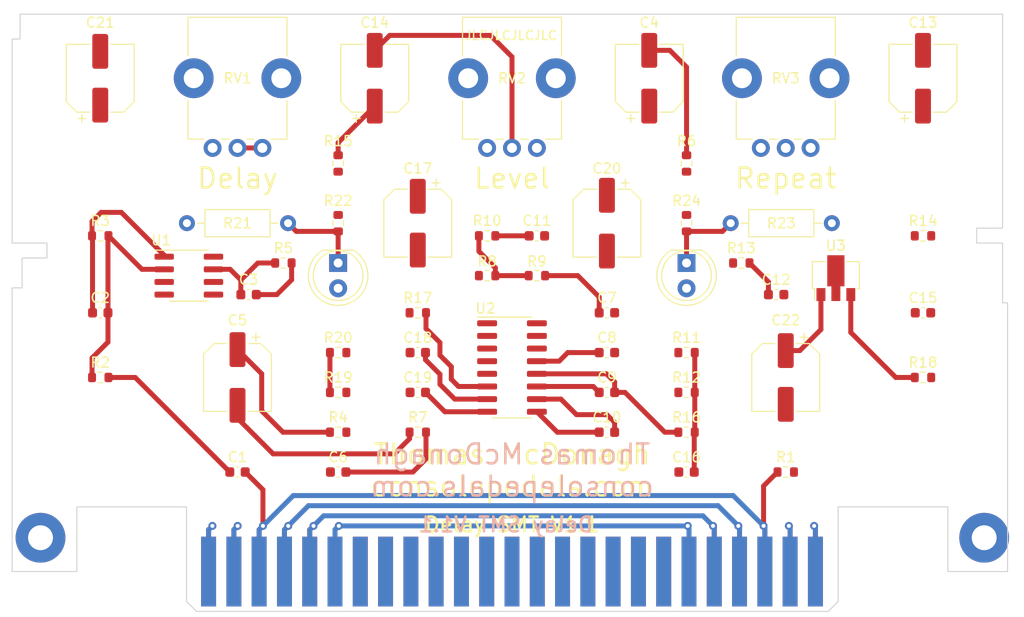
<source format=kicad_pcb>
(kicad_pcb (version 20171130) (host pcbnew "(5.1.7)-1")

  (general
    (thickness 1.2)
    (drawings 36)
    (tracks 179)
    (zones 0)
    (modules 57)
    (nets 41)
  )

  (page A4)
  (layers
    (0 F.Cu signal)
    (31 B.Cu signal)
    (32 B.Adhes user)
    (33 F.Adhes user)
    (34 B.Paste user)
    (35 F.Paste user)
    (36 B.SilkS user)
    (37 F.SilkS user)
    (38 B.Mask user)
    (39 F.Mask user)
    (40 Dwgs.User user)
    (41 Cmts.User user)
    (42 Eco1.User user)
    (43 Eco2.User user)
    (44 Edge.Cuts user)
    (45 Margin user)
    (46 B.CrtYd user)
    (47 F.CrtYd user)
    (48 B.Fab user hide)
    (49 F.Fab user hide)
  )

  (setup
    (last_trace_width 0.5)
    (user_trace_width 0.5)
    (trace_clearance 0.2)
    (zone_clearance 0.5)
    (zone_45_only no)
    (trace_min 0.2)
    (via_size 0.8)
    (via_drill 0.4)
    (via_min_size 0.4)
    (via_min_drill 0.3)
    (uvia_size 0.3)
    (uvia_drill 0.1)
    (uvias_allowed no)
    (uvia_min_size 0.2)
    (uvia_min_drill 0.1)
    (edge_width 0.05)
    (segment_width 0.2)
    (pcb_text_width 0.3)
    (pcb_text_size 1.5 1.5)
    (mod_edge_width 0.12)
    (mod_text_size 1 1)
    (mod_text_width 0.15)
    (pad_size 1.6 1.6)
    (pad_drill 0.8)
    (pad_to_mask_clearance 0)
    (aux_axis_origin 0 0)
    (visible_elements 7FFDFF7F)
    (pcbplotparams
      (layerselection 0x010fc_ffffffff)
      (usegerberextensions false)
      (usegerberattributes false)
      (usegerberadvancedattributes true)
      (creategerberjobfile true)
      (excludeedgelayer true)
      (linewidth 0.100000)
      (plotframeref false)
      (viasonmask false)
      (mode 1)
      (useauxorigin false)
      (hpglpennumber 1)
      (hpglpenspeed 20)
      (hpglpendiameter 15.000000)
      (psnegative false)
      (psa4output false)
      (plotreference true)
      (plotvalue true)
      (plotinvisibletext false)
      (padsonsilk false)
      (subtractmaskfromsilk false)
      (outputformat 1)
      (mirror false)
      (drillshape 0)
      (scaleselection 1)
      (outputdirectory "Gerbers/"))
  )

  (net 0 "")
  (net 1 GND)
  (net 2 /LEDPower)
  (net 3 /Input)
  (net 4 /Output)
  (net 5 +9V)
  (net 6 "Net-(C2-Pad1)")
  (net 7 "Net-(C2-Pad2)")
  (net 8 "Net-(C3-Pad1)")
  (net 9 "Net-(C5-Pad2)")
  (net 10 "Net-(C1-Pad1)")
  (net 11 "Net-(C3-Pad2)")
  (net 12 "Net-(C4-Pad2)")
  (net 13 "Net-(C6-Pad1)")
  (net 14 /pin16)
  (net 15 /pin15)
  (net 16 /pin14)
  (net 17 /pin13)
  (net 18 /pin11)
  (net 19 /pin12)
  (net 20 /pin10)
  (net 21 /pin9)
  (net 22 "Net-(C11-Pad2)")
  (net 23 "Net-(C11-Pad1)")
  (net 24 "Net-(C12-Pad2)")
  (net 25 "Net-(C13-Pad2)")
  (net 26 "Net-(C14-Pad1)")
  (net 27 "Net-(C14-Pad2)")
  (net 28 "Net-(C15-Pad2)")
  (net 29 "Net-(C16-Pad2)")
  (net 30 /pin2)
  (net 31 /pin7)
  (net 32 /pin8)
  (net 33 "Net-(C20-Pad1)")
  (net 34 /VREF)
  (net 35 /5V)
  (net 36 "Net-(D2-Pad1)")
  (net 37 /pin6)
  (net 38 "Net-(R17-Pad2)")
  (net 39 /pin4)
  (net 40 "Net-(D3-Pad1)")

  (net_class Default "This is the default net class."
    (clearance 0.2)
    (trace_width 0.25)
    (via_dia 0.8)
    (via_drill 0.4)
    (uvia_dia 0.3)
    (uvia_drill 0.1)
    (add_net +9V)
    (add_net /5V)
    (add_net /Input)
    (add_net /LEDPower)
    (add_net /Output)
    (add_net /VREF)
    (add_net /pin10)
    (add_net /pin11)
    (add_net /pin12)
    (add_net /pin13)
    (add_net /pin14)
    (add_net /pin15)
    (add_net /pin16)
    (add_net /pin2)
    (add_net /pin4)
    (add_net /pin6)
    (add_net /pin7)
    (add_net /pin8)
    (add_net /pin9)
    (add_net GND)
    (add_net "Net-(C1-Pad1)")
    (add_net "Net-(C11-Pad1)")
    (add_net "Net-(C11-Pad2)")
    (add_net "Net-(C12-Pad2)")
    (add_net "Net-(C13-Pad2)")
    (add_net "Net-(C14-Pad1)")
    (add_net "Net-(C14-Pad2)")
    (add_net "Net-(C15-Pad2)")
    (add_net "Net-(C16-Pad2)")
    (add_net "Net-(C2-Pad1)")
    (add_net "Net-(C2-Pad2)")
    (add_net "Net-(C20-Pad1)")
    (add_net "Net-(C3-Pad1)")
    (add_net "Net-(C3-Pad2)")
    (add_net "Net-(C4-Pad2)")
    (add_net "Net-(C5-Pad2)")
    (add_net "Net-(C6-Pad1)")
    (add_net "Net-(D2-Pad1)")
    (add_net "Net-(D3-Pad1)")
    (add_net "Net-(R17-Pad2)")
  )

  (module LED_THT:LED_D5.0mm (layer F.Cu) (tedit 5995936A) (tstamp 5FA843C0)
    (at 115.25 95 270)
    (descr "LED, diameter 5.0mm, 2 pins, http://cdn-reichelt.de/documents/datenblatt/A500/LL-504BC2E-009.pdf")
    (tags "LED diameter 5.0mm 2 pins")
    (path /5FA93C7E)
    (fp_text reference D3 (at 1.27 -3.96 90) (layer F.SilkS) hide
      (effects (font (size 1 1) (thickness 0.15)))
    )
    (fp_text value LED (at 1.27 3.96 90) (layer F.Fab)
      (effects (font (size 1 1) (thickness 0.15)))
    )
    (fp_line (start 4.5 -3.25) (end -1.95 -3.25) (layer F.CrtYd) (width 0.05))
    (fp_line (start 4.5 3.25) (end 4.5 -3.25) (layer F.CrtYd) (width 0.05))
    (fp_line (start -1.95 3.25) (end 4.5 3.25) (layer F.CrtYd) (width 0.05))
    (fp_line (start -1.95 -3.25) (end -1.95 3.25) (layer F.CrtYd) (width 0.05))
    (fp_line (start -1.29 -1.545) (end -1.29 1.545) (layer F.SilkS) (width 0.12))
    (fp_line (start -1.23 -1.469694) (end -1.23 1.469694) (layer F.Fab) (width 0.1))
    (fp_circle (center 1.27 0) (end 3.77 0) (layer F.SilkS) (width 0.12))
    (fp_circle (center 1.27 0) (end 3.77 0) (layer F.Fab) (width 0.1))
    (fp_arc (start 1.27 0) (end -1.23 -1.469694) (angle 299.1) (layer F.Fab) (width 0.1))
    (fp_arc (start 1.27 0) (end -1.29 -1.54483) (angle 148.9) (layer F.SilkS) (width 0.12))
    (fp_arc (start 1.27 0) (end -1.29 1.54483) (angle -148.9) (layer F.SilkS) (width 0.12))
    (fp_text user %R (at 1.25 0 90) (layer F.Fab)
      (effects (font (size 0.8 0.8) (thickness 0.2)))
    )
    (pad 1 thru_hole rect (at 0 0 270) (size 1.8 1.8) (drill 0.9) (layers *.Cu *.Mask)
      (net 40 "Net-(D3-Pad1)"))
    (pad 2 thru_hole circle (at 2.54 0 270) (size 1.8 1.8) (drill 0.9) (layers *.Cu *.Mask)
      (net 2 /LEDPower))
    (model ${KISYS3DMOD}/LED_THT.3dshapes/LED_D5.0mm.wrl
      (at (xyz 0 0 0))
      (scale (xyz 1 1 1))
      (rotate (xyz 0 0 0))
    )
  )

  (module LED_THT:LED_D5.0mm (layer F.Cu) (tedit 5995936A) (tstamp 5FA842F1)
    (at 150.25 95 270)
    (descr "LED, diameter 5.0mm, 2 pins, http://cdn-reichelt.de/documents/datenblatt/A500/LL-504BC2E-009.pdf")
    (tags "LED diameter 5.0mm 2 pins")
    (path /5FA94A27)
    (fp_text reference D2 (at 1.27 -3.96 90) (layer F.SilkS) hide
      (effects (font (size 1 1) (thickness 0.15)))
    )
    (fp_text value LED (at 1.27 3.96 90) (layer F.Fab)
      (effects (font (size 1 1) (thickness 0.15)))
    )
    (fp_circle (center 1.27 0) (end 3.77 0) (layer F.Fab) (width 0.1))
    (fp_circle (center 1.27 0) (end 3.77 0) (layer F.SilkS) (width 0.12))
    (fp_line (start -1.23 -1.469694) (end -1.23 1.469694) (layer F.Fab) (width 0.1))
    (fp_line (start -1.29 -1.545) (end -1.29 1.545) (layer F.SilkS) (width 0.12))
    (fp_line (start -1.95 -3.25) (end -1.95 3.25) (layer F.CrtYd) (width 0.05))
    (fp_line (start -1.95 3.25) (end 4.5 3.25) (layer F.CrtYd) (width 0.05))
    (fp_line (start 4.5 3.25) (end 4.5 -3.25) (layer F.CrtYd) (width 0.05))
    (fp_line (start 4.5 -3.25) (end -1.95 -3.25) (layer F.CrtYd) (width 0.05))
    (fp_text user %R (at 1.25 0 90) (layer F.Fab)
      (effects (font (size 0.8 0.8) (thickness 0.2)))
    )
    (fp_arc (start 1.27 0) (end -1.29 1.54483) (angle -148.9) (layer F.SilkS) (width 0.12))
    (fp_arc (start 1.27 0) (end -1.29 -1.54483) (angle 148.9) (layer F.SilkS) (width 0.12))
    (fp_arc (start 1.27 0) (end -1.23 -1.469694) (angle 299.1) (layer F.Fab) (width 0.1))
    (pad 2 thru_hole circle (at 2.54 0 270) (size 1.8 1.8) (drill 0.9) (layers *.Cu *.Mask)
      (net 2 /LEDPower))
    (pad 1 thru_hole rect (at 0 0 270) (size 1.8 1.8) (drill 0.9) (layers *.Cu *.Mask)
      (net 36 "Net-(D2-Pad1)"))
    (model ${KISYS3DMOD}/LED_THT.3dshapes/LED_D5.0mm.wrl
      (at (xyz 0 0 0))
      (scale (xyz 1 1 1))
      (rotate (xyz 0 0 0))
    )
  )

  (module MountingHole:MountingHole_2.5mm_Pad (layer F.Cu) (tedit 5FD51072) (tstamp 5FD57994)
    (at 85.35 122.6)
    (descr "Mounting Hole 2.5mm")
    (tags "mounting hole 2.5mm")
    (path /5FD7729C)
    (attr virtual)
    (fp_text reference H1 (at 0 -0.045) (layer F.SilkS) hide
      (effects (font (size 1 1) (thickness 0.15)))
    )
    (fp_text value MountingHole_Pad (at 0 3.5) (layer F.Fab)
      (effects (font (size 1 1) (thickness 0.15)))
    )
    (fp_circle (center 0 0) (end 2.75 0) (layer F.CrtYd) (width 0.05))
    (fp_circle (center 0 0) (end 2.5 0) (layer Cmts.User) (width 0.15))
    (fp_text user %R (at 0.3 0) (layer F.Fab)
      (effects (font (size 1 1) (thickness 0.15)))
    )
    (pad 1 thru_hole circle (at 0 0) (size 5 5) (drill 2.5) (layers *.Cu *.Mask)
      (net 1 GND) (zone_connect 2))
  )

  (module MountingHole:MountingHole_2.5mm_Pad (layer F.Cu) (tedit 5FD51084) (tstamp 5FD5799C)
    (at 180.15 122.6)
    (descr "Mounting Hole 2.5mm")
    (tags "mounting hole 2.5mm")
    (path /5FD78F6F)
    (attr virtual)
    (fp_text reference H2 (at 0 -0.045) (layer F.SilkS) hide
      (effects (font (size 1 1) (thickness 0.15)))
    )
    (fp_text value MountingHole_Pad (at 0 3.5) (layer F.Fab)
      (effects (font (size 1 1) (thickness 0.15)))
    )
    (fp_circle (center 0 0) (end 2.5 0) (layer Cmts.User) (width 0.15))
    (fp_circle (center 0 0) (end 2.75 0) (layer F.CrtYd) (width 0.05))
    (fp_text user %R (at 0.3 0) (layer F.Fab)
      (effects (font (size 1 1) (thickness 0.15)))
    )
    (pad 1 thru_hole circle (at 0 0) (size 5 5) (drill 2.5) (layers *.Cu *.Mask)
      (net 1 GND) (zone_connect 2))
  )

  (module Resistor_THT:R_Axial_DIN0207_L6.3mm_D2.5mm_P10.16mm_Horizontal (layer F.Cu) (tedit 5AE5139B) (tstamp 602895AA)
    (at 100.059 91)
    (descr "Resistor, Axial_DIN0207 series, Axial, Horizontal, pin pitch=10.16mm, 0.25W = 1/4W, length*diameter=6.3*2.5mm^2, http://cdn-reichelt.de/documents/datenblatt/B400/1_4W%23YAG.pdf")
    (tags "Resistor Axial_DIN0207 series Axial Horizontal pin pitch 10.16mm 0.25W = 1/4W length 6.3mm diameter 2.5mm")
    (path /5FA964BB)
    (fp_text reference R21 (at 5.08 0) (layer F.SilkS)
      (effects (font (size 1 1) (thickness 0.15)))
    )
    (fp_text value RLED (at 5.08 2.37) (layer F.Fab)
      (effects (font (size 1 1) (thickness 0.15)))
    )
    (fp_line (start 11.21 -1.5) (end -1.05 -1.5) (layer F.CrtYd) (width 0.05))
    (fp_line (start 11.21 1.5) (end 11.21 -1.5) (layer F.CrtYd) (width 0.05))
    (fp_line (start -1.05 1.5) (end 11.21 1.5) (layer F.CrtYd) (width 0.05))
    (fp_line (start -1.05 -1.5) (end -1.05 1.5) (layer F.CrtYd) (width 0.05))
    (fp_line (start 9.12 0) (end 8.35 0) (layer F.SilkS) (width 0.12))
    (fp_line (start 1.04 0) (end 1.81 0) (layer F.SilkS) (width 0.12))
    (fp_line (start 8.35 -1.37) (end 1.81 -1.37) (layer F.SilkS) (width 0.12))
    (fp_line (start 8.35 1.37) (end 8.35 -1.37) (layer F.SilkS) (width 0.12))
    (fp_line (start 1.81 1.37) (end 8.35 1.37) (layer F.SilkS) (width 0.12))
    (fp_line (start 1.81 -1.37) (end 1.81 1.37) (layer F.SilkS) (width 0.12))
    (fp_line (start 10.16 0) (end 8.23 0) (layer F.Fab) (width 0.1))
    (fp_line (start 0 0) (end 1.93 0) (layer F.Fab) (width 0.1))
    (fp_line (start 8.23 -1.25) (end 1.93 -1.25) (layer F.Fab) (width 0.1))
    (fp_line (start 8.23 1.25) (end 8.23 -1.25) (layer F.Fab) (width 0.1))
    (fp_line (start 1.93 1.25) (end 8.23 1.25) (layer F.Fab) (width 0.1))
    (fp_line (start 1.93 -1.25) (end 1.93 1.25) (layer F.Fab) (width 0.1))
    (fp_text user %R (at 5.08 0) (layer F.Fab)
      (effects (font (size 1 1) (thickness 0.15)))
    )
    (pad 1 thru_hole circle (at 0 0) (size 1.6 1.6) (drill 0.8) (layers *.Cu *.Mask)
      (net 1 GND))
    (pad 2 thru_hole oval (at 10.16 0) (size 1.6 1.6) (drill 0.8) (layers *.Cu *.Mask)
      (net 40 "Net-(D3-Pad1)"))
    (model ${KISYS3DMOD}/Resistor_THT.3dshapes/R_Axial_DIN0207_L6.3mm_D2.5mm_P10.16mm_Horizontal.wrl
      (at (xyz 0 0 0))
      (scale (xyz 1 1 1))
      (rotate (xyz 0 0 0))
    )
  )

  (module Potentiometer_THT:Potentiometer_Bourns_PTV09A-1_Single_Vertical (layer F.Cu) (tedit 5A3D4993) (tstamp 60B0B5EF)
    (at 107.639 83.439 90)
    (descr "Potentiometer, vertical, Bourns PTV09A-1 Single, http://www.bourns.com/docs/Product-Datasheets/ptv09.pdf")
    (tags "Potentiometer vertical Bourns PTV09A-1 Single")
    (path /60C445FD)
    (fp_text reference RV1 (at 7 -2.5 180) (layer F.SilkS)
      (effects (font (size 1 1) (thickness 0.15)))
    )
    (fp_text value "Delay 50KB" (at 6.05 5.15 90) (layer F.Fab)
      (effects (font (size 1 1) (thickness 0.15)))
    )
    (fp_circle (center 7.5 -2.5) (end 10.5 -2.5) (layer F.Fab) (width 0.1))
    (fp_line (start 1 -7.35) (end 1 2.35) (layer F.Fab) (width 0.1))
    (fp_line (start 1 2.35) (end 13 2.35) (layer F.Fab) (width 0.1))
    (fp_line (start 13 2.35) (end 13 -7.35) (layer F.Fab) (width 0.1))
    (fp_line (start 13 -7.35) (end 1 -7.35) (layer F.Fab) (width 0.1))
    (fp_line (start 0.88 -7.47) (end 4.745 -7.47) (layer F.SilkS) (width 0.12))
    (fp_line (start 9.255 -7.47) (end 13.12 -7.47) (layer F.SilkS) (width 0.12))
    (fp_line (start 0.88 2.47) (end 4.745 2.47) (layer F.SilkS) (width 0.12))
    (fp_line (start 9.255 2.47) (end 13.12 2.47) (layer F.SilkS) (width 0.12))
    (fp_line (start 0.88 -7.47) (end 0.88 -5.871) (layer F.SilkS) (width 0.12))
    (fp_line (start 0.88 -4.129) (end 0.88 -3.37) (layer F.SilkS) (width 0.12))
    (fp_line (start 0.88 -1.629) (end 0.88 -0.87) (layer F.SilkS) (width 0.12))
    (fp_line (start 0.88 0.87) (end 0.88 2.47) (layer F.SilkS) (width 0.12))
    (fp_line (start 13.12 -7.47) (end 13.12 2.47) (layer F.SilkS) (width 0.12))
    (fp_line (start -1.15 -9.15) (end -1.15 4.15) (layer F.CrtYd) (width 0.05))
    (fp_line (start -1.15 4.15) (end 13.25 4.15) (layer F.CrtYd) (width 0.05))
    (fp_line (start 13.25 4.15) (end 13.25 -9.15) (layer F.CrtYd) (width 0.05))
    (fp_line (start 13.25 -9.15) (end -1.15 -9.15) (layer F.CrtYd) (width 0.05))
    (fp_text user %R (at 2 -2.5) (layer F.Fab)
      (effects (font (size 1 1) (thickness 0.15)))
    )
    (pad 3 thru_hole circle (at 0 -5 90) (size 1.8 1.8) (drill 1) (layers *.Cu *.Mask)
      (net 39 /pin4))
    (pad 2 thru_hole circle (at 0 -2.5 90) (size 1.8 1.8) (drill 1) (layers *.Cu *.Mask)
      (net 38 "Net-(R17-Pad2)"))
    (pad 1 thru_hole circle (at 0 0 90) (size 1.8 1.8) (drill 1) (layers *.Cu *.Mask)
      (net 38 "Net-(R17-Pad2)"))
    (pad "" np_thru_hole circle (at 7 -6.9 90) (size 4 4) (drill 2) (layers *.Cu *.Mask))
    (pad "" np_thru_hole circle (at 7 1.9 90) (size 4 4) (drill 2) (layers *.Cu *.Mask))
    (model ${KISYS3DMOD}/Potentiometer_THT.3dshapes/Potentiometer_Bourns_PTV09A-1_Single_Vertical.wrl
      (at (xyz 0 0 0))
      (scale (xyz 1 1 1))
      (rotate (xyz 0 0 0))
    )
  )

  (module Potentiometer_THT:Potentiometer_Bourns_PTV09A-1_Single_Vertical (layer F.Cu) (tedit 5A3D4993) (tstamp 60B0B60B)
    (at 135.215 83.439 90)
    (descr "Potentiometer, vertical, Bourns PTV09A-1 Single, http://www.bourns.com/docs/Product-Datasheets/ptv09.pdf")
    (tags "Potentiometer vertical Bourns PTV09A-1 Single")
    (path /60BB3ED6)
    (fp_text reference RV2 (at 7 -2.5 180) (layer F.SilkS)
      (effects (font (size 1 1) (thickness 0.15)))
    )
    (fp_text value "Level 50KB" (at 6.05 5.15 90) (layer F.Fab)
      (effects (font (size 1 1) (thickness 0.15)))
    )
    (fp_line (start 13.25 -9.15) (end -1.15 -9.15) (layer F.CrtYd) (width 0.05))
    (fp_line (start 13.25 4.15) (end 13.25 -9.15) (layer F.CrtYd) (width 0.05))
    (fp_line (start -1.15 4.15) (end 13.25 4.15) (layer F.CrtYd) (width 0.05))
    (fp_line (start -1.15 -9.15) (end -1.15 4.15) (layer F.CrtYd) (width 0.05))
    (fp_line (start 13.12 -7.47) (end 13.12 2.47) (layer F.SilkS) (width 0.12))
    (fp_line (start 0.88 0.87) (end 0.88 2.47) (layer F.SilkS) (width 0.12))
    (fp_line (start 0.88 -1.629) (end 0.88 -0.87) (layer F.SilkS) (width 0.12))
    (fp_line (start 0.88 -4.129) (end 0.88 -3.37) (layer F.SilkS) (width 0.12))
    (fp_line (start 0.88 -7.47) (end 0.88 -5.871) (layer F.SilkS) (width 0.12))
    (fp_line (start 9.255 2.47) (end 13.12 2.47) (layer F.SilkS) (width 0.12))
    (fp_line (start 0.88 2.47) (end 4.745 2.47) (layer F.SilkS) (width 0.12))
    (fp_line (start 9.255 -7.47) (end 13.12 -7.47) (layer F.SilkS) (width 0.12))
    (fp_line (start 0.88 -7.47) (end 4.745 -7.47) (layer F.SilkS) (width 0.12))
    (fp_line (start 13 -7.35) (end 1 -7.35) (layer F.Fab) (width 0.1))
    (fp_line (start 13 2.35) (end 13 -7.35) (layer F.Fab) (width 0.1))
    (fp_line (start 1 2.35) (end 13 2.35) (layer F.Fab) (width 0.1))
    (fp_line (start 1 -7.35) (end 1 2.35) (layer F.Fab) (width 0.1))
    (fp_circle (center 7.5 -2.5) (end 10.5 -2.5) (layer F.Fab) (width 0.1))
    (fp_text user %R (at 2 -2.5) (layer F.Fab)
      (effects (font (size 1 1) (thickness 0.15)))
    )
    (pad "" np_thru_hole circle (at 7 1.9 90) (size 4 4) (drill 2) (layers *.Cu *.Mask))
    (pad "" np_thru_hole circle (at 7 -6.9 90) (size 4 4) (drill 2) (layers *.Cu *.Mask))
    (pad 1 thru_hole circle (at 0 0 90) (size 1.8 1.8) (drill 1) (layers *.Cu *.Mask)
      (net 25 "Net-(C13-Pad2)"))
    (pad 2 thru_hole circle (at 0 -2.5 90) (size 1.8 1.8) (drill 1) (layers *.Cu *.Mask)
      (net 27 "Net-(C14-Pad2)"))
    (pad 3 thru_hole circle (at 0 -5 90) (size 1.8 1.8) (drill 1) (layers *.Cu *.Mask)
      (net 1 GND))
    (model ${KISYS3DMOD}/Potentiometer_THT.3dshapes/Potentiometer_Bourns_PTV09A-1_Single_Vertical.wrl
      (at (xyz 0 0 0))
      (scale (xyz 1 1 1))
      (rotate (xyz 0 0 0))
    )
  )

  (module Potentiometer_THT:Potentiometer_Bourns_PTV09A-1_Single_Vertical (layer F.Cu) (tedit 5A3D4993) (tstamp 60B0B627)
    (at 162.715 83.439 90)
    (descr "Potentiometer, vertical, Bourns PTV09A-1 Single, http://www.bourns.com/docs/Product-Datasheets/ptv09.pdf")
    (tags "Potentiometer vertical Bourns PTV09A-1 Single")
    (path /60BE579B)
    (fp_text reference RV3 (at 7 -2.5 180) (layer F.SilkS)
      (effects (font (size 1 1) (thickness 0.15)))
    )
    (fp_text value "Repeat 50KB" (at 6.05 5.15 90) (layer F.Fab)
      (effects (font (size 1 1) (thickness 0.15)))
    )
    (fp_circle (center 7.5 -2.5) (end 10.5 -2.5) (layer F.Fab) (width 0.1))
    (fp_line (start 1 -7.35) (end 1 2.35) (layer F.Fab) (width 0.1))
    (fp_line (start 1 2.35) (end 13 2.35) (layer F.Fab) (width 0.1))
    (fp_line (start 13 2.35) (end 13 -7.35) (layer F.Fab) (width 0.1))
    (fp_line (start 13 -7.35) (end 1 -7.35) (layer F.Fab) (width 0.1))
    (fp_line (start 0.88 -7.47) (end 4.745 -7.47) (layer F.SilkS) (width 0.12))
    (fp_line (start 9.255 -7.47) (end 13.12 -7.47) (layer F.SilkS) (width 0.12))
    (fp_line (start 0.88 2.47) (end 4.745 2.47) (layer F.SilkS) (width 0.12))
    (fp_line (start 9.255 2.47) (end 13.12 2.47) (layer F.SilkS) (width 0.12))
    (fp_line (start 0.88 -7.47) (end 0.88 -5.871) (layer F.SilkS) (width 0.12))
    (fp_line (start 0.88 -4.129) (end 0.88 -3.37) (layer F.SilkS) (width 0.12))
    (fp_line (start 0.88 -1.629) (end 0.88 -0.87) (layer F.SilkS) (width 0.12))
    (fp_line (start 0.88 0.87) (end 0.88 2.47) (layer F.SilkS) (width 0.12))
    (fp_line (start 13.12 -7.47) (end 13.12 2.47) (layer F.SilkS) (width 0.12))
    (fp_line (start -1.15 -9.15) (end -1.15 4.15) (layer F.CrtYd) (width 0.05))
    (fp_line (start -1.15 4.15) (end 13.25 4.15) (layer F.CrtYd) (width 0.05))
    (fp_line (start 13.25 4.15) (end 13.25 -9.15) (layer F.CrtYd) (width 0.05))
    (fp_line (start 13.25 -9.15) (end -1.15 -9.15) (layer F.CrtYd) (width 0.05))
    (fp_text user %R (at 2 -2.5) (layer F.Fab)
      (effects (font (size 1 1) (thickness 0.15)))
    )
    (pad 3 thru_hole circle (at 0 -5 90) (size 1.8 1.8) (drill 1) (layers *.Cu *.Mask)
      (net 1 GND))
    (pad 2 thru_hole circle (at 0 -2.5 90) (size 1.8 1.8) (drill 1) (layers *.Cu *.Mask)
      (net 28 "Net-(C15-Pad2)"))
    (pad 1 thru_hole circle (at 0 0 90) (size 1.8 1.8) (drill 1) (layers *.Cu *.Mask)
      (net 23 "Net-(C11-Pad1)"))
    (pad "" np_thru_hole circle (at 7 -6.9 90) (size 4 4) (drill 2) (layers *.Cu *.Mask))
    (pad "" np_thru_hole circle (at 7 1.9 90) (size 4 4) (drill 2) (layers *.Cu *.Mask))
    (model ${KISYS3DMOD}/Potentiometer_THT.3dshapes/Potentiometer_Bourns_PTV09A-1_Single_Vertical.wrl
      (at (xyz 0 0 0))
      (scale (xyz 1 1 1))
      (rotate (xyz 0 0 0))
    )
  )

  (module Capacitor_SMD:CP_Elec_6.3x5.3 (layer F.Cu) (tedit 5BCA39D0) (tstamp 60F518DE)
    (at 146.503 76.439 90)
    (descr "SMD capacitor, aluminum electrolytic, Cornell Dubilier, 6.3x5.3mm")
    (tags "capacitor electrolytic")
    (path /60B7C4D0)
    (attr smd)
    (fp_text reference C4 (at 5.589 0 180) (layer F.SilkS)
      (effects (font (size 1 1) (thickness 0.15)))
    )
    (fp_text value 1uF (at 0 4.35 90) (layer F.Fab)
      (effects (font (size 1 1) (thickness 0.15)))
    )
    (fp_circle (center 0 0) (end 3.15 0) (layer F.Fab) (width 0.1))
    (fp_line (start 3.3 -3.3) (end 3.3 3.3) (layer F.Fab) (width 0.1))
    (fp_line (start -2.3 -3.3) (end 3.3 -3.3) (layer F.Fab) (width 0.1))
    (fp_line (start -2.3 3.3) (end 3.3 3.3) (layer F.Fab) (width 0.1))
    (fp_line (start -3.3 -2.3) (end -3.3 2.3) (layer F.Fab) (width 0.1))
    (fp_line (start -3.3 -2.3) (end -2.3 -3.3) (layer F.Fab) (width 0.1))
    (fp_line (start -3.3 2.3) (end -2.3 3.3) (layer F.Fab) (width 0.1))
    (fp_line (start -2.704838 -1.33) (end -2.074838 -1.33) (layer F.Fab) (width 0.1))
    (fp_line (start -2.389838 -1.645) (end -2.389838 -1.015) (layer F.Fab) (width 0.1))
    (fp_line (start 3.41 3.41) (end 3.41 1.06) (layer F.SilkS) (width 0.12))
    (fp_line (start 3.41 -3.41) (end 3.41 -1.06) (layer F.SilkS) (width 0.12))
    (fp_line (start -2.345563 -3.41) (end 3.41 -3.41) (layer F.SilkS) (width 0.12))
    (fp_line (start -2.345563 3.41) (end 3.41 3.41) (layer F.SilkS) (width 0.12))
    (fp_line (start -3.41 2.345563) (end -3.41 1.06) (layer F.SilkS) (width 0.12))
    (fp_line (start -3.41 -2.345563) (end -3.41 -1.06) (layer F.SilkS) (width 0.12))
    (fp_line (start -3.41 -2.345563) (end -2.345563 -3.41) (layer F.SilkS) (width 0.12))
    (fp_line (start -3.41 2.345563) (end -2.345563 3.41) (layer F.SilkS) (width 0.12))
    (fp_line (start -4.4375 -1.8475) (end -3.65 -1.8475) (layer F.SilkS) (width 0.12))
    (fp_line (start -4.04375 -2.24125) (end -4.04375 -1.45375) (layer F.SilkS) (width 0.12))
    (fp_line (start 3.55 -3.55) (end 3.55 -1.05) (layer F.CrtYd) (width 0.05))
    (fp_line (start 3.55 -1.05) (end 4.8 -1.05) (layer F.CrtYd) (width 0.05))
    (fp_line (start 4.8 -1.05) (end 4.8 1.05) (layer F.CrtYd) (width 0.05))
    (fp_line (start 4.8 1.05) (end 3.55 1.05) (layer F.CrtYd) (width 0.05))
    (fp_line (start 3.55 1.05) (end 3.55 3.55) (layer F.CrtYd) (width 0.05))
    (fp_line (start -2.4 3.55) (end 3.55 3.55) (layer F.CrtYd) (width 0.05))
    (fp_line (start -2.4 -3.55) (end 3.55 -3.55) (layer F.CrtYd) (width 0.05))
    (fp_line (start -3.55 2.4) (end -2.4 3.55) (layer F.CrtYd) (width 0.05))
    (fp_line (start -3.55 -2.4) (end -2.4 -3.55) (layer F.CrtYd) (width 0.05))
    (fp_line (start -3.55 -2.4) (end -3.55 -1.05) (layer F.CrtYd) (width 0.05))
    (fp_line (start -3.55 1.05) (end -3.55 2.4) (layer F.CrtYd) (width 0.05))
    (fp_line (start -3.55 -1.05) (end -4.8 -1.05) (layer F.CrtYd) (width 0.05))
    (fp_line (start -4.8 -1.05) (end -4.8 1.05) (layer F.CrtYd) (width 0.05))
    (fp_line (start -4.8 1.05) (end -3.55 1.05) (layer F.CrtYd) (width 0.05))
    (fp_text user %R (at 0 0 90) (layer F.Fab)
      (effects (font (size 1 1) (thickness 0.15)))
    )
    (pad 2 smd roundrect (at 2.8 0 90) (size 3.5 1.6) (layers F.Cu F.Paste F.Mask) (roundrect_rratio 0.15625)
      (net 12 "Net-(C4-Pad2)"))
    (pad 1 smd roundrect (at -2.8 0 90) (size 3.5 1.6) (layers F.Cu F.Paste F.Mask) (roundrect_rratio 0.15625)
      (net 11 "Net-(C3-Pad2)"))
    (model ${KISYS3DMOD}/Capacitor_SMD.3dshapes/CP_Elec_6.3x5.3.wrl
      (at (xyz 0 0 0))
      (scale (xyz 1 1 1))
      (rotate (xyz 0 0 0))
    )
  )

  (module Capacitor_SMD:CP_Elec_6.3x5.3 (layer F.Cu) (tedit 5BCA39D0) (tstamp 60F51905)
    (at 105.139 106.5 270)
    (descr "SMD capacitor, aluminum electrolytic, Cornell Dubilier, 6.3x5.3mm")
    (tags "capacitor electrolytic")
    (path /60B63807)
    (attr smd)
    (fp_text reference C5 (at -5.75 0 180) (layer F.SilkS)
      (effects (font (size 1 1) (thickness 0.15)))
    )
    (fp_text value 1uF (at 0 4.35 90) (layer F.Fab)
      (effects (font (size 1 1) (thickness 0.15)))
    )
    (fp_line (start -4.8 1.05) (end -3.55 1.05) (layer F.CrtYd) (width 0.05))
    (fp_line (start -4.8 -1.05) (end -4.8 1.05) (layer F.CrtYd) (width 0.05))
    (fp_line (start -3.55 -1.05) (end -4.8 -1.05) (layer F.CrtYd) (width 0.05))
    (fp_line (start -3.55 1.05) (end -3.55 2.4) (layer F.CrtYd) (width 0.05))
    (fp_line (start -3.55 -2.4) (end -3.55 -1.05) (layer F.CrtYd) (width 0.05))
    (fp_line (start -3.55 -2.4) (end -2.4 -3.55) (layer F.CrtYd) (width 0.05))
    (fp_line (start -3.55 2.4) (end -2.4 3.55) (layer F.CrtYd) (width 0.05))
    (fp_line (start -2.4 -3.55) (end 3.55 -3.55) (layer F.CrtYd) (width 0.05))
    (fp_line (start -2.4 3.55) (end 3.55 3.55) (layer F.CrtYd) (width 0.05))
    (fp_line (start 3.55 1.05) (end 3.55 3.55) (layer F.CrtYd) (width 0.05))
    (fp_line (start 4.8 1.05) (end 3.55 1.05) (layer F.CrtYd) (width 0.05))
    (fp_line (start 4.8 -1.05) (end 4.8 1.05) (layer F.CrtYd) (width 0.05))
    (fp_line (start 3.55 -1.05) (end 4.8 -1.05) (layer F.CrtYd) (width 0.05))
    (fp_line (start 3.55 -3.55) (end 3.55 -1.05) (layer F.CrtYd) (width 0.05))
    (fp_line (start -4.04375 -2.24125) (end -4.04375 -1.45375) (layer F.SilkS) (width 0.12))
    (fp_line (start -4.4375 -1.8475) (end -3.65 -1.8475) (layer F.SilkS) (width 0.12))
    (fp_line (start -3.41 2.345563) (end -2.345563 3.41) (layer F.SilkS) (width 0.12))
    (fp_line (start -3.41 -2.345563) (end -2.345563 -3.41) (layer F.SilkS) (width 0.12))
    (fp_line (start -3.41 -2.345563) (end -3.41 -1.06) (layer F.SilkS) (width 0.12))
    (fp_line (start -3.41 2.345563) (end -3.41 1.06) (layer F.SilkS) (width 0.12))
    (fp_line (start -2.345563 3.41) (end 3.41 3.41) (layer F.SilkS) (width 0.12))
    (fp_line (start -2.345563 -3.41) (end 3.41 -3.41) (layer F.SilkS) (width 0.12))
    (fp_line (start 3.41 -3.41) (end 3.41 -1.06) (layer F.SilkS) (width 0.12))
    (fp_line (start 3.41 3.41) (end 3.41 1.06) (layer F.SilkS) (width 0.12))
    (fp_line (start -2.389838 -1.645) (end -2.389838 -1.015) (layer F.Fab) (width 0.1))
    (fp_line (start -2.704838 -1.33) (end -2.074838 -1.33) (layer F.Fab) (width 0.1))
    (fp_line (start -3.3 2.3) (end -2.3 3.3) (layer F.Fab) (width 0.1))
    (fp_line (start -3.3 -2.3) (end -2.3 -3.3) (layer F.Fab) (width 0.1))
    (fp_line (start -3.3 -2.3) (end -3.3 2.3) (layer F.Fab) (width 0.1))
    (fp_line (start -2.3 3.3) (end 3.3 3.3) (layer F.Fab) (width 0.1))
    (fp_line (start -2.3 -3.3) (end 3.3 -3.3) (layer F.Fab) (width 0.1))
    (fp_line (start 3.3 -3.3) (end 3.3 3.3) (layer F.Fab) (width 0.1))
    (fp_circle (center 0 0) (end 3.15 0) (layer F.Fab) (width 0.1))
    (fp_text user %R (at 0 0 90) (layer F.Fab)
      (effects (font (size 1 1) (thickness 0.15)))
    )
    (pad 1 smd roundrect (at -2.8 0 270) (size 3.5 1.6) (layers F.Cu F.Paste F.Mask) (roundrect_rratio 0.15625)
      (net 7 "Net-(C2-Pad2)"))
    (pad 2 smd roundrect (at 2.8 0 270) (size 3.5 1.6) (layers F.Cu F.Paste F.Mask) (roundrect_rratio 0.15625)
      (net 9 "Net-(C5-Pad2)"))
    (model ${KISYS3DMOD}/Capacitor_SMD.3dshapes/CP_Elec_6.3x5.3.wrl
      (at (xyz 0 0 0))
      (scale (xyz 1 1 1))
      (rotate (xyz 0 0 0))
    )
  )

  (module Capacitor_SMD:CP_Elec_6.3x5.3 (layer F.Cu) (tedit 5BCA39D0) (tstamp 60F5199C)
    (at 174.003 76.439 90)
    (descr "SMD capacitor, aluminum electrolytic, Cornell Dubilier, 6.3x5.3mm")
    (tags "capacitor electrolytic")
    (path /60BCAC32)
    (attr smd)
    (fp_text reference C13 (at 5.589 0 180) (layer F.SilkS)
      (effects (font (size 1 1) (thickness 0.15)))
    )
    (fp_text value 1uF (at 0 4.35 90) (layer F.Fab)
      (effects (font (size 1 1) (thickness 0.15)))
    )
    (fp_circle (center 0 0) (end 3.15 0) (layer F.Fab) (width 0.1))
    (fp_line (start 3.3 -3.3) (end 3.3 3.3) (layer F.Fab) (width 0.1))
    (fp_line (start -2.3 -3.3) (end 3.3 -3.3) (layer F.Fab) (width 0.1))
    (fp_line (start -2.3 3.3) (end 3.3 3.3) (layer F.Fab) (width 0.1))
    (fp_line (start -3.3 -2.3) (end -3.3 2.3) (layer F.Fab) (width 0.1))
    (fp_line (start -3.3 -2.3) (end -2.3 -3.3) (layer F.Fab) (width 0.1))
    (fp_line (start -3.3 2.3) (end -2.3 3.3) (layer F.Fab) (width 0.1))
    (fp_line (start -2.704838 -1.33) (end -2.074838 -1.33) (layer F.Fab) (width 0.1))
    (fp_line (start -2.389838 -1.645) (end -2.389838 -1.015) (layer F.Fab) (width 0.1))
    (fp_line (start 3.41 3.41) (end 3.41 1.06) (layer F.SilkS) (width 0.12))
    (fp_line (start 3.41 -3.41) (end 3.41 -1.06) (layer F.SilkS) (width 0.12))
    (fp_line (start -2.345563 -3.41) (end 3.41 -3.41) (layer F.SilkS) (width 0.12))
    (fp_line (start -2.345563 3.41) (end 3.41 3.41) (layer F.SilkS) (width 0.12))
    (fp_line (start -3.41 2.345563) (end -3.41 1.06) (layer F.SilkS) (width 0.12))
    (fp_line (start -3.41 -2.345563) (end -3.41 -1.06) (layer F.SilkS) (width 0.12))
    (fp_line (start -3.41 -2.345563) (end -2.345563 -3.41) (layer F.SilkS) (width 0.12))
    (fp_line (start -3.41 2.345563) (end -2.345563 3.41) (layer F.SilkS) (width 0.12))
    (fp_line (start -4.4375 -1.8475) (end -3.65 -1.8475) (layer F.SilkS) (width 0.12))
    (fp_line (start -4.04375 -2.24125) (end -4.04375 -1.45375) (layer F.SilkS) (width 0.12))
    (fp_line (start 3.55 -3.55) (end 3.55 -1.05) (layer F.CrtYd) (width 0.05))
    (fp_line (start 3.55 -1.05) (end 4.8 -1.05) (layer F.CrtYd) (width 0.05))
    (fp_line (start 4.8 -1.05) (end 4.8 1.05) (layer F.CrtYd) (width 0.05))
    (fp_line (start 4.8 1.05) (end 3.55 1.05) (layer F.CrtYd) (width 0.05))
    (fp_line (start 3.55 1.05) (end 3.55 3.55) (layer F.CrtYd) (width 0.05))
    (fp_line (start -2.4 3.55) (end 3.55 3.55) (layer F.CrtYd) (width 0.05))
    (fp_line (start -2.4 -3.55) (end 3.55 -3.55) (layer F.CrtYd) (width 0.05))
    (fp_line (start -3.55 2.4) (end -2.4 3.55) (layer F.CrtYd) (width 0.05))
    (fp_line (start -3.55 -2.4) (end -2.4 -3.55) (layer F.CrtYd) (width 0.05))
    (fp_line (start -3.55 -2.4) (end -3.55 -1.05) (layer F.CrtYd) (width 0.05))
    (fp_line (start -3.55 1.05) (end -3.55 2.4) (layer F.CrtYd) (width 0.05))
    (fp_line (start -3.55 -1.05) (end -4.8 -1.05) (layer F.CrtYd) (width 0.05))
    (fp_line (start -4.8 -1.05) (end -4.8 1.05) (layer F.CrtYd) (width 0.05))
    (fp_line (start -4.8 1.05) (end -3.55 1.05) (layer F.CrtYd) (width 0.05))
    (fp_text user %R (at 0 0 90) (layer F.Fab)
      (effects (font (size 1 1) (thickness 0.15)))
    )
    (pad 2 smd roundrect (at 2.8 0 90) (size 3.5 1.6) (layers F.Cu F.Paste F.Mask) (roundrect_rratio 0.15625)
      (net 25 "Net-(C13-Pad2)"))
    (pad 1 smd roundrect (at -2.8 0 90) (size 3.5 1.6) (layers F.Cu F.Paste F.Mask) (roundrect_rratio 0.15625)
      (net 24 "Net-(C12-Pad2)"))
    (model ${KISYS3DMOD}/Capacitor_SMD.3dshapes/CP_Elec_6.3x5.3.wrl
      (at (xyz 0 0 0))
      (scale (xyz 1 1 1))
      (rotate (xyz 0 0 0))
    )
  )

  (module Capacitor_SMD:CP_Elec_6.3x5.3 (layer F.Cu) (tedit 5BCA39D0) (tstamp 60F519C3)
    (at 118.927 76.439 90)
    (descr "SMD capacitor, aluminum electrolytic, Cornell Dubilier, 6.3x5.3mm")
    (tags "capacitor electrolytic")
    (path /60BAF984)
    (attr smd)
    (fp_text reference C14 (at 5.589 0 180) (layer F.SilkS)
      (effects (font (size 1 1) (thickness 0.15)))
    )
    (fp_text value 1uF (at 0 4.35 90) (layer F.Fab)
      (effects (font (size 1 1) (thickness 0.15)))
    )
    (fp_line (start -4.8 1.05) (end -3.55 1.05) (layer F.CrtYd) (width 0.05))
    (fp_line (start -4.8 -1.05) (end -4.8 1.05) (layer F.CrtYd) (width 0.05))
    (fp_line (start -3.55 -1.05) (end -4.8 -1.05) (layer F.CrtYd) (width 0.05))
    (fp_line (start -3.55 1.05) (end -3.55 2.4) (layer F.CrtYd) (width 0.05))
    (fp_line (start -3.55 -2.4) (end -3.55 -1.05) (layer F.CrtYd) (width 0.05))
    (fp_line (start -3.55 -2.4) (end -2.4 -3.55) (layer F.CrtYd) (width 0.05))
    (fp_line (start -3.55 2.4) (end -2.4 3.55) (layer F.CrtYd) (width 0.05))
    (fp_line (start -2.4 -3.55) (end 3.55 -3.55) (layer F.CrtYd) (width 0.05))
    (fp_line (start -2.4 3.55) (end 3.55 3.55) (layer F.CrtYd) (width 0.05))
    (fp_line (start 3.55 1.05) (end 3.55 3.55) (layer F.CrtYd) (width 0.05))
    (fp_line (start 4.8 1.05) (end 3.55 1.05) (layer F.CrtYd) (width 0.05))
    (fp_line (start 4.8 -1.05) (end 4.8 1.05) (layer F.CrtYd) (width 0.05))
    (fp_line (start 3.55 -1.05) (end 4.8 -1.05) (layer F.CrtYd) (width 0.05))
    (fp_line (start 3.55 -3.55) (end 3.55 -1.05) (layer F.CrtYd) (width 0.05))
    (fp_line (start -4.04375 -2.24125) (end -4.04375 -1.45375) (layer F.SilkS) (width 0.12))
    (fp_line (start -4.4375 -1.8475) (end -3.65 -1.8475) (layer F.SilkS) (width 0.12))
    (fp_line (start -3.41 2.345563) (end -2.345563 3.41) (layer F.SilkS) (width 0.12))
    (fp_line (start -3.41 -2.345563) (end -2.345563 -3.41) (layer F.SilkS) (width 0.12))
    (fp_line (start -3.41 -2.345563) (end -3.41 -1.06) (layer F.SilkS) (width 0.12))
    (fp_line (start -3.41 2.345563) (end -3.41 1.06) (layer F.SilkS) (width 0.12))
    (fp_line (start -2.345563 3.41) (end 3.41 3.41) (layer F.SilkS) (width 0.12))
    (fp_line (start -2.345563 -3.41) (end 3.41 -3.41) (layer F.SilkS) (width 0.12))
    (fp_line (start 3.41 -3.41) (end 3.41 -1.06) (layer F.SilkS) (width 0.12))
    (fp_line (start 3.41 3.41) (end 3.41 1.06) (layer F.SilkS) (width 0.12))
    (fp_line (start -2.389838 -1.645) (end -2.389838 -1.015) (layer F.Fab) (width 0.1))
    (fp_line (start -2.704838 -1.33) (end -2.074838 -1.33) (layer F.Fab) (width 0.1))
    (fp_line (start -3.3 2.3) (end -2.3 3.3) (layer F.Fab) (width 0.1))
    (fp_line (start -3.3 -2.3) (end -2.3 -3.3) (layer F.Fab) (width 0.1))
    (fp_line (start -3.3 -2.3) (end -3.3 2.3) (layer F.Fab) (width 0.1))
    (fp_line (start -2.3 3.3) (end 3.3 3.3) (layer F.Fab) (width 0.1))
    (fp_line (start -2.3 -3.3) (end 3.3 -3.3) (layer F.Fab) (width 0.1))
    (fp_line (start 3.3 -3.3) (end 3.3 3.3) (layer F.Fab) (width 0.1))
    (fp_circle (center 0 0) (end 3.15 0) (layer F.Fab) (width 0.1))
    (fp_text user %R (at 0 0 90) (layer F.Fab)
      (effects (font (size 1 1) (thickness 0.15)))
    )
    (pad 1 smd roundrect (at -2.8 0 90) (size 3.5 1.6) (layers F.Cu F.Paste F.Mask) (roundrect_rratio 0.15625)
      (net 26 "Net-(C14-Pad1)"))
    (pad 2 smd roundrect (at 2.8 0 90) (size 3.5 1.6) (layers F.Cu F.Paste F.Mask) (roundrect_rratio 0.15625)
      (net 27 "Net-(C14-Pad2)"))
    (model ${KISYS3DMOD}/Capacitor_SMD.3dshapes/CP_Elec_6.3x5.3.wrl
      (at (xyz 0 0 0))
      (scale (xyz 1 1 1))
      (rotate (xyz 0 0 0))
    )
  )

  (module Capacitor_SMD:CP_Elec_6.3x5.7 (layer F.Cu) (tedit 5BCA39D0) (tstamp 60F51A0A)
    (at 123.25 91 270)
    (descr "SMD capacitor, aluminum electrolytic, United Chemi-Con, 6.3x5.7mm")
    (tags "capacitor electrolytic")
    (path /60C33F26)
    (attr smd)
    (fp_text reference C17 (at -5.5 0 180) (layer F.SilkS)
      (effects (font (size 1 1) (thickness 0.15)))
    )
    (fp_text value 47uF (at 0 4.35 90) (layer F.Fab)
      (effects (font (size 1 1) (thickness 0.15)))
    )
    (fp_line (start -4.7 1.05) (end -3.55 1.05) (layer F.CrtYd) (width 0.05))
    (fp_line (start -4.7 -1.05) (end -4.7 1.05) (layer F.CrtYd) (width 0.05))
    (fp_line (start -3.55 -1.05) (end -4.7 -1.05) (layer F.CrtYd) (width 0.05))
    (fp_line (start -3.55 1.05) (end -3.55 2.4) (layer F.CrtYd) (width 0.05))
    (fp_line (start -3.55 -2.4) (end -3.55 -1.05) (layer F.CrtYd) (width 0.05))
    (fp_line (start -3.55 -2.4) (end -2.4 -3.55) (layer F.CrtYd) (width 0.05))
    (fp_line (start -3.55 2.4) (end -2.4 3.55) (layer F.CrtYd) (width 0.05))
    (fp_line (start -2.4 -3.55) (end 3.55 -3.55) (layer F.CrtYd) (width 0.05))
    (fp_line (start -2.4 3.55) (end 3.55 3.55) (layer F.CrtYd) (width 0.05))
    (fp_line (start 3.55 1.05) (end 3.55 3.55) (layer F.CrtYd) (width 0.05))
    (fp_line (start 4.7 1.05) (end 3.55 1.05) (layer F.CrtYd) (width 0.05))
    (fp_line (start 4.7 -1.05) (end 4.7 1.05) (layer F.CrtYd) (width 0.05))
    (fp_line (start 3.55 -1.05) (end 4.7 -1.05) (layer F.CrtYd) (width 0.05))
    (fp_line (start 3.55 -3.55) (end 3.55 -1.05) (layer F.CrtYd) (width 0.05))
    (fp_line (start -4.04375 -2.24125) (end -4.04375 -1.45375) (layer F.SilkS) (width 0.12))
    (fp_line (start -4.4375 -1.8475) (end -3.65 -1.8475) (layer F.SilkS) (width 0.12))
    (fp_line (start -3.41 2.345563) (end -2.345563 3.41) (layer F.SilkS) (width 0.12))
    (fp_line (start -3.41 -2.345563) (end -2.345563 -3.41) (layer F.SilkS) (width 0.12))
    (fp_line (start -3.41 -2.345563) (end -3.41 -1.06) (layer F.SilkS) (width 0.12))
    (fp_line (start -3.41 2.345563) (end -3.41 1.06) (layer F.SilkS) (width 0.12))
    (fp_line (start -2.345563 3.41) (end 3.41 3.41) (layer F.SilkS) (width 0.12))
    (fp_line (start -2.345563 -3.41) (end 3.41 -3.41) (layer F.SilkS) (width 0.12))
    (fp_line (start 3.41 -3.41) (end 3.41 -1.06) (layer F.SilkS) (width 0.12))
    (fp_line (start 3.41 3.41) (end 3.41 1.06) (layer F.SilkS) (width 0.12))
    (fp_line (start -2.389838 -1.645) (end -2.389838 -1.015) (layer F.Fab) (width 0.1))
    (fp_line (start -2.704838 -1.33) (end -2.074838 -1.33) (layer F.Fab) (width 0.1))
    (fp_line (start -3.3 2.3) (end -2.3 3.3) (layer F.Fab) (width 0.1))
    (fp_line (start -3.3 -2.3) (end -2.3 -3.3) (layer F.Fab) (width 0.1))
    (fp_line (start -3.3 -2.3) (end -3.3 2.3) (layer F.Fab) (width 0.1))
    (fp_line (start -2.3 3.3) (end 3.3 3.3) (layer F.Fab) (width 0.1))
    (fp_line (start -2.3 -3.3) (end 3.3 -3.3) (layer F.Fab) (width 0.1))
    (fp_line (start 3.3 -3.3) (end 3.3 3.3) (layer F.Fab) (width 0.1))
    (fp_circle (center 0 0) (end 3.15 0) (layer F.Fab) (width 0.1))
    (fp_text user %R (at 0 0 90) (layer F.Fab)
      (effects (font (size 1 1) (thickness 0.15)))
    )
    (pad 1 smd roundrect (at -2.7 0 270) (size 3.5 1.6) (layers F.Cu F.Paste F.Mask) (roundrect_rratio 0.15625)
      (net 30 /pin2))
    (pad 2 smd roundrect (at 2.7 0 270) (size 3.5 1.6) (layers F.Cu F.Paste F.Mask) (roundrect_rratio 0.15625)
      (net 1 GND))
    (model ${KISYS3DMOD}/Capacitor_SMD.3dshapes/CP_Elec_6.3x5.7.wrl
      (at (xyz 0 0 0))
      (scale (xyz 1 1 1))
      (rotate (xyz 0 0 0))
    )
  )

  (module Capacitor_SMD:CP_Elec_6.3x5.3 (layer F.Cu) (tedit 5BCA39D0) (tstamp 60F51A51)
    (at 142.25 91 270)
    (descr "SMD capacitor, aluminum electrolytic, Cornell Dubilier, 6.3x5.3mm")
    (tags "capacitor electrolytic")
    (path /60C8933F)
    (attr smd)
    (fp_text reference C20 (at -5.5 0 180) (layer F.SilkS)
      (effects (font (size 1 1) (thickness 0.15)))
    )
    (fp_text value 100uF (at 0 4.35 90) (layer F.Fab)
      (effects (font (size 1 1) (thickness 0.15)))
    )
    (fp_line (start -4.8 1.05) (end -3.55 1.05) (layer F.CrtYd) (width 0.05))
    (fp_line (start -4.8 -1.05) (end -4.8 1.05) (layer F.CrtYd) (width 0.05))
    (fp_line (start -3.55 -1.05) (end -4.8 -1.05) (layer F.CrtYd) (width 0.05))
    (fp_line (start -3.55 1.05) (end -3.55 2.4) (layer F.CrtYd) (width 0.05))
    (fp_line (start -3.55 -2.4) (end -3.55 -1.05) (layer F.CrtYd) (width 0.05))
    (fp_line (start -3.55 -2.4) (end -2.4 -3.55) (layer F.CrtYd) (width 0.05))
    (fp_line (start -3.55 2.4) (end -2.4 3.55) (layer F.CrtYd) (width 0.05))
    (fp_line (start -2.4 -3.55) (end 3.55 -3.55) (layer F.CrtYd) (width 0.05))
    (fp_line (start -2.4 3.55) (end 3.55 3.55) (layer F.CrtYd) (width 0.05))
    (fp_line (start 3.55 1.05) (end 3.55 3.55) (layer F.CrtYd) (width 0.05))
    (fp_line (start 4.8 1.05) (end 3.55 1.05) (layer F.CrtYd) (width 0.05))
    (fp_line (start 4.8 -1.05) (end 4.8 1.05) (layer F.CrtYd) (width 0.05))
    (fp_line (start 3.55 -1.05) (end 4.8 -1.05) (layer F.CrtYd) (width 0.05))
    (fp_line (start 3.55 -3.55) (end 3.55 -1.05) (layer F.CrtYd) (width 0.05))
    (fp_line (start -4.04375 -2.24125) (end -4.04375 -1.45375) (layer F.SilkS) (width 0.12))
    (fp_line (start -4.4375 -1.8475) (end -3.65 -1.8475) (layer F.SilkS) (width 0.12))
    (fp_line (start -3.41 2.345563) (end -2.345563 3.41) (layer F.SilkS) (width 0.12))
    (fp_line (start -3.41 -2.345563) (end -2.345563 -3.41) (layer F.SilkS) (width 0.12))
    (fp_line (start -3.41 -2.345563) (end -3.41 -1.06) (layer F.SilkS) (width 0.12))
    (fp_line (start -3.41 2.345563) (end -3.41 1.06) (layer F.SilkS) (width 0.12))
    (fp_line (start -2.345563 3.41) (end 3.41 3.41) (layer F.SilkS) (width 0.12))
    (fp_line (start -2.345563 -3.41) (end 3.41 -3.41) (layer F.SilkS) (width 0.12))
    (fp_line (start 3.41 -3.41) (end 3.41 -1.06) (layer F.SilkS) (width 0.12))
    (fp_line (start 3.41 3.41) (end 3.41 1.06) (layer F.SilkS) (width 0.12))
    (fp_line (start -2.389838 -1.645) (end -2.389838 -1.015) (layer F.Fab) (width 0.1))
    (fp_line (start -2.704838 -1.33) (end -2.074838 -1.33) (layer F.Fab) (width 0.1))
    (fp_line (start -3.3 2.3) (end -2.3 3.3) (layer F.Fab) (width 0.1))
    (fp_line (start -3.3 -2.3) (end -2.3 -3.3) (layer F.Fab) (width 0.1))
    (fp_line (start -3.3 -2.3) (end -3.3 2.3) (layer F.Fab) (width 0.1))
    (fp_line (start -2.3 3.3) (end 3.3 3.3) (layer F.Fab) (width 0.1))
    (fp_line (start -2.3 -3.3) (end 3.3 -3.3) (layer F.Fab) (width 0.1))
    (fp_line (start 3.3 -3.3) (end 3.3 3.3) (layer F.Fab) (width 0.1))
    (fp_circle (center 0 0) (end 3.15 0) (layer F.Fab) (width 0.1))
    (fp_text user %R (at 0 0 90) (layer F.Fab)
      (effects (font (size 1 1) (thickness 0.15)))
    )
    (pad 1 smd roundrect (at -2.8 0 270) (size 3.5 1.6) (layers F.Cu F.Paste F.Mask) (roundrect_rratio 0.15625)
      (net 33 "Net-(C20-Pad1)"))
    (pad 2 smd roundrect (at 2.8 0 270) (size 3.5 1.6) (layers F.Cu F.Paste F.Mask) (roundrect_rratio 0.15625)
      (net 1 GND))
    (model ${KISYS3DMOD}/Capacitor_SMD.3dshapes/CP_Elec_6.3x5.3.wrl
      (at (xyz 0 0 0))
      (scale (xyz 1 1 1))
      (rotate (xyz 0 0 0))
    )
  )

  (module Capacitor_SMD:CP_Elec_6.3x5.7 (layer F.Cu) (tedit 5BCA39D0) (tstamp 60F51A78)
    (at 91.351 76.439 90)
    (descr "SMD capacitor, aluminum electrolytic, United Chemi-Con, 6.3x5.7mm")
    (tags "capacitor electrolytic")
    (path /60CA063A)
    (attr smd)
    (fp_text reference C21 (at 5.589 0 180) (layer F.SilkS)
      (effects (font (size 1 1) (thickness 0.15)))
    )
    (fp_text value 47uF (at 0 4.35 90) (layer F.Fab)
      (effects (font (size 1 1) (thickness 0.15)))
    )
    (fp_circle (center 0 0) (end 3.15 0) (layer F.Fab) (width 0.1))
    (fp_line (start 3.3 -3.3) (end 3.3 3.3) (layer F.Fab) (width 0.1))
    (fp_line (start -2.3 -3.3) (end 3.3 -3.3) (layer F.Fab) (width 0.1))
    (fp_line (start -2.3 3.3) (end 3.3 3.3) (layer F.Fab) (width 0.1))
    (fp_line (start -3.3 -2.3) (end -3.3 2.3) (layer F.Fab) (width 0.1))
    (fp_line (start -3.3 -2.3) (end -2.3 -3.3) (layer F.Fab) (width 0.1))
    (fp_line (start -3.3 2.3) (end -2.3 3.3) (layer F.Fab) (width 0.1))
    (fp_line (start -2.704838 -1.33) (end -2.074838 -1.33) (layer F.Fab) (width 0.1))
    (fp_line (start -2.389838 -1.645) (end -2.389838 -1.015) (layer F.Fab) (width 0.1))
    (fp_line (start 3.41 3.41) (end 3.41 1.06) (layer F.SilkS) (width 0.12))
    (fp_line (start 3.41 -3.41) (end 3.41 -1.06) (layer F.SilkS) (width 0.12))
    (fp_line (start -2.345563 -3.41) (end 3.41 -3.41) (layer F.SilkS) (width 0.12))
    (fp_line (start -2.345563 3.41) (end 3.41 3.41) (layer F.SilkS) (width 0.12))
    (fp_line (start -3.41 2.345563) (end -3.41 1.06) (layer F.SilkS) (width 0.12))
    (fp_line (start -3.41 -2.345563) (end -3.41 -1.06) (layer F.SilkS) (width 0.12))
    (fp_line (start -3.41 -2.345563) (end -2.345563 -3.41) (layer F.SilkS) (width 0.12))
    (fp_line (start -3.41 2.345563) (end -2.345563 3.41) (layer F.SilkS) (width 0.12))
    (fp_line (start -4.4375 -1.8475) (end -3.65 -1.8475) (layer F.SilkS) (width 0.12))
    (fp_line (start -4.04375 -2.24125) (end -4.04375 -1.45375) (layer F.SilkS) (width 0.12))
    (fp_line (start 3.55 -3.55) (end 3.55 -1.05) (layer F.CrtYd) (width 0.05))
    (fp_line (start 3.55 -1.05) (end 4.7 -1.05) (layer F.CrtYd) (width 0.05))
    (fp_line (start 4.7 -1.05) (end 4.7 1.05) (layer F.CrtYd) (width 0.05))
    (fp_line (start 4.7 1.05) (end 3.55 1.05) (layer F.CrtYd) (width 0.05))
    (fp_line (start 3.55 1.05) (end 3.55 3.55) (layer F.CrtYd) (width 0.05))
    (fp_line (start -2.4 3.55) (end 3.55 3.55) (layer F.CrtYd) (width 0.05))
    (fp_line (start -2.4 -3.55) (end 3.55 -3.55) (layer F.CrtYd) (width 0.05))
    (fp_line (start -3.55 2.4) (end -2.4 3.55) (layer F.CrtYd) (width 0.05))
    (fp_line (start -3.55 -2.4) (end -2.4 -3.55) (layer F.CrtYd) (width 0.05))
    (fp_line (start -3.55 -2.4) (end -3.55 -1.05) (layer F.CrtYd) (width 0.05))
    (fp_line (start -3.55 1.05) (end -3.55 2.4) (layer F.CrtYd) (width 0.05))
    (fp_line (start -3.55 -1.05) (end -4.7 -1.05) (layer F.CrtYd) (width 0.05))
    (fp_line (start -4.7 -1.05) (end -4.7 1.05) (layer F.CrtYd) (width 0.05))
    (fp_line (start -4.7 1.05) (end -3.55 1.05) (layer F.CrtYd) (width 0.05))
    (fp_text user %R (at 0 0 90) (layer F.Fab)
      (effects (font (size 1 1) (thickness 0.15)))
    )
    (pad 2 smd roundrect (at 2.7 0 90) (size 3.5 1.6) (layers F.Cu F.Paste F.Mask) (roundrect_rratio 0.15625)
      (net 1 GND))
    (pad 1 smd roundrect (at -2.7 0 90) (size 3.5 1.6) (layers F.Cu F.Paste F.Mask) (roundrect_rratio 0.15625)
      (net 34 /VREF))
    (model ${KISYS3DMOD}/Capacitor_SMD.3dshapes/CP_Elec_6.3x5.7.wrl
      (at (xyz 0 0 0))
      (scale (xyz 1 1 1))
      (rotate (xyz 0 0 0))
    )
  )

  (module Capacitor_SMD:CP_Elec_6.3x5.7 (layer F.Cu) (tedit 5BCA39D0) (tstamp 60F51A9F)
    (at 160.215 106.5 270)
    (descr "SMD capacitor, aluminum electrolytic, United Chemi-Con, 6.3x5.7mm")
    (tags "capacitor electrolytic")
    (path /60CD2901)
    (attr smd)
    (fp_text reference C22 (at -5.75 0 180) (layer F.SilkS)
      (effects (font (size 1 1) (thickness 0.15)))
    )
    (fp_text value 47uF (at 0 4.35 90) (layer F.Fab)
      (effects (font (size 1 1) (thickness 0.15)))
    )
    (fp_line (start -4.7 1.05) (end -3.55 1.05) (layer F.CrtYd) (width 0.05))
    (fp_line (start -4.7 -1.05) (end -4.7 1.05) (layer F.CrtYd) (width 0.05))
    (fp_line (start -3.55 -1.05) (end -4.7 -1.05) (layer F.CrtYd) (width 0.05))
    (fp_line (start -3.55 1.05) (end -3.55 2.4) (layer F.CrtYd) (width 0.05))
    (fp_line (start -3.55 -2.4) (end -3.55 -1.05) (layer F.CrtYd) (width 0.05))
    (fp_line (start -3.55 -2.4) (end -2.4 -3.55) (layer F.CrtYd) (width 0.05))
    (fp_line (start -3.55 2.4) (end -2.4 3.55) (layer F.CrtYd) (width 0.05))
    (fp_line (start -2.4 -3.55) (end 3.55 -3.55) (layer F.CrtYd) (width 0.05))
    (fp_line (start -2.4 3.55) (end 3.55 3.55) (layer F.CrtYd) (width 0.05))
    (fp_line (start 3.55 1.05) (end 3.55 3.55) (layer F.CrtYd) (width 0.05))
    (fp_line (start 4.7 1.05) (end 3.55 1.05) (layer F.CrtYd) (width 0.05))
    (fp_line (start 4.7 -1.05) (end 4.7 1.05) (layer F.CrtYd) (width 0.05))
    (fp_line (start 3.55 -1.05) (end 4.7 -1.05) (layer F.CrtYd) (width 0.05))
    (fp_line (start 3.55 -3.55) (end 3.55 -1.05) (layer F.CrtYd) (width 0.05))
    (fp_line (start -4.04375 -2.24125) (end -4.04375 -1.45375) (layer F.SilkS) (width 0.12))
    (fp_line (start -4.4375 -1.8475) (end -3.65 -1.8475) (layer F.SilkS) (width 0.12))
    (fp_line (start -3.41 2.345563) (end -2.345563 3.41) (layer F.SilkS) (width 0.12))
    (fp_line (start -3.41 -2.345563) (end -2.345563 -3.41) (layer F.SilkS) (width 0.12))
    (fp_line (start -3.41 -2.345563) (end -3.41 -1.06) (layer F.SilkS) (width 0.12))
    (fp_line (start -3.41 2.345563) (end -3.41 1.06) (layer F.SilkS) (width 0.12))
    (fp_line (start -2.345563 3.41) (end 3.41 3.41) (layer F.SilkS) (width 0.12))
    (fp_line (start -2.345563 -3.41) (end 3.41 -3.41) (layer F.SilkS) (width 0.12))
    (fp_line (start 3.41 -3.41) (end 3.41 -1.06) (layer F.SilkS) (width 0.12))
    (fp_line (start 3.41 3.41) (end 3.41 1.06) (layer F.SilkS) (width 0.12))
    (fp_line (start -2.389838 -1.645) (end -2.389838 -1.015) (layer F.Fab) (width 0.1))
    (fp_line (start -2.704838 -1.33) (end -2.074838 -1.33) (layer F.Fab) (width 0.1))
    (fp_line (start -3.3 2.3) (end -2.3 3.3) (layer F.Fab) (width 0.1))
    (fp_line (start -3.3 -2.3) (end -2.3 -3.3) (layer F.Fab) (width 0.1))
    (fp_line (start -3.3 -2.3) (end -3.3 2.3) (layer F.Fab) (width 0.1))
    (fp_line (start -2.3 3.3) (end 3.3 3.3) (layer F.Fab) (width 0.1))
    (fp_line (start -2.3 -3.3) (end 3.3 -3.3) (layer F.Fab) (width 0.1))
    (fp_line (start 3.3 -3.3) (end 3.3 3.3) (layer F.Fab) (width 0.1))
    (fp_circle (center 0 0) (end 3.15 0) (layer F.Fab) (width 0.1))
    (fp_text user %R (at 0 0 90) (layer F.Fab)
      (effects (font (size 1 1) (thickness 0.15)))
    )
    (pad 1 smd roundrect (at -2.7 0 270) (size 3.5 1.6) (layers F.Cu F.Paste F.Mask) (roundrect_rratio 0.15625)
      (net 35 /5V))
    (pad 2 smd roundrect (at 2.7 0 270) (size 3.5 1.6) (layers F.Cu F.Paste F.Mask) (roundrect_rratio 0.15625)
      (net 1 GND))
    (model ${KISYS3DMOD}/Capacitor_SMD.3dshapes/CP_Elec_6.3x5.7.wrl
      (at (xyz 0 0 0))
      (scale (xyz 1 1 1))
      (rotate (xyz 0 0 0))
    )
  )

  (module Resistor_SMD:R_0603_1608Metric (layer F.Cu) (tedit 5F68FEEE) (tstamp 60F51ADE)
    (at 160.215 116 180)
    (descr "Resistor SMD 0603 (1608 Metric), square (rectangular) end terminal, IPC_7351 nominal, (Body size source: IPC-SM-782 page 72, https://www.pcb-3d.com/wordpress/wp-content/uploads/ipc-sm-782a_amendment_1_and_2.pdf), generated with kicad-footprint-generator")
    (tags resistor)
    (path /60B4D56D)
    (attr smd)
    (fp_text reference R1 (at 0 1.5) (layer F.SilkS)
      (effects (font (size 1 1) (thickness 0.15)))
    )
    (fp_text value 1M (at 0 1.43) (layer F.Fab)
      (effects (font (size 1 1) (thickness 0.15)))
    )
    (fp_line (start 1.48 0.73) (end -1.48 0.73) (layer F.CrtYd) (width 0.05))
    (fp_line (start 1.48 -0.73) (end 1.48 0.73) (layer F.CrtYd) (width 0.05))
    (fp_line (start -1.48 -0.73) (end 1.48 -0.73) (layer F.CrtYd) (width 0.05))
    (fp_line (start -1.48 0.73) (end -1.48 -0.73) (layer F.CrtYd) (width 0.05))
    (fp_line (start -0.237258 0.5225) (end 0.237258 0.5225) (layer F.SilkS) (width 0.12))
    (fp_line (start -0.237258 -0.5225) (end 0.237258 -0.5225) (layer F.SilkS) (width 0.12))
    (fp_line (start 0.8 0.4125) (end -0.8 0.4125) (layer F.Fab) (width 0.1))
    (fp_line (start 0.8 -0.4125) (end 0.8 0.4125) (layer F.Fab) (width 0.1))
    (fp_line (start -0.8 -0.4125) (end 0.8 -0.4125) (layer F.Fab) (width 0.1))
    (fp_line (start -0.8 0.4125) (end -0.8 -0.4125) (layer F.Fab) (width 0.1))
    (fp_text user %R (at 0 0) (layer F.Fab)
      (effects (font (size 0.4 0.4) (thickness 0.06)))
    )
    (pad 1 smd roundrect (at -0.825 0 180) (size 0.8 0.95) (layers F.Cu F.Paste F.Mask) (roundrect_rratio 0.25)
      (net 1 GND))
    (pad 2 smd roundrect (at 0.825 0 180) (size 0.8 0.95) (layers F.Cu F.Paste F.Mask) (roundrect_rratio 0.25)
      (net 3 /Input))
    (model ${KISYS3DMOD}/Resistor_SMD.3dshapes/R_0603_1608Metric.wrl
      (at (xyz 0 0 0))
      (scale (xyz 1 1 1))
      (rotate (xyz 0 0 0))
    )
  )

  (module Resistor_SMD:R_0603_1608Metric (layer F.Cu) (tedit 5F68FEEE) (tstamp 625BC81A)
    (at 91.351 106.5 180)
    (descr "Resistor SMD 0603 (1608 Metric), square (rectangular) end terminal, IPC_7351 nominal, (Body size source: IPC-SM-782 page 72, https://www.pcb-3d.com/wordpress/wp-content/uploads/ipc-sm-782a_amendment_1_and_2.pdf), generated with kicad-footprint-generator")
    (tags resistor)
    (path /60B50131)
    (attr smd)
    (fp_text reference R2 (at 0 1.5) (layer F.SilkS)
      (effects (font (size 1 1) (thickness 0.15)))
    )
    (fp_text value 180K (at 0 1.43) (layer F.Fab)
      (effects (font (size 1 1) (thickness 0.15)))
    )
    (fp_line (start 1.48 0.73) (end -1.48 0.73) (layer F.CrtYd) (width 0.05))
    (fp_line (start 1.48 -0.73) (end 1.48 0.73) (layer F.CrtYd) (width 0.05))
    (fp_line (start -1.48 -0.73) (end 1.48 -0.73) (layer F.CrtYd) (width 0.05))
    (fp_line (start -1.48 0.73) (end -1.48 -0.73) (layer F.CrtYd) (width 0.05))
    (fp_line (start -0.237258 0.5225) (end 0.237258 0.5225) (layer F.SilkS) (width 0.12))
    (fp_line (start -0.237258 -0.5225) (end 0.237258 -0.5225) (layer F.SilkS) (width 0.12))
    (fp_line (start 0.8 0.4125) (end -0.8 0.4125) (layer F.Fab) (width 0.1))
    (fp_line (start 0.8 -0.4125) (end 0.8 0.4125) (layer F.Fab) (width 0.1))
    (fp_line (start -0.8 -0.4125) (end 0.8 -0.4125) (layer F.Fab) (width 0.1))
    (fp_line (start -0.8 0.4125) (end -0.8 -0.4125) (layer F.Fab) (width 0.1))
    (fp_text user %R (at 0 0) (layer F.Fab)
      (effects (font (size 0.4 0.4) (thickness 0.06)))
    )
    (pad 1 smd roundrect (at -0.825 0 180) (size 0.8 0.95) (layers F.Cu F.Paste F.Mask) (roundrect_rratio 0.25)
      (net 10 "Net-(C1-Pad1)"))
    (pad 2 smd roundrect (at 0.825 0 180) (size 0.8 0.95) (layers F.Cu F.Paste F.Mask) (roundrect_rratio 0.25)
      (net 6 "Net-(C2-Pad1)"))
    (model ${KISYS3DMOD}/Resistor_SMD.3dshapes/R_0603_1608Metric.wrl
      (at (xyz 0 0 0))
      (scale (xyz 1 1 1))
      (rotate (xyz 0 0 0))
    )
  )

  (module Resistor_SMD:R_0603_1608Metric (layer F.Cu) (tedit 5F68FEEE) (tstamp 60F51AFE)
    (at 91.351 92.27)
    (descr "Resistor SMD 0603 (1608 Metric), square (rectangular) end terminal, IPC_7351 nominal, (Body size source: IPC-SM-782 page 72, https://www.pcb-3d.com/wordpress/wp-content/uploads/ipc-sm-782a_amendment_1_and_2.pdf), generated with kicad-footprint-generator")
    (tags resistor)
    (path /60B5A632)
    (attr smd)
    (fp_text reference R3 (at 0 -1.5) (layer F.SilkS)
      (effects (font (size 1 1) (thickness 0.15)))
    )
    (fp_text value 360K (at 0 1.43) (layer F.Fab)
      (effects (font (size 1 1) (thickness 0.15)))
    )
    (fp_line (start 1.48 0.73) (end -1.48 0.73) (layer F.CrtYd) (width 0.05))
    (fp_line (start 1.48 -0.73) (end 1.48 0.73) (layer F.CrtYd) (width 0.05))
    (fp_line (start -1.48 -0.73) (end 1.48 -0.73) (layer F.CrtYd) (width 0.05))
    (fp_line (start -1.48 0.73) (end -1.48 -0.73) (layer F.CrtYd) (width 0.05))
    (fp_line (start -0.237258 0.5225) (end 0.237258 0.5225) (layer F.SilkS) (width 0.12))
    (fp_line (start -0.237258 -0.5225) (end 0.237258 -0.5225) (layer F.SilkS) (width 0.12))
    (fp_line (start 0.8 0.4125) (end -0.8 0.4125) (layer F.Fab) (width 0.1))
    (fp_line (start 0.8 -0.4125) (end 0.8 0.4125) (layer F.Fab) (width 0.1))
    (fp_line (start -0.8 -0.4125) (end 0.8 -0.4125) (layer F.Fab) (width 0.1))
    (fp_line (start -0.8 0.4125) (end -0.8 -0.4125) (layer F.Fab) (width 0.1))
    (fp_text user %R (at 0 0) (layer F.Fab)
      (effects (font (size 0.4 0.4) (thickness 0.06)))
    )
    (pad 1 smd roundrect (at -0.825 0) (size 0.8 0.95) (layers F.Cu F.Paste F.Mask) (roundrect_rratio 0.25)
      (net 7 "Net-(C2-Pad2)"))
    (pad 2 smd roundrect (at 0.825 0) (size 0.8 0.95) (layers F.Cu F.Paste F.Mask) (roundrect_rratio 0.25)
      (net 6 "Net-(C2-Pad1)"))
    (model ${KISYS3DMOD}/Resistor_SMD.3dshapes/R_0603_1608Metric.wrl
      (at (xyz 0 0 0))
      (scale (xyz 1 1 1))
      (rotate (xyz 0 0 0))
    )
  )

  (module Resistor_SMD:R_0603_1608Metric (layer F.Cu) (tedit 5F68FEEE) (tstamp 60F51B0E)
    (at 115.25 112)
    (descr "Resistor SMD 0603 (1608 Metric), square (rectangular) end terminal, IPC_7351 nominal, (Body size source: IPC-SM-782 page 72, https://www.pcb-3d.com/wordpress/wp-content/uploads/ipc-sm-782a_amendment_1_and_2.pdf), generated with kicad-footprint-generator")
    (tags resistor)
    (path /60B65BD3)
    (attr smd)
    (fp_text reference R4 (at 0 -1.5) (layer F.SilkS)
      (effects (font (size 1 1) (thickness 0.15)))
    )
    (fp_text value 22K (at 0 1.43) (layer F.Fab)
      (effects (font (size 1 1) (thickness 0.15)))
    )
    (fp_line (start -0.8 0.4125) (end -0.8 -0.4125) (layer F.Fab) (width 0.1))
    (fp_line (start -0.8 -0.4125) (end 0.8 -0.4125) (layer F.Fab) (width 0.1))
    (fp_line (start 0.8 -0.4125) (end 0.8 0.4125) (layer F.Fab) (width 0.1))
    (fp_line (start 0.8 0.4125) (end -0.8 0.4125) (layer F.Fab) (width 0.1))
    (fp_line (start -0.237258 -0.5225) (end 0.237258 -0.5225) (layer F.SilkS) (width 0.12))
    (fp_line (start -0.237258 0.5225) (end 0.237258 0.5225) (layer F.SilkS) (width 0.12))
    (fp_line (start -1.48 0.73) (end -1.48 -0.73) (layer F.CrtYd) (width 0.05))
    (fp_line (start -1.48 -0.73) (end 1.48 -0.73) (layer F.CrtYd) (width 0.05))
    (fp_line (start 1.48 -0.73) (end 1.48 0.73) (layer F.CrtYd) (width 0.05))
    (fp_line (start 1.48 0.73) (end -1.48 0.73) (layer F.CrtYd) (width 0.05))
    (fp_text user %R (at 0 0) (layer F.Fab)
      (effects (font (size 0.4 0.4) (thickness 0.06)))
    )
    (pad 2 smd roundrect (at 0.825 0) (size 0.8 0.95) (layers F.Cu F.Paste F.Mask) (roundrect_rratio 0.25)
      (net 8 "Net-(C3-Pad1)"))
    (pad 1 smd roundrect (at -0.825 0) (size 0.8 0.95) (layers F.Cu F.Paste F.Mask) (roundrect_rratio 0.25)
      (net 7 "Net-(C2-Pad2)"))
    (model ${KISYS3DMOD}/Resistor_SMD.3dshapes/R_0603_1608Metric.wrl
      (at (xyz 0 0 0))
      (scale (xyz 1 1 1))
      (rotate (xyz 0 0 0))
    )
  )

  (module Resistor_SMD:R_0603_1608Metric (layer F.Cu) (tedit 5F68FEEE) (tstamp 60F51B1E)
    (at 109.75 95 180)
    (descr "Resistor SMD 0603 (1608 Metric), square (rectangular) end terminal, IPC_7351 nominal, (Body size source: IPC-SM-782 page 72, https://www.pcb-3d.com/wordpress/wp-content/uploads/ipc-sm-782a_amendment_1_and_2.pdf), generated with kicad-footprint-generator")
    (tags resistor)
    (path /60B7962A)
    (attr smd)
    (fp_text reference R5 (at 0 1.5) (layer F.SilkS)
      (effects (font (size 1 1) (thickness 0.15)))
    )
    (fp_text value 12K (at 0 1.43) (layer F.Fab)
      (effects (font (size 1 1) (thickness 0.15)))
    )
    (fp_line (start 1.48 0.73) (end -1.48 0.73) (layer F.CrtYd) (width 0.05))
    (fp_line (start 1.48 -0.73) (end 1.48 0.73) (layer F.CrtYd) (width 0.05))
    (fp_line (start -1.48 -0.73) (end 1.48 -0.73) (layer F.CrtYd) (width 0.05))
    (fp_line (start -1.48 0.73) (end -1.48 -0.73) (layer F.CrtYd) (width 0.05))
    (fp_line (start -0.237258 0.5225) (end 0.237258 0.5225) (layer F.SilkS) (width 0.12))
    (fp_line (start -0.237258 -0.5225) (end 0.237258 -0.5225) (layer F.SilkS) (width 0.12))
    (fp_line (start 0.8 0.4125) (end -0.8 0.4125) (layer F.Fab) (width 0.1))
    (fp_line (start 0.8 -0.4125) (end 0.8 0.4125) (layer F.Fab) (width 0.1))
    (fp_line (start -0.8 -0.4125) (end 0.8 -0.4125) (layer F.Fab) (width 0.1))
    (fp_line (start -0.8 0.4125) (end -0.8 -0.4125) (layer F.Fab) (width 0.1))
    (fp_text user %R (at 0 0) (layer F.Fab)
      (effects (font (size 0.4 0.4) (thickness 0.06)))
    )
    (pad 1 smd roundrect (at -0.825 0 180) (size 0.8 0.95) (layers F.Cu F.Paste F.Mask) (roundrect_rratio 0.25)
      (net 8 "Net-(C3-Pad1)"))
    (pad 2 smd roundrect (at 0.825 0 180) (size 0.8 0.95) (layers F.Cu F.Paste F.Mask) (roundrect_rratio 0.25)
      (net 11 "Net-(C3-Pad2)"))
    (model ${KISYS3DMOD}/Resistor_SMD.3dshapes/R_0603_1608Metric.wrl
      (at (xyz 0 0 0))
      (scale (xyz 1 1 1))
      (rotate (xyz 0 0 0))
    )
  )

  (module Resistor_SMD:R_0603_1608Metric (layer F.Cu) (tedit 5F68FEEE) (tstamp 60F51B2E)
    (at 150.25 85 270)
    (descr "Resistor SMD 0603 (1608 Metric), square (rectangular) end terminal, IPC_7351 nominal, (Body size source: IPC-SM-782 page 72, https://www.pcb-3d.com/wordpress/wp-content/uploads/ipc-sm-782a_amendment_1_and_2.pdf), generated with kicad-footprint-generator")
    (tags resistor)
    (path /60B7E08C)
    (attr smd)
    (fp_text reference R6 (at -2.25 0 180) (layer F.SilkS)
      (effects (font (size 1 1) (thickness 0.15)))
    )
    (fp_text value 1K (at 0 1.43 90) (layer F.Fab)
      (effects (font (size 1 1) (thickness 0.15)))
    )
    (fp_line (start -0.8 0.4125) (end -0.8 -0.4125) (layer F.Fab) (width 0.1))
    (fp_line (start -0.8 -0.4125) (end 0.8 -0.4125) (layer F.Fab) (width 0.1))
    (fp_line (start 0.8 -0.4125) (end 0.8 0.4125) (layer F.Fab) (width 0.1))
    (fp_line (start 0.8 0.4125) (end -0.8 0.4125) (layer F.Fab) (width 0.1))
    (fp_line (start -0.237258 -0.5225) (end 0.237258 -0.5225) (layer F.SilkS) (width 0.12))
    (fp_line (start -0.237258 0.5225) (end 0.237258 0.5225) (layer F.SilkS) (width 0.12))
    (fp_line (start -1.48 0.73) (end -1.48 -0.73) (layer F.CrtYd) (width 0.05))
    (fp_line (start -1.48 -0.73) (end 1.48 -0.73) (layer F.CrtYd) (width 0.05))
    (fp_line (start 1.48 -0.73) (end 1.48 0.73) (layer F.CrtYd) (width 0.05))
    (fp_line (start 1.48 0.73) (end -1.48 0.73) (layer F.CrtYd) (width 0.05))
    (fp_text user %R (at 0 0 90) (layer F.Fab)
      (effects (font (size 0.4 0.4) (thickness 0.06)))
    )
    (pad 2 smd roundrect (at 0.825 0 270) (size 0.8 0.95) (layers F.Cu F.Paste F.Mask) (roundrect_rratio 0.25)
      (net 4 /Output))
    (pad 1 smd roundrect (at -0.825 0 270) (size 0.8 0.95) (layers F.Cu F.Paste F.Mask) (roundrect_rratio 0.25)
      (net 12 "Net-(C4-Pad2)"))
    (model ${KISYS3DMOD}/Resistor_SMD.3dshapes/R_0603_1608Metric.wrl
      (at (xyz 0 0 0))
      (scale (xyz 1 1 1))
      (rotate (xyz 0 0 0))
    )
  )

  (module Resistor_SMD:R_0603_1608Metric (layer F.Cu) (tedit 5F68FEEE) (tstamp 60F51B3E)
    (at 123.25 112 180)
    (descr "Resistor SMD 0603 (1608 Metric), square (rectangular) end terminal, IPC_7351 nominal, (Body size source: IPC-SM-782 page 72, https://www.pcb-3d.com/wordpress/wp-content/uploads/ipc-sm-782a_amendment_1_and_2.pdf), generated with kicad-footprint-generator")
    (tags resistor)
    (path /60B66AF9)
    (attr smd)
    (fp_text reference R7 (at 0 1.5) (layer F.SilkS)
      (effects (font (size 1 1) (thickness 0.15)))
    )
    (fp_text value 10K (at 0 1.43) (layer F.Fab)
      (effects (font (size 1 1) (thickness 0.15)))
    )
    (fp_line (start -0.8 0.4125) (end -0.8 -0.4125) (layer F.Fab) (width 0.1))
    (fp_line (start -0.8 -0.4125) (end 0.8 -0.4125) (layer F.Fab) (width 0.1))
    (fp_line (start 0.8 -0.4125) (end 0.8 0.4125) (layer F.Fab) (width 0.1))
    (fp_line (start 0.8 0.4125) (end -0.8 0.4125) (layer F.Fab) (width 0.1))
    (fp_line (start -0.237258 -0.5225) (end 0.237258 -0.5225) (layer F.SilkS) (width 0.12))
    (fp_line (start -0.237258 0.5225) (end 0.237258 0.5225) (layer F.SilkS) (width 0.12))
    (fp_line (start -1.48 0.73) (end -1.48 -0.73) (layer F.CrtYd) (width 0.05))
    (fp_line (start -1.48 -0.73) (end 1.48 -0.73) (layer F.CrtYd) (width 0.05))
    (fp_line (start 1.48 -0.73) (end 1.48 0.73) (layer F.CrtYd) (width 0.05))
    (fp_line (start 1.48 0.73) (end -1.48 0.73) (layer F.CrtYd) (width 0.05))
    (fp_text user %R (at 0 0) (layer F.Fab)
      (effects (font (size 0.4 0.4) (thickness 0.06)))
    )
    (pad 2 smd roundrect (at 0.825 0 180) (size 0.8 0.95) (layers F.Cu F.Paste F.Mask) (roundrect_rratio 0.25)
      (net 9 "Net-(C5-Pad2)"))
    (pad 1 smd roundrect (at -0.825 0 180) (size 0.8 0.95) (layers F.Cu F.Paste F.Mask) (roundrect_rratio 0.25)
      (net 13 "Net-(C6-Pad1)"))
    (model ${KISYS3DMOD}/Resistor_SMD.3dshapes/R_0603_1608Metric.wrl
      (at (xyz 0 0 0))
      (scale (xyz 1 1 1))
      (rotate (xyz 0 0 0))
    )
  )

  (module Resistor_SMD:R_0603_1608Metric (layer F.Cu) (tedit 5F68FEEE) (tstamp 60F532A8)
    (at 130.215 96.27)
    (descr "Resistor SMD 0603 (1608 Metric), square (rectangular) end terminal, IPC_7351 nominal, (Body size source: IPC-SM-782 page 72, https://www.pcb-3d.com/wordpress/wp-content/uploads/ipc-sm-782a_amendment_1_and_2.pdf), generated with kicad-footprint-generator")
    (tags resistor)
    (path /60B80F5A)
    (attr smd)
    (fp_text reference R8 (at 0 -1.43) (layer F.SilkS)
      (effects (font (size 1 1) (thickness 0.15)))
    )
    (fp_text value 10K (at 0 1.43) (layer F.Fab)
      (effects (font (size 1 1) (thickness 0.15)))
    )
    (fp_line (start 1.48 0.73) (end -1.48 0.73) (layer F.CrtYd) (width 0.05))
    (fp_line (start 1.48 -0.73) (end 1.48 0.73) (layer F.CrtYd) (width 0.05))
    (fp_line (start -1.48 -0.73) (end 1.48 -0.73) (layer F.CrtYd) (width 0.05))
    (fp_line (start -1.48 0.73) (end -1.48 -0.73) (layer F.CrtYd) (width 0.05))
    (fp_line (start -0.237258 0.5225) (end 0.237258 0.5225) (layer F.SilkS) (width 0.12))
    (fp_line (start -0.237258 -0.5225) (end 0.237258 -0.5225) (layer F.SilkS) (width 0.12))
    (fp_line (start 0.8 0.4125) (end -0.8 0.4125) (layer F.Fab) (width 0.1))
    (fp_line (start 0.8 -0.4125) (end 0.8 0.4125) (layer F.Fab) (width 0.1))
    (fp_line (start -0.8 -0.4125) (end 0.8 -0.4125) (layer F.Fab) (width 0.1))
    (fp_line (start -0.8 0.4125) (end -0.8 -0.4125) (layer F.Fab) (width 0.1))
    (fp_text user %R (at 0 0) (layer F.Fab)
      (effects (font (size 0.4 0.4) (thickness 0.06)))
    )
    (pad 1 smd roundrect (at -0.825 0) (size 0.8 0.95) (layers F.Cu F.Paste F.Mask) (roundrect_rratio 0.25)
      (net 14 /pin16))
    (pad 2 smd roundrect (at 0.825 0) (size 0.8 0.95) (layers F.Cu F.Paste F.Mask) (roundrect_rratio 0.25)
      (net 13 "Net-(C6-Pad1)"))
    (model ${KISYS3DMOD}/Resistor_SMD.3dshapes/R_0603_1608Metric.wrl
      (at (xyz 0 0 0))
      (scale (xyz 1 1 1))
      (rotate (xyz 0 0 0))
    )
  )

  (module Resistor_SMD:R_0603_1608Metric (layer F.Cu) (tedit 5F68FEEE) (tstamp 60F51B5E)
    (at 135.215 96.27)
    (descr "Resistor SMD 0603 (1608 Metric), square (rectangular) end terminal, IPC_7351 nominal, (Body size source: IPC-SM-782 page 72, https://www.pcb-3d.com/wordpress/wp-content/uploads/ipc-sm-782a_amendment_1_and_2.pdf), generated with kicad-footprint-generator")
    (tags resistor)
    (path /60B9E3FC)
    (attr smd)
    (fp_text reference R9 (at 0 -1.43) (layer F.SilkS)
      (effects (font (size 1 1) (thickness 0.15)))
    )
    (fp_text value 10K (at 0 1.43) (layer F.Fab)
      (effects (font (size 1 1) (thickness 0.15)))
    )
    (fp_line (start 1.48 0.73) (end -1.48 0.73) (layer F.CrtYd) (width 0.05))
    (fp_line (start 1.48 -0.73) (end 1.48 0.73) (layer F.CrtYd) (width 0.05))
    (fp_line (start -1.48 -0.73) (end 1.48 -0.73) (layer F.CrtYd) (width 0.05))
    (fp_line (start -1.48 0.73) (end -1.48 -0.73) (layer F.CrtYd) (width 0.05))
    (fp_line (start -0.237258 0.5225) (end 0.237258 0.5225) (layer F.SilkS) (width 0.12))
    (fp_line (start -0.237258 -0.5225) (end 0.237258 -0.5225) (layer F.SilkS) (width 0.12))
    (fp_line (start 0.8 0.4125) (end -0.8 0.4125) (layer F.Fab) (width 0.1))
    (fp_line (start 0.8 -0.4125) (end 0.8 0.4125) (layer F.Fab) (width 0.1))
    (fp_line (start -0.8 -0.4125) (end 0.8 -0.4125) (layer F.Fab) (width 0.1))
    (fp_line (start -0.8 0.4125) (end -0.8 -0.4125) (layer F.Fab) (width 0.1))
    (fp_text user %R (at 0 0) (layer F.Fab)
      (effects (font (size 0.4 0.4) (thickness 0.06)))
    )
    (pad 1 smd roundrect (at -0.825 0) (size 0.8 0.95) (layers F.Cu F.Paste F.Mask) (roundrect_rratio 0.25)
      (net 13 "Net-(C6-Pad1)"))
    (pad 2 smd roundrect (at 0.825 0) (size 0.8 0.95) (layers F.Cu F.Paste F.Mask) (roundrect_rratio 0.25)
      (net 15 /pin15))
    (model ${KISYS3DMOD}/Resistor_SMD.3dshapes/R_0603_1608Metric.wrl
      (at (xyz 0 0 0))
      (scale (xyz 1 1 1))
      (rotate (xyz 0 0 0))
    )
  )

  (module Resistor_SMD:R_0603_1608Metric (layer F.Cu) (tedit 5F68FEEE) (tstamp 60F51B6E)
    (at 130.215 92.27)
    (descr "Resistor SMD 0603 (1608 Metric), square (rectangular) end terminal, IPC_7351 nominal, (Body size source: IPC-SM-782 page 72, https://www.pcb-3d.com/wordpress/wp-content/uploads/ipc-sm-782a_amendment_1_and_2.pdf), generated with kicad-footprint-generator")
    (tags resistor)
    (path /60BA0432)
    (attr smd)
    (fp_text reference R10 (at 0 -1.524) (layer F.SilkS)
      (effects (font (size 1 1) (thickness 0.15)))
    )
    (fp_text value 5.1K (at 0 1.43) (layer F.Fab)
      (effects (font (size 1 1) (thickness 0.15)))
    )
    (fp_line (start -0.8 0.4125) (end -0.8 -0.4125) (layer F.Fab) (width 0.1))
    (fp_line (start -0.8 -0.4125) (end 0.8 -0.4125) (layer F.Fab) (width 0.1))
    (fp_line (start 0.8 -0.4125) (end 0.8 0.4125) (layer F.Fab) (width 0.1))
    (fp_line (start 0.8 0.4125) (end -0.8 0.4125) (layer F.Fab) (width 0.1))
    (fp_line (start -0.237258 -0.5225) (end 0.237258 -0.5225) (layer F.SilkS) (width 0.12))
    (fp_line (start -0.237258 0.5225) (end 0.237258 0.5225) (layer F.SilkS) (width 0.12))
    (fp_line (start -1.48 0.73) (end -1.48 -0.73) (layer F.CrtYd) (width 0.05))
    (fp_line (start -1.48 -0.73) (end 1.48 -0.73) (layer F.CrtYd) (width 0.05))
    (fp_line (start 1.48 -0.73) (end 1.48 0.73) (layer F.CrtYd) (width 0.05))
    (fp_line (start 1.48 0.73) (end -1.48 0.73) (layer F.CrtYd) (width 0.05))
    (fp_text user %R (at 0 0) (layer F.Fab)
      (effects (font (size 0.4 0.4) (thickness 0.06)))
    )
    (pad 2 smd roundrect (at 0.825 0) (size 0.8 0.95) (layers F.Cu F.Paste F.Mask) (roundrect_rratio 0.25)
      (net 22 "Net-(C11-Pad2)"))
    (pad 1 smd roundrect (at -0.825 0) (size 0.8 0.95) (layers F.Cu F.Paste F.Mask) (roundrect_rratio 0.25)
      (net 13 "Net-(C6-Pad1)"))
    (model ${KISYS3DMOD}/Resistor_SMD.3dshapes/R_0603_1608Metric.wrl
      (at (xyz 0 0 0))
      (scale (xyz 1 1 1))
      (rotate (xyz 0 0 0))
    )
  )

  (module Resistor_SMD:R_0603_1608Metric (layer F.Cu) (tedit 5F68FEEE) (tstamp 60F51B7E)
    (at 150.25 104)
    (descr "Resistor SMD 0603 (1608 Metric), square (rectangular) end terminal, IPC_7351 nominal, (Body size source: IPC-SM-782 page 72, https://www.pcb-3d.com/wordpress/wp-content/uploads/ipc-sm-782a_amendment_1_and_2.pdf), generated with kicad-footprint-generator")
    (tags resistor)
    (path /60BC014D)
    (attr smd)
    (fp_text reference R11 (at 0 -1.5) (layer F.SilkS)
      (effects (font (size 1 1) (thickness 0.15)))
    )
    (fp_text value 20K (at 0 1.43) (layer F.Fab)
      (effects (font (size 1 1) (thickness 0.15)))
    )
    (fp_line (start 1.48 0.73) (end -1.48 0.73) (layer F.CrtYd) (width 0.05))
    (fp_line (start 1.48 -0.73) (end 1.48 0.73) (layer F.CrtYd) (width 0.05))
    (fp_line (start -1.48 -0.73) (end 1.48 -0.73) (layer F.CrtYd) (width 0.05))
    (fp_line (start -1.48 0.73) (end -1.48 -0.73) (layer F.CrtYd) (width 0.05))
    (fp_line (start -0.237258 0.5225) (end 0.237258 0.5225) (layer F.SilkS) (width 0.12))
    (fp_line (start -0.237258 -0.5225) (end 0.237258 -0.5225) (layer F.SilkS) (width 0.12))
    (fp_line (start 0.8 0.4125) (end -0.8 0.4125) (layer F.Fab) (width 0.1))
    (fp_line (start 0.8 -0.4125) (end 0.8 0.4125) (layer F.Fab) (width 0.1))
    (fp_line (start -0.8 -0.4125) (end 0.8 -0.4125) (layer F.Fab) (width 0.1))
    (fp_line (start -0.8 0.4125) (end -0.8 -0.4125) (layer F.Fab) (width 0.1))
    (fp_text user %R (at 0 0) (layer F.Fab)
      (effects (font (size 0.4 0.4) (thickness 0.06)))
    )
    (pad 1 smd roundrect (at -0.825 0) (size 0.8 0.95) (layers F.Cu F.Paste F.Mask) (roundrect_rratio 0.25)
      (net 16 /pin14))
    (pad 2 smd roundrect (at 0.825 0) (size 0.8 0.95) (layers F.Cu F.Paste F.Mask) (roundrect_rratio 0.25)
      (net 29 "Net-(C16-Pad2)"))
    (model ${KISYS3DMOD}/Resistor_SMD.3dshapes/R_0603_1608Metric.wrl
      (at (xyz 0 0 0))
      (scale (xyz 1 1 1))
      (rotate (xyz 0 0 0))
    )
  )

  (module Resistor_SMD:R_0603_1608Metric (layer F.Cu) (tedit 5F68FEEE) (tstamp 60F51B8E)
    (at 150.25 108)
    (descr "Resistor SMD 0603 (1608 Metric), square (rectangular) end terminal, IPC_7351 nominal, (Body size source: IPC-SM-782 page 72, https://www.pcb-3d.com/wordpress/wp-content/uploads/ipc-sm-782a_amendment_1_and_2.pdf), generated with kicad-footprint-generator")
    (tags resistor)
    (path /60BBC632)
    (attr smd)
    (fp_text reference R12 (at 0 -1.5) (layer F.SilkS)
      (effects (font (size 1 1) (thickness 0.15)))
    )
    (fp_text value 10K (at 0 1.43) (layer F.Fab)
      (effects (font (size 1 1) (thickness 0.15)))
    )
    (fp_line (start -0.8 0.4125) (end -0.8 -0.4125) (layer F.Fab) (width 0.1))
    (fp_line (start -0.8 -0.4125) (end 0.8 -0.4125) (layer F.Fab) (width 0.1))
    (fp_line (start 0.8 -0.4125) (end 0.8 0.4125) (layer F.Fab) (width 0.1))
    (fp_line (start 0.8 0.4125) (end -0.8 0.4125) (layer F.Fab) (width 0.1))
    (fp_line (start -0.237258 -0.5225) (end 0.237258 -0.5225) (layer F.SilkS) (width 0.12))
    (fp_line (start -0.237258 0.5225) (end 0.237258 0.5225) (layer F.SilkS) (width 0.12))
    (fp_line (start -1.48 0.73) (end -1.48 -0.73) (layer F.CrtYd) (width 0.05))
    (fp_line (start -1.48 -0.73) (end 1.48 -0.73) (layer F.CrtYd) (width 0.05))
    (fp_line (start 1.48 -0.73) (end 1.48 0.73) (layer F.CrtYd) (width 0.05))
    (fp_line (start 1.48 0.73) (end -1.48 0.73) (layer F.CrtYd) (width 0.05))
    (fp_text user %R (at 0 0) (layer F.Fab)
      (effects (font (size 0.4 0.4) (thickness 0.06)))
    )
    (pad 2 smd roundrect (at 0.825 0) (size 0.8 0.95) (layers F.Cu F.Paste F.Mask) (roundrect_rratio 0.25)
      (net 29 "Net-(C16-Pad2)"))
    (pad 1 smd roundrect (at -0.825 0) (size 0.8 0.95) (layers F.Cu F.Paste F.Mask) (roundrect_rratio 0.25)
      (net 17 /pin13))
    (model ${KISYS3DMOD}/Resistor_SMD.3dshapes/R_0603_1608Metric.wrl
      (at (xyz 0 0 0))
      (scale (xyz 1 1 1))
      (rotate (xyz 0 0 0))
    )
  )

  (module Resistor_SMD:R_0603_1608Metric (layer F.Cu) (tedit 5F68FEEE) (tstamp 625B9998)
    (at 155.75 95)
    (descr "Resistor SMD 0603 (1608 Metric), square (rectangular) end terminal, IPC_7351 nominal, (Body size source: IPC-SM-782 page 72, https://www.pcb-3d.com/wordpress/wp-content/uploads/ipc-sm-782a_amendment_1_and_2.pdf), generated with kicad-footprint-generator")
    (tags resistor)
    (path /60BC55C8)
    (attr smd)
    (fp_text reference R13 (at 0 -1.5) (layer F.SilkS)
      (effects (font (size 1 1) (thickness 0.15)))
    )
    (fp_text value 1K (at 0 1.43) (layer F.Fab)
      (effects (font (size 1 1) (thickness 0.15)))
    )
    (fp_line (start -0.8 0.4125) (end -0.8 -0.4125) (layer F.Fab) (width 0.1))
    (fp_line (start -0.8 -0.4125) (end 0.8 -0.4125) (layer F.Fab) (width 0.1))
    (fp_line (start 0.8 -0.4125) (end 0.8 0.4125) (layer F.Fab) (width 0.1))
    (fp_line (start 0.8 0.4125) (end -0.8 0.4125) (layer F.Fab) (width 0.1))
    (fp_line (start -0.237258 -0.5225) (end 0.237258 -0.5225) (layer F.SilkS) (width 0.12))
    (fp_line (start -0.237258 0.5225) (end 0.237258 0.5225) (layer F.SilkS) (width 0.12))
    (fp_line (start -1.48 0.73) (end -1.48 -0.73) (layer F.CrtYd) (width 0.05))
    (fp_line (start -1.48 -0.73) (end 1.48 -0.73) (layer F.CrtYd) (width 0.05))
    (fp_line (start 1.48 -0.73) (end 1.48 0.73) (layer F.CrtYd) (width 0.05))
    (fp_line (start 1.48 0.73) (end -1.48 0.73) (layer F.CrtYd) (width 0.05))
    (fp_text user %R (at 0 0) (layer F.Fab)
      (effects (font (size 0.4 0.4) (thickness 0.06)))
    )
    (pad 2 smd roundrect (at 0.825 0) (size 0.8 0.95) (layers F.Cu F.Paste F.Mask) (roundrect_rratio 0.25)
      (net 24 "Net-(C12-Pad2)"))
    (pad 1 smd roundrect (at -0.825 0) (size 0.8 0.95) (layers F.Cu F.Paste F.Mask) (roundrect_rratio 0.25)
      (net 16 /pin14))
    (model ${KISYS3DMOD}/Resistor_SMD.3dshapes/R_0603_1608Metric.wrl
      (at (xyz 0 0 0))
      (scale (xyz 1 1 1))
      (rotate (xyz 0 0 0))
    )
  )

  (module Resistor_SMD:R_0603_1608Metric (layer F.Cu) (tedit 5F68FEEE) (tstamp 60F5E024)
    (at 174.003 92.27 180)
    (descr "Resistor SMD 0603 (1608 Metric), square (rectangular) end terminal, IPC_7351 nominal, (Body size source: IPC-SM-782 page 72, https://www.pcb-3d.com/wordpress/wp-content/uploads/ipc-sm-782a_amendment_1_and_2.pdf), generated with kicad-footprint-generator")
    (tags resistor)
    (path /60BD9B34)
    (attr smd)
    (fp_text reference R14 (at 0 1.5) (layer F.SilkS)
      (effects (font (size 1 1) (thickness 0.15)))
    )
    (fp_text value 2K (at 0 1.43) (layer F.Fab)
      (effects (font (size 1 1) (thickness 0.15)))
    )
    (fp_line (start 1.48 0.73) (end -1.48 0.73) (layer F.CrtYd) (width 0.05))
    (fp_line (start 1.48 -0.73) (end 1.48 0.73) (layer F.CrtYd) (width 0.05))
    (fp_line (start -1.48 -0.73) (end 1.48 -0.73) (layer F.CrtYd) (width 0.05))
    (fp_line (start -1.48 0.73) (end -1.48 -0.73) (layer F.CrtYd) (width 0.05))
    (fp_line (start -0.237258 0.5225) (end 0.237258 0.5225) (layer F.SilkS) (width 0.12))
    (fp_line (start -0.237258 -0.5225) (end 0.237258 -0.5225) (layer F.SilkS) (width 0.12))
    (fp_line (start 0.8 0.4125) (end -0.8 0.4125) (layer F.Fab) (width 0.1))
    (fp_line (start 0.8 -0.4125) (end 0.8 0.4125) (layer F.Fab) (width 0.1))
    (fp_line (start -0.8 -0.4125) (end 0.8 -0.4125) (layer F.Fab) (width 0.1))
    (fp_line (start -0.8 0.4125) (end -0.8 -0.4125) (layer F.Fab) (width 0.1))
    (fp_text user %R (at 0 0) (layer F.Fab)
      (effects (font (size 0.4 0.4) (thickness 0.06)))
    )
    (pad 1 smd roundrect (at -0.825 0 180) (size 0.8 0.95) (layers F.Cu F.Paste F.Mask) (roundrect_rratio 0.25)
      (net 25 "Net-(C13-Pad2)"))
    (pad 2 smd roundrect (at 0.825 0 180) (size 0.8 0.95) (layers F.Cu F.Paste F.Mask) (roundrect_rratio 0.25)
      (net 28 "Net-(C15-Pad2)"))
    (model ${KISYS3DMOD}/Resistor_SMD.3dshapes/R_0603_1608Metric.wrl
      (at (xyz 0 0 0))
      (scale (xyz 1 1 1))
      (rotate (xyz 0 0 0))
    )
  )

  (module Resistor_SMD:R_0603_1608Metric (layer F.Cu) (tedit 5F68FEEE) (tstamp 625B9758)
    (at 115.25 85 90)
    (descr "Resistor SMD 0603 (1608 Metric), square (rectangular) end terminal, IPC_7351 nominal, (Body size source: IPC-SM-782 page 72, https://www.pcb-3d.com/wordpress/wp-content/uploads/ipc-sm-782a_amendment_1_and_2.pdf), generated with kicad-footprint-generator")
    (tags resistor)
    (path /60BAD1C6)
    (attr smd)
    (fp_text reference R15 (at 2.25 0 180) (layer F.SilkS)
      (effects (font (size 1 1) (thickness 0.15)))
    )
    (fp_text value 20K (at 0 1.43 90) (layer F.Fab)
      (effects (font (size 1 1) (thickness 0.15)))
    )
    (fp_line (start 1.48 0.73) (end -1.48 0.73) (layer F.CrtYd) (width 0.05))
    (fp_line (start 1.48 -0.73) (end 1.48 0.73) (layer F.CrtYd) (width 0.05))
    (fp_line (start -1.48 -0.73) (end 1.48 -0.73) (layer F.CrtYd) (width 0.05))
    (fp_line (start -1.48 0.73) (end -1.48 -0.73) (layer F.CrtYd) (width 0.05))
    (fp_line (start -0.237258 0.5225) (end 0.237258 0.5225) (layer F.SilkS) (width 0.12))
    (fp_line (start -0.237258 -0.5225) (end 0.237258 -0.5225) (layer F.SilkS) (width 0.12))
    (fp_line (start 0.8 0.4125) (end -0.8 0.4125) (layer F.Fab) (width 0.1))
    (fp_line (start 0.8 -0.4125) (end 0.8 0.4125) (layer F.Fab) (width 0.1))
    (fp_line (start -0.8 -0.4125) (end 0.8 -0.4125) (layer F.Fab) (width 0.1))
    (fp_line (start -0.8 0.4125) (end -0.8 -0.4125) (layer F.Fab) (width 0.1))
    (fp_text user %R (at 0 0 90) (layer F.Fab)
      (effects (font (size 0.4 0.4) (thickness 0.06)))
    )
    (pad 1 smd roundrect (at -0.825 0 90) (size 0.8 0.95) (layers F.Cu F.Paste F.Mask) (roundrect_rratio 0.25)
      (net 8 "Net-(C3-Pad1)"))
    (pad 2 smd roundrect (at 0.825 0 90) (size 0.8 0.95) (layers F.Cu F.Paste F.Mask) (roundrect_rratio 0.25)
      (net 26 "Net-(C14-Pad1)"))
    (model ${KISYS3DMOD}/Resistor_SMD.3dshapes/R_0603_1608Metric.wrl
      (at (xyz 0 0 0))
      (scale (xyz 1 1 1))
      (rotate (xyz 0 0 0))
    )
  )

  (module Resistor_SMD:R_0603_1608Metric (layer F.Cu) (tedit 5F68FEEE) (tstamp 60F51BCE)
    (at 150.25 112 180)
    (descr "Resistor SMD 0603 (1608 Metric), square (rectangular) end terminal, IPC_7351 nominal, (Body size source: IPC-SM-782 page 72, https://www.pcb-3d.com/wordpress/wp-content/uploads/ipc-sm-782a_amendment_1_and_2.pdf), generated with kicad-footprint-generator")
    (tags resistor)
    (path /60C16284)
    (attr smd)
    (fp_text reference R16 (at 0 1.5) (layer F.SilkS)
      (effects (font (size 1 1) (thickness 0.15)))
    )
    (fp_text value 10K (at 0 1.43) (layer F.Fab)
      (effects (font (size 1 1) (thickness 0.15)))
    )
    (fp_line (start -0.8 0.4125) (end -0.8 -0.4125) (layer F.Fab) (width 0.1))
    (fp_line (start -0.8 -0.4125) (end 0.8 -0.4125) (layer F.Fab) (width 0.1))
    (fp_line (start 0.8 -0.4125) (end 0.8 0.4125) (layer F.Fab) (width 0.1))
    (fp_line (start 0.8 0.4125) (end -0.8 0.4125) (layer F.Fab) (width 0.1))
    (fp_line (start -0.237258 -0.5225) (end 0.237258 -0.5225) (layer F.SilkS) (width 0.12))
    (fp_line (start -0.237258 0.5225) (end 0.237258 0.5225) (layer F.SilkS) (width 0.12))
    (fp_line (start -1.48 0.73) (end -1.48 -0.73) (layer F.CrtYd) (width 0.05))
    (fp_line (start -1.48 -0.73) (end 1.48 -0.73) (layer F.CrtYd) (width 0.05))
    (fp_line (start 1.48 -0.73) (end 1.48 0.73) (layer F.CrtYd) (width 0.05))
    (fp_line (start 1.48 0.73) (end -1.48 0.73) (layer F.CrtYd) (width 0.05))
    (fp_text user %R (at 0 0) (layer F.Fab)
      (effects (font (size 0.4 0.4) (thickness 0.06)))
    )
    (pad 2 smd roundrect (at 0.825 0 180) (size 0.8 0.95) (layers F.Cu F.Paste F.Mask) (roundrect_rratio 0.25)
      (net 19 /pin12))
    (pad 1 smd roundrect (at -0.825 0 180) (size 0.8 0.95) (layers F.Cu F.Paste F.Mask) (roundrect_rratio 0.25)
      (net 29 "Net-(C16-Pad2)"))
    (model ${KISYS3DMOD}/Resistor_SMD.3dshapes/R_0603_1608Metric.wrl
      (at (xyz 0 0 0))
      (scale (xyz 1 1 1))
      (rotate (xyz 0 0 0))
    )
  )

  (module Resistor_SMD:R_0603_1608Metric (layer F.Cu) (tedit 5F68FEEE) (tstamp 60F51BDE)
    (at 123.25 100 180)
    (descr "Resistor SMD 0603 (1608 Metric), square (rectangular) end terminal, IPC_7351 nominal, (Body size source: IPC-SM-782 page 72, https://www.pcb-3d.com/wordpress/wp-content/uploads/ipc-sm-782a_amendment_1_and_2.pdf), generated with kicad-footprint-generator")
    (tags resistor)
    (path /60C4C2F1)
    (attr smd)
    (fp_text reference R17 (at 0 1.5) (layer F.SilkS)
      (effects (font (size 1 1) (thickness 0.15)))
    )
    (fp_text value 2.2K (at 0 1.43) (layer F.Fab)
      (effects (font (size 1 1) (thickness 0.15)))
    )
    (fp_line (start -0.8 0.4125) (end -0.8 -0.4125) (layer F.Fab) (width 0.1))
    (fp_line (start -0.8 -0.4125) (end 0.8 -0.4125) (layer F.Fab) (width 0.1))
    (fp_line (start 0.8 -0.4125) (end 0.8 0.4125) (layer F.Fab) (width 0.1))
    (fp_line (start 0.8 0.4125) (end -0.8 0.4125) (layer F.Fab) (width 0.1))
    (fp_line (start -0.237258 -0.5225) (end 0.237258 -0.5225) (layer F.SilkS) (width 0.12))
    (fp_line (start -0.237258 0.5225) (end 0.237258 0.5225) (layer F.SilkS) (width 0.12))
    (fp_line (start -1.48 0.73) (end -1.48 -0.73) (layer F.CrtYd) (width 0.05))
    (fp_line (start -1.48 -0.73) (end 1.48 -0.73) (layer F.CrtYd) (width 0.05))
    (fp_line (start 1.48 -0.73) (end 1.48 0.73) (layer F.CrtYd) (width 0.05))
    (fp_line (start 1.48 0.73) (end -1.48 0.73) (layer F.CrtYd) (width 0.05))
    (fp_text user %R (at 0 0) (layer F.Fab)
      (effects (font (size 0.4 0.4) (thickness 0.06)))
    )
    (pad 2 smd roundrect (at 0.825 0 180) (size 0.8 0.95) (layers F.Cu F.Paste F.Mask) (roundrect_rratio 0.25)
      (net 38 "Net-(R17-Pad2)"))
    (pad 1 smd roundrect (at -0.825 0 180) (size 0.8 0.95) (layers F.Cu F.Paste F.Mask) (roundrect_rratio 0.25)
      (net 37 /pin6))
    (model ${KISYS3DMOD}/Resistor_SMD.3dshapes/R_0603_1608Metric.wrl
      (at (xyz 0 0 0))
      (scale (xyz 1 1 1))
      (rotate (xyz 0 0 0))
    )
  )

  (module Resistor_SMD:R_0603_1608Metric (layer F.Cu) (tedit 5F68FEEE) (tstamp 60F51BEE)
    (at 174.003 106.5)
    (descr "Resistor SMD 0603 (1608 Metric), square (rectangular) end terminal, IPC_7351 nominal, (Body size source: IPC-SM-782 page 72, https://www.pcb-3d.com/wordpress/wp-content/uploads/ipc-sm-782a_amendment_1_and_2.pdf), generated with kicad-footprint-generator")
    (tags resistor)
    (path /60C87E9F)
    (attr smd)
    (fp_text reference R18 (at 0 -1.5) (layer F.SilkS)
      (effects (font (size 1 1) (thickness 0.15)))
    )
    (fp_text value 33 (at 0 1.43) (layer F.Fab)
      (effects (font (size 1 1) (thickness 0.15)))
    )
    (fp_line (start -0.8 0.4125) (end -0.8 -0.4125) (layer F.Fab) (width 0.1))
    (fp_line (start -0.8 -0.4125) (end 0.8 -0.4125) (layer F.Fab) (width 0.1))
    (fp_line (start 0.8 -0.4125) (end 0.8 0.4125) (layer F.Fab) (width 0.1))
    (fp_line (start 0.8 0.4125) (end -0.8 0.4125) (layer F.Fab) (width 0.1))
    (fp_line (start -0.237258 -0.5225) (end 0.237258 -0.5225) (layer F.SilkS) (width 0.12))
    (fp_line (start -0.237258 0.5225) (end 0.237258 0.5225) (layer F.SilkS) (width 0.12))
    (fp_line (start -1.48 0.73) (end -1.48 -0.73) (layer F.CrtYd) (width 0.05))
    (fp_line (start -1.48 -0.73) (end 1.48 -0.73) (layer F.CrtYd) (width 0.05))
    (fp_line (start 1.48 -0.73) (end 1.48 0.73) (layer F.CrtYd) (width 0.05))
    (fp_line (start 1.48 0.73) (end -1.48 0.73) (layer F.CrtYd) (width 0.05))
    (fp_text user %R (at 0 0) (layer F.Fab)
      (effects (font (size 0.4 0.4) (thickness 0.06)))
    )
    (pad 2 smd roundrect (at 0.825 0) (size 0.8 0.95) (layers F.Cu F.Paste F.Mask) (roundrect_rratio 0.25)
      (net 5 +9V))
    (pad 1 smd roundrect (at -0.825 0) (size 0.8 0.95) (layers F.Cu F.Paste F.Mask) (roundrect_rratio 0.25)
      (net 33 "Net-(C20-Pad1)"))
    (model ${KISYS3DMOD}/Resistor_SMD.3dshapes/R_0603_1608Metric.wrl
      (at (xyz 0 0 0))
      (scale (xyz 1 1 1))
      (rotate (xyz 0 0 0))
    )
  )

  (module Resistor_SMD:R_0603_1608Metric (layer F.Cu) (tedit 5F68FEEE) (tstamp 60F51BFE)
    (at 115.25 108 180)
    (descr "Resistor SMD 0603 (1608 Metric), square (rectangular) end terminal, IPC_7351 nominal, (Body size source: IPC-SM-782 page 72, https://www.pcb-3d.com/wordpress/wp-content/uploads/ipc-sm-782a_amendment_1_and_2.pdf), generated with kicad-footprint-generator")
    (tags resistor)
    (path /60C9F49E)
    (attr smd)
    (fp_text reference R19 (at 0 1.5) (layer F.SilkS)
      (effects (font (size 1 1) (thickness 0.15)))
    )
    (fp_text value 10K (at 0 1.43) (layer F.Fab)
      (effects (font (size 1 1) (thickness 0.15)))
    )
    (fp_line (start 1.48 0.73) (end -1.48 0.73) (layer F.CrtYd) (width 0.05))
    (fp_line (start 1.48 -0.73) (end 1.48 0.73) (layer F.CrtYd) (width 0.05))
    (fp_line (start -1.48 -0.73) (end 1.48 -0.73) (layer F.CrtYd) (width 0.05))
    (fp_line (start -1.48 0.73) (end -1.48 -0.73) (layer F.CrtYd) (width 0.05))
    (fp_line (start -0.237258 0.5225) (end 0.237258 0.5225) (layer F.SilkS) (width 0.12))
    (fp_line (start -0.237258 -0.5225) (end 0.237258 -0.5225) (layer F.SilkS) (width 0.12))
    (fp_line (start 0.8 0.4125) (end -0.8 0.4125) (layer F.Fab) (width 0.1))
    (fp_line (start 0.8 -0.4125) (end 0.8 0.4125) (layer F.Fab) (width 0.1))
    (fp_line (start -0.8 -0.4125) (end 0.8 -0.4125) (layer F.Fab) (width 0.1))
    (fp_line (start -0.8 0.4125) (end -0.8 -0.4125) (layer F.Fab) (width 0.1))
    (fp_text user %R (at 0 0) (layer F.Fab)
      (effects (font (size 0.4 0.4) (thickness 0.06)))
    )
    (pad 1 smd roundrect (at -0.825 0 180) (size 0.8 0.95) (layers F.Cu F.Paste F.Mask) (roundrect_rratio 0.25)
      (net 33 "Net-(C20-Pad1)"))
    (pad 2 smd roundrect (at 0.825 0 180) (size 0.8 0.95) (layers F.Cu F.Paste F.Mask) (roundrect_rratio 0.25)
      (net 34 /VREF))
    (model ${KISYS3DMOD}/Resistor_SMD.3dshapes/R_0603_1608Metric.wrl
      (at (xyz 0 0 0))
      (scale (xyz 1 1 1))
      (rotate (xyz 0 0 0))
    )
  )

  (module Resistor_SMD:R_0603_1608Metric (layer F.Cu) (tedit 5F68FEEE) (tstamp 625B921D)
    (at 115.25 104)
    (descr "Resistor SMD 0603 (1608 Metric), square (rectangular) end terminal, IPC_7351 nominal, (Body size source: IPC-SM-782 page 72, https://www.pcb-3d.com/wordpress/wp-content/uploads/ipc-sm-782a_amendment_1_and_2.pdf), generated with kicad-footprint-generator")
    (tags resistor)
    (path /60C9FD83)
    (attr smd)
    (fp_text reference R20 (at 0 -1.5) (layer F.SilkS)
      (effects (font (size 1 1) (thickness 0.15)))
    )
    (fp_text value 10K (at 0 1.43) (layer F.Fab)
      (effects (font (size 1 1) (thickness 0.15)))
    )
    (fp_line (start -0.8 0.4125) (end -0.8 -0.4125) (layer F.Fab) (width 0.1))
    (fp_line (start -0.8 -0.4125) (end 0.8 -0.4125) (layer F.Fab) (width 0.1))
    (fp_line (start 0.8 -0.4125) (end 0.8 0.4125) (layer F.Fab) (width 0.1))
    (fp_line (start 0.8 0.4125) (end -0.8 0.4125) (layer F.Fab) (width 0.1))
    (fp_line (start -0.237258 -0.5225) (end 0.237258 -0.5225) (layer F.SilkS) (width 0.12))
    (fp_line (start -0.237258 0.5225) (end 0.237258 0.5225) (layer F.SilkS) (width 0.12))
    (fp_line (start -1.48 0.73) (end -1.48 -0.73) (layer F.CrtYd) (width 0.05))
    (fp_line (start -1.48 -0.73) (end 1.48 -0.73) (layer F.CrtYd) (width 0.05))
    (fp_line (start 1.48 -0.73) (end 1.48 0.73) (layer F.CrtYd) (width 0.05))
    (fp_line (start 1.48 0.73) (end -1.48 0.73) (layer F.CrtYd) (width 0.05))
    (fp_text user %R (at 0 0) (layer F.Fab)
      (effects (font (size 0.4 0.4) (thickness 0.06)))
    )
    (pad 2 smd roundrect (at 0.825 0) (size 0.8 0.95) (layers F.Cu F.Paste F.Mask) (roundrect_rratio 0.25)
      (net 1 GND))
    (pad 1 smd roundrect (at -0.825 0) (size 0.8 0.95) (layers F.Cu F.Paste F.Mask) (roundrect_rratio 0.25)
      (net 34 /VREF))
    (model ${KISYS3DMOD}/Resistor_SMD.3dshapes/R_0603_1608Metric.wrl
      (at (xyz 0 0 0))
      (scale (xyz 1 1 1))
      (rotate (xyz 0 0 0))
    )
  )

  (module Package_SO:SOIC-8_3.9x4.9mm_P1.27mm (layer F.Cu) (tedit 5D9F72B1) (tstamp 60F51C1E)
    (at 100.25 96.27)
    (descr "SOIC, 8 Pin (JEDEC MS-012AA, https://www.analog.com/media/en/package-pcb-resources/package/pkg_pdf/soic_narrow-r/r_8.pdf), generated with kicad-footprint-generator ipc_gullwing_generator.py")
    (tags "SOIC SO")
    (path /60B50F5A)
    (attr smd)
    (fp_text reference U1 (at -2.777 -3.56) (layer F.SilkS)
      (effects (font (size 1 1) (thickness 0.15)))
    )
    (fp_text value TL072 (at 0 3.4) (layer F.Fab)
      (effects (font (size 1 1) (thickness 0.15)))
    )
    (fp_line (start 3.7 -2.7) (end -3.7 -2.7) (layer F.CrtYd) (width 0.05))
    (fp_line (start 3.7 2.7) (end 3.7 -2.7) (layer F.CrtYd) (width 0.05))
    (fp_line (start -3.7 2.7) (end 3.7 2.7) (layer F.CrtYd) (width 0.05))
    (fp_line (start -3.7 -2.7) (end -3.7 2.7) (layer F.CrtYd) (width 0.05))
    (fp_line (start -1.95 -1.475) (end -0.975 -2.45) (layer F.Fab) (width 0.1))
    (fp_line (start -1.95 2.45) (end -1.95 -1.475) (layer F.Fab) (width 0.1))
    (fp_line (start 1.95 2.45) (end -1.95 2.45) (layer F.Fab) (width 0.1))
    (fp_line (start 1.95 -2.45) (end 1.95 2.45) (layer F.Fab) (width 0.1))
    (fp_line (start -0.975 -2.45) (end 1.95 -2.45) (layer F.Fab) (width 0.1))
    (fp_line (start 0 -2.56) (end -3.45 -2.56) (layer F.SilkS) (width 0.12))
    (fp_line (start 0 -2.56) (end 1.95 -2.56) (layer F.SilkS) (width 0.12))
    (fp_line (start 0 2.56) (end -1.95 2.56) (layer F.SilkS) (width 0.12))
    (fp_line (start 0 2.56) (end 1.95 2.56) (layer F.SilkS) (width 0.12))
    (fp_text user %R (at 0 0) (layer F.Fab)
      (effects (font (size 0.98 0.98) (thickness 0.15)))
    )
    (pad 1 smd roundrect (at -2.475 -1.905) (size 1.95 0.6) (layers F.Cu F.Paste F.Mask) (roundrect_rratio 0.25)
      (net 7 "Net-(C2-Pad2)"))
    (pad 2 smd roundrect (at -2.475 -0.635) (size 1.95 0.6) (layers F.Cu F.Paste F.Mask) (roundrect_rratio 0.25)
      (net 6 "Net-(C2-Pad1)"))
    (pad 3 smd roundrect (at -2.475 0.635) (size 1.95 0.6) (layers F.Cu F.Paste F.Mask) (roundrect_rratio 0.25)
      (net 34 /VREF))
    (pad 4 smd roundrect (at -2.475 1.905) (size 1.95 0.6) (layers F.Cu F.Paste F.Mask) (roundrect_rratio 0.25)
      (net 1 GND))
    (pad 5 smd roundrect (at 2.475 1.905) (size 1.95 0.6) (layers F.Cu F.Paste F.Mask) (roundrect_rratio 0.25)
      (net 34 /VREF))
    (pad 6 smd roundrect (at 2.475 0.635) (size 1.95 0.6) (layers F.Cu F.Paste F.Mask) (roundrect_rratio 0.25)
      (net 8 "Net-(C3-Pad1)"))
    (pad 7 smd roundrect (at 2.475 -0.635) (size 1.95 0.6) (layers F.Cu F.Paste F.Mask) (roundrect_rratio 0.25)
      (net 11 "Net-(C3-Pad2)"))
    (pad 8 smd roundrect (at 2.475 -1.905) (size 1.95 0.6) (layers F.Cu F.Paste F.Mask) (roundrect_rratio 0.25)
      (net 33 "Net-(C20-Pad1)"))
    (model ${KISYS3DMOD}/Package_SO.3dshapes/SOIC-8_3.9x4.9mm_P1.27mm.wrl
      (at (xyz 0 0 0))
      (scale (xyz 1 1 1))
      (rotate (xyz 0 0 0))
    )
  )

  (module libraries:N64-Connector-Wide (layer F.Cu) (tedit 614FCA4E) (tstamp 625B4582)
    (at 132.715 126)
    (path /5FAA85D7)
    (fp_text reference J1 (at 0 5.4) (layer F.SilkS) hide
      (effects (font (size 1 1) (thickness 0.15)))
    )
    (fp_text value Conn_02x25_Counter_Clockwise (at 0 6.9) (layer F.Fab)
      (effects (font (size 1 1) (thickness 0.15)))
    )
    (fp_text user Front (at -15.6 -6.62) (layer F.SilkS) hide
      (effects (font (size 2 2) (thickness 0.3)))
    )
    (fp_text user Back (at -15.275 -6.62) (layer B.SilkS) hide
      (effects (font (size 2 2) (thickness 0.3)) (justify mirror))
    )
    (pad 50 connect rect (at 30.48 0) (size 1.5 7) (layers B.Cu B.Mask)
      (net 1 GND))
    (pad 49 connect rect (at 27.94 0) (size 1.5 7) (layers B.Cu B.Mask)
      (net 1 GND))
    (pad 48 connect rect (at 25.4 0) (size 1.5 7) (layers B.Cu B.Mask)
      (net 3 /Input))
    (pad 47 connect rect (at 22.86 0) (size 1.5 7) (layers B.Cu B.Mask)
      (net 4 /Output))
    (pad 46 connect rect (at 20.32 0) (size 1.5 7) (layers B.Cu B.Mask)
      (net 5 +9V))
    (pad 45 connect rect (at 17.78 0) (size 1.5 7) (layers B.Cu B.Mask)
      (net 2 /LEDPower))
    (pad 44 connect rect (at 15.24 0) (size 1.5 7) (layers B.Cu B.Mask))
    (pad 43 connect rect (at 12.7 0) (size 1.5 7) (layers B.Cu B.Mask))
    (pad 42 connect rect (at 10.16 0) (size 1.5 7) (layers B.Cu B.Mask))
    (pad 41 connect rect (at 7.62 0) (size 1.5 7) (layers B.Cu B.Mask))
    (pad 40 connect rect (at 5.08 0) (size 1.5 7) (layers B.Cu B.Mask))
    (pad 39 connect rect (at 2.54 0) (size 1.5 7) (layers B.Cu B.Mask))
    (pad 38 connect rect (at 0 0) (size 1.5 7) (layers B.Cu B.Mask))
    (pad 37 connect rect (at -2.54 0) (size 1.5 7) (layers B.Cu B.Mask))
    (pad 36 connect rect (at -5.08 0) (size 1.5 7) (layers B.Cu B.Mask))
    (pad 35 connect rect (at -7.62 0) (size 1.5 7) (layers B.Cu B.Mask))
    (pad 34 connect rect (at -10.16 0) (size 1.5 7) (layers B.Cu B.Mask))
    (pad 33 connect rect (at -12.7 0) (size 1.5 7) (layers B.Cu B.Mask))
    (pad 32 connect rect (at -15.24 0) (size 1.5 7) (layers B.Cu B.Mask))
    (pad 31 connect rect (at -17.78 0) (size 1.5 7) (layers B.Cu B.Mask)
      (net 2 /LEDPower))
    (pad 30 connect rect (at -20.32 0) (size 1.5 7) (layers B.Cu B.Mask)
      (net 5 +9V))
    (pad 29 connect rect (at -22.86 0) (size 1.5 7) (layers B.Cu B.Mask)
      (net 4 /Output))
    (pad 28 connect rect (at -25.4 0) (size 1.5 7) (layers B.Cu B.Mask)
      (net 3 /Input))
    (pad 27 connect rect (at -27.94 0) (size 1.5 7) (layers B.Cu B.Mask)
      (net 1 GND))
    (pad 26 connect rect (at -30.48 0) (size 1.5 7) (layers B.Cu B.Mask)
      (net 1 GND))
    (pad 25 connect rect (at 30.48 0) (size 1.5 7) (layers F.Cu F.Mask)
      (net 1 GND))
    (pad 24 connect rect (at 27.94 0) (size 1.5 7) (layers F.Cu F.Mask)
      (net 1 GND))
    (pad 23 connect rect (at 25.4 0) (size 1.5 7) (layers F.Cu F.Mask)
      (net 3 /Input))
    (pad 22 connect rect (at 22.86 0) (size 1.5 7) (layers F.Cu F.Mask)
      (net 4 /Output))
    (pad 21 connect rect (at 20.32 0) (size 1.5 7) (layers F.Cu F.Mask)
      (net 5 +9V))
    (pad 20 connect rect (at 17.78 0) (size 1.5 7) (layers F.Cu F.Mask)
      (net 2 /LEDPower))
    (pad 19 connect rect (at 15.24 0) (size 1.5 7) (layers F.Cu F.Mask))
    (pad 18 connect rect (at 12.7 0) (size 1.5 7) (layers F.Cu F.Mask))
    (pad 17 connect rect (at 10.16 0) (size 1.5 7) (layers F.Cu F.Mask))
    (pad 16 connect rect (at 7.62 0) (size 1.5 7) (layers F.Cu F.Mask))
    (pad 15 connect rect (at 5.08 0) (size 1.5 7) (layers F.Cu F.Mask))
    (pad 14 connect rect (at 2.54 0) (size 1.5 7) (layers F.Cu F.Mask))
    (pad 13 connect rect (at 0 0) (size 1.5 7) (layers F.Cu F.Mask))
    (pad 12 connect rect (at -2.54 0) (size 1.5 7) (layers F.Cu F.Mask))
    (pad 11 connect rect (at -5.08 0) (size 1.5 7) (layers F.Cu F.Mask))
    (pad 10 connect rect (at -7.62 0) (size 1.5 7) (layers F.Cu F.Mask))
    (pad 9 connect rect (at -10.16 0) (size 1.5 7) (layers F.Cu F.Mask))
    (pad 8 connect rect (at -12.7 0) (size 1.5 7) (layers F.Cu F.Mask))
    (pad 7 connect rect (at -15.24 0) (size 1.5 7) (layers F.Cu F.Mask))
    (pad 6 connect rect (at -17.78 0) (size 1.5 7) (layers F.Cu F.Mask)
      (net 2 /LEDPower))
    (pad 5 connect rect (at -20.32 0) (size 1.5 7) (layers F.Cu F.Mask)
      (net 5 +9V))
    (pad 4 connect rect (at -22.86 0) (size 1.5 7) (layers F.Cu F.Mask)
      (net 4 /Output))
    (pad 3 connect rect (at -25.4 0) (size 1.5 7) (layers F.Cu F.Mask)
      (net 3 /Input))
    (pad 2 connect rect (at -27.94 0) (size 1.5 7) (layers F.Cu F.Mask)
      (net 1 GND))
    (pad 1 connect rect (at -30.48 0) (size 1.5 7) (layers F.Cu F.Mask)
      (net 1 GND))
  )

  (module Resistor_SMD:R_0603_1608Metric (layer F.Cu) (tedit 5F68FEEE) (tstamp 625B45C9)
    (at 115.25 91 270)
    (descr "Resistor SMD 0603 (1608 Metric), square (rectangular) end terminal, IPC_7351 nominal, (Body size source: IPC-SM-782 page 72, https://www.pcb-3d.com/wordpress/wp-content/uploads/ipc-sm-782a_amendment_1_and_2.pdf), generated with kicad-footprint-generator")
    (tags resistor)
    (path /625E392E)
    (attr smd)
    (fp_text reference R22 (at -2.25 0 180) (layer F.SilkS)
      (effects (font (size 1 1) (thickness 0.15)))
    )
    (fp_text value 100K (at 0 1.43 90) (layer F.Fab)
      (effects (font (size 1 1) (thickness 0.15)))
    )
    (fp_line (start -0.8 0.4125) (end -0.8 -0.4125) (layer F.Fab) (width 0.1))
    (fp_line (start -0.8 -0.4125) (end 0.8 -0.4125) (layer F.Fab) (width 0.1))
    (fp_line (start 0.8 -0.4125) (end 0.8 0.4125) (layer F.Fab) (width 0.1))
    (fp_line (start 0.8 0.4125) (end -0.8 0.4125) (layer F.Fab) (width 0.1))
    (fp_line (start -0.237258 -0.5225) (end 0.237258 -0.5225) (layer F.SilkS) (width 0.12))
    (fp_line (start -0.237258 0.5225) (end 0.237258 0.5225) (layer F.SilkS) (width 0.12))
    (fp_line (start -1.48 0.73) (end -1.48 -0.73) (layer F.CrtYd) (width 0.05))
    (fp_line (start -1.48 -0.73) (end 1.48 -0.73) (layer F.CrtYd) (width 0.05))
    (fp_line (start 1.48 -0.73) (end 1.48 0.73) (layer F.CrtYd) (width 0.05))
    (fp_line (start 1.48 0.73) (end -1.48 0.73) (layer F.CrtYd) (width 0.05))
    (fp_text user %R (at 0 0 90) (layer F.Fab)
      (effects (font (size 0.4 0.4) (thickness 0.06)))
    )
    (pad 2 smd roundrect (at 0.825 0 270) (size 0.8 0.95) (layers F.Cu F.Paste F.Mask) (roundrect_rratio 0.25)
      (net 40 "Net-(D3-Pad1)"))
    (pad 1 smd roundrect (at -0.825 0 270) (size 0.8 0.95) (layers F.Cu F.Paste F.Mask) (roundrect_rratio 0.25)
      (net 1 GND))
    (model ${KISYS3DMOD}/Resistor_SMD.3dshapes/R_0603_1608Metric.wrl
      (at (xyz 0 0 0))
      (scale (xyz 1 1 1))
      (rotate (xyz 0 0 0))
    )
  )

  (module Resistor_THT:R_Axial_DIN0207_L6.3mm_D2.5mm_P10.16mm_Horizontal (layer F.Cu) (tedit 5AE5139B) (tstamp 625B45E0)
    (at 164.846 91 180)
    (descr "Resistor, Axial_DIN0207 series, Axial, Horizontal, pin pitch=10.16mm, 0.25W = 1/4W, length*diameter=6.3*2.5mm^2, http://cdn-reichelt.de/documents/datenblatt/B400/1_4W%23YAG.pdf")
    (tags "Resistor Axial_DIN0207 series Axial Horizontal pin pitch 10.16mm 0.25W = 1/4W length 6.3mm diameter 2.5mm")
    (path /625E2BF3)
    (fp_text reference R23 (at 5.08 -0.001001) (layer F.SilkS)
      (effects (font (size 1 1) (thickness 0.15)))
    )
    (fp_text value RLED (at 5.08 2.37) (layer F.Fab)
      (effects (font (size 1 1) (thickness 0.15)))
    )
    (fp_line (start 11.21 -1.5) (end -1.05 -1.5) (layer F.CrtYd) (width 0.05))
    (fp_line (start 11.21 1.5) (end 11.21 -1.5) (layer F.CrtYd) (width 0.05))
    (fp_line (start -1.05 1.5) (end 11.21 1.5) (layer F.CrtYd) (width 0.05))
    (fp_line (start -1.05 -1.5) (end -1.05 1.5) (layer F.CrtYd) (width 0.05))
    (fp_line (start 9.12 0) (end 8.35 0) (layer F.SilkS) (width 0.12))
    (fp_line (start 1.04 0) (end 1.81 0) (layer F.SilkS) (width 0.12))
    (fp_line (start 8.35 -1.37) (end 1.81 -1.37) (layer F.SilkS) (width 0.12))
    (fp_line (start 8.35 1.37) (end 8.35 -1.37) (layer F.SilkS) (width 0.12))
    (fp_line (start 1.81 1.37) (end 8.35 1.37) (layer F.SilkS) (width 0.12))
    (fp_line (start 1.81 -1.37) (end 1.81 1.37) (layer F.SilkS) (width 0.12))
    (fp_line (start 10.16 0) (end 8.23 0) (layer F.Fab) (width 0.1))
    (fp_line (start 0 0) (end 1.93 0) (layer F.Fab) (width 0.1))
    (fp_line (start 8.23 -1.25) (end 1.93 -1.25) (layer F.Fab) (width 0.1))
    (fp_line (start 8.23 1.25) (end 8.23 -1.25) (layer F.Fab) (width 0.1))
    (fp_line (start 1.93 1.25) (end 8.23 1.25) (layer F.Fab) (width 0.1))
    (fp_line (start 1.93 -1.25) (end 1.93 1.25) (layer F.Fab) (width 0.1))
    (fp_text user %R (at 5.08 0) (layer F.Fab)
      (effects (font (size 1 1) (thickness 0.15)))
    )
    (pad 1 thru_hole circle (at 0 0 180) (size 1.6 1.6) (drill 0.8) (layers *.Cu *.Mask)
      (net 1 GND))
    (pad 2 thru_hole oval (at 10.16 0 180) (size 1.6 1.6) (drill 0.8) (layers *.Cu *.Mask)
      (net 36 "Net-(D2-Pad1)"))
    (model ${KISYS3DMOD}/Resistor_THT.3dshapes/R_Axial_DIN0207_L6.3mm_D2.5mm_P10.16mm_Horizontal.wrl
      (at (xyz 0 0 0))
      (scale (xyz 1 1 1))
      (rotate (xyz 0 0 0))
    )
  )

  (module Resistor_SMD:R_0603_1608Metric (layer F.Cu) (tedit 5F68FEEE) (tstamp 625B45F1)
    (at 150.25 91 270)
    (descr "Resistor SMD 0603 (1608 Metric), square (rectangular) end terminal, IPC_7351 nominal, (Body size source: IPC-SM-782 page 72, https://www.pcb-3d.com/wordpress/wp-content/uploads/ipc-sm-782a_amendment_1_and_2.pdf), generated with kicad-footprint-generator")
    (tags resistor)
    (path /625E31CE)
    (attr smd)
    (fp_text reference R24 (at -2.25 0 180) (layer F.SilkS)
      (effects (font (size 1 1) (thickness 0.15)))
    )
    (fp_text value 100K (at 0 1.43 90) (layer F.Fab)
      (effects (font (size 1 1) (thickness 0.15)))
    )
    (fp_line (start 1.48 0.73) (end -1.48 0.73) (layer F.CrtYd) (width 0.05))
    (fp_line (start 1.48 -0.73) (end 1.48 0.73) (layer F.CrtYd) (width 0.05))
    (fp_line (start -1.48 -0.73) (end 1.48 -0.73) (layer F.CrtYd) (width 0.05))
    (fp_line (start -1.48 0.73) (end -1.48 -0.73) (layer F.CrtYd) (width 0.05))
    (fp_line (start -0.237258 0.5225) (end 0.237258 0.5225) (layer F.SilkS) (width 0.12))
    (fp_line (start -0.237258 -0.5225) (end 0.237258 -0.5225) (layer F.SilkS) (width 0.12))
    (fp_line (start 0.8 0.4125) (end -0.8 0.4125) (layer F.Fab) (width 0.1))
    (fp_line (start 0.8 -0.4125) (end 0.8 0.4125) (layer F.Fab) (width 0.1))
    (fp_line (start -0.8 -0.4125) (end 0.8 -0.4125) (layer F.Fab) (width 0.1))
    (fp_line (start -0.8 0.4125) (end -0.8 -0.4125) (layer F.Fab) (width 0.1))
    (fp_text user %R (at 0 0 90) (layer F.Fab)
      (effects (font (size 0.4 0.4) (thickness 0.06)))
    )
    (pad 1 smd roundrect (at -0.825 0 270) (size 0.8 0.95) (layers F.Cu F.Paste F.Mask) (roundrect_rratio 0.25)
      (net 1 GND))
    (pad 2 smd roundrect (at 0.825 0 270) (size 0.8 0.95) (layers F.Cu F.Paste F.Mask) (roundrect_rratio 0.25)
      (net 36 "Net-(D2-Pad1)"))
    (model ${KISYS3DMOD}/Resistor_SMD.3dshapes/R_0603_1608Metric.wrl
      (at (xyz 0 0 0))
      (scale (xyz 1 1 1))
      (rotate (xyz 0 0 0))
    )
  )

  (module Package_SO:SOP-16_3.9x9.9mm_P1.27mm (layer F.Cu) (tedit 5F476169) (tstamp 625B45F2)
    (at 132.715 105.5)
    (descr "SOP, 16 Pin (https://www.diodes.com/assets/Datasheets/PAM8403.pdf), generated with kicad-footprint-generator ipc_gullwing_generator.py")
    (tags "SOP SO")
    (path /60B8DE87)
    (attr smd)
    (fp_text reference U2 (at -2.667 -5.932) (layer F.SilkS)
      (effects (font (size 1 1) (thickness 0.15)))
    )
    (fp_text value PT2399 (at 0 5.9) (layer F.Fab)
      (effects (font (size 1 1) (thickness 0.15)))
    )
    (fp_line (start 3.75 -5.2) (end -3.75 -5.2) (layer F.CrtYd) (width 0.05))
    (fp_line (start 3.75 5.2) (end 3.75 -5.2) (layer F.CrtYd) (width 0.05))
    (fp_line (start -3.75 5.2) (end 3.75 5.2) (layer F.CrtYd) (width 0.05))
    (fp_line (start -3.75 -5.2) (end -3.75 5.2) (layer F.CrtYd) (width 0.05))
    (fp_line (start -1.95 -3.975) (end -0.975 -4.95) (layer F.Fab) (width 0.1))
    (fp_line (start -1.95 4.95) (end -1.95 -3.975) (layer F.Fab) (width 0.1))
    (fp_line (start 1.95 4.95) (end -1.95 4.95) (layer F.Fab) (width 0.1))
    (fp_line (start 1.95 -4.95) (end 1.95 4.95) (layer F.Fab) (width 0.1))
    (fp_line (start -0.975 -4.95) (end 1.95 -4.95) (layer F.Fab) (width 0.1))
    (fp_line (start 0 -5.06) (end -3.5 -5.06) (layer F.SilkS) (width 0.12))
    (fp_line (start 0 -5.06) (end 1.95 -5.06) (layer F.SilkS) (width 0.12))
    (fp_line (start 0 5.06) (end -1.95 5.06) (layer F.SilkS) (width 0.12))
    (fp_line (start 0 5.06) (end 1.95 5.06) (layer F.SilkS) (width 0.12))
    (fp_text user %R (at 0 0) (layer F.Fab)
      (effects (font (size 0.98 0.98) (thickness 0.15)))
    )
    (pad 1 smd roundrect (at -2.5 -4.445) (size 2 0.6) (layers F.Cu F.Paste F.Mask) (roundrect_rratio 0.25)
      (net 35 /5V))
    (pad 2 smd roundrect (at -2.5 -3.175) (size 2 0.6) (layers F.Cu F.Paste F.Mask) (roundrect_rratio 0.25)
      (net 30 /pin2))
    (pad 3 smd roundrect (at -2.5 -1.905) (size 2 0.6) (layers F.Cu F.Paste F.Mask) (roundrect_rratio 0.25)
      (net 1 GND))
    (pad 4 smd roundrect (at -2.5 -0.635) (size 2 0.6) (layers F.Cu F.Paste F.Mask) (roundrect_rratio 0.25)
      (net 39 /pin4))
    (pad 5 smd roundrect (at -2.5 0.635) (size 2 0.6) (layers F.Cu F.Paste F.Mask) (roundrect_rratio 0.25))
    (pad 6 smd roundrect (at -2.5 1.905) (size 2 0.6) (layers F.Cu F.Paste F.Mask) (roundrect_rratio 0.25)
      (net 37 /pin6))
    (pad 7 smd roundrect (at -2.5 3.175) (size 2 0.6) (layers F.Cu F.Paste F.Mask) (roundrect_rratio 0.25)
      (net 31 /pin7))
    (pad 8 smd roundrect (at -2.5 4.445) (size 2 0.6) (layers F.Cu F.Paste F.Mask) (roundrect_rratio 0.25)
      (net 32 /pin8))
    (pad 9 smd roundrect (at 2.5 4.445) (size 2 0.6) (layers F.Cu F.Paste F.Mask) (roundrect_rratio 0.25)
      (net 21 /pin9))
    (pad 10 smd roundrect (at 2.5 3.175) (size 2 0.6) (layers F.Cu F.Paste F.Mask) (roundrect_rratio 0.25)
      (net 20 /pin10))
    (pad 11 smd roundrect (at 2.5 1.905) (size 2 0.6) (layers F.Cu F.Paste F.Mask) (roundrect_rratio 0.25)
      (net 18 /pin11))
    (pad 12 smd roundrect (at 2.5 0.635) (size 2 0.6) (layers F.Cu F.Paste F.Mask) (roundrect_rratio 0.25)
      (net 19 /pin12))
    (pad 13 smd roundrect (at 2.5 -0.635) (size 2 0.6) (layers F.Cu F.Paste F.Mask) (roundrect_rratio 0.25)
      (net 17 /pin13))
    (pad 14 smd roundrect (at 2.5 -1.905) (size 2 0.6) (layers F.Cu F.Paste F.Mask) (roundrect_rratio 0.25)
      (net 16 /pin14))
    (pad 15 smd roundrect (at 2.5 -3.175) (size 2 0.6) (layers F.Cu F.Paste F.Mask) (roundrect_rratio 0.25)
      (net 15 /pin15))
    (pad 16 smd roundrect (at 2.5 -4.445) (size 2 0.6) (layers F.Cu F.Paste F.Mask) (roundrect_rratio 0.25)
      (net 14 /pin16))
    (model ${KISYS3DMOD}/Package_SO.3dshapes/SOP-16_3.9x9.9mm_P1.27mm.wrl
      (at (xyz 0 0 0))
      (scale (xyz 1 1 1))
      (rotate (xyz 0 0 0))
    )
  )

  (module Package_TO_SOT_SMD:SOT-89-3 (layer F.Cu) (tedit 5C33D6E8) (tstamp 625B462A)
    (at 165.25 96.52 90)
    (descr "SOT-89-3, http://ww1.microchip.com/downloads/en/DeviceDoc/3L_SOT-89_MB_C04-029C.pdf")
    (tags SOT-89-3)
    (path /625CA6D9)
    (attr smd)
    (fp_text reference U3 (at 3.27 0 180) (layer F.SilkS)
      (effects (font (size 1 1) (thickness 0.15)))
    )
    (fp_text value L78L05_SOT89 (at 0.3 3.5 90) (layer F.Fab)
      (effects (font (size 1 1) (thickness 0.15)))
    )
    (fp_line (start -1.06 2.36) (end -1.06 2.13) (layer F.SilkS) (width 0.12))
    (fp_line (start -1.06 -2.36) (end -1.06 -2.13) (layer F.SilkS) (width 0.12))
    (fp_line (start -1.06 -2.36) (end 1.66 -2.36) (layer F.SilkS) (width 0.12))
    (fp_line (start -2.55 2.5) (end -2.55 -2.5) (layer F.CrtYd) (width 0.05))
    (fp_line (start -2.55 2.5) (end 2.55 2.5) (layer F.CrtYd) (width 0.05))
    (fp_line (start 2.55 -2.5) (end -2.55 -2.5) (layer F.CrtYd) (width 0.05))
    (fp_line (start 2.55 -2.5) (end 2.55 2.5) (layer F.CrtYd) (width 0.05))
    (fp_line (start 0.05 -2.25) (end 1.55 -2.25) (layer F.Fab) (width 0.1))
    (fp_line (start -0.95 2.25) (end -0.95 -1.25) (layer F.Fab) (width 0.1))
    (fp_line (start 1.55 2.25) (end -0.95 2.25) (layer F.Fab) (width 0.1))
    (fp_line (start 1.55 -2.25) (end 1.55 2.25) (layer F.Fab) (width 0.1))
    (fp_line (start -0.95 -1.25) (end 0.05 -2.25) (layer F.Fab) (width 0.1))
    (fp_line (start 1.66 -2.36) (end 1.66 -1.05) (layer F.SilkS) (width 0.12))
    (fp_line (start -2.2 -2.13) (end -1.06 -2.13) (layer F.SilkS) (width 0.12))
    (fp_line (start 1.66 2.36) (end -1.06 2.36) (layer F.SilkS) (width 0.12))
    (fp_line (start 1.66 1.05) (end 1.66 2.36) (layer F.SilkS) (width 0.12))
    (fp_text user %R (at 0.5 0) (layer F.Fab)
      (effects (font (size 1 1) (thickness 0.15)))
    )
    (pad 1 smd rect (at -1.65 -1.5 90) (size 1.3 0.9) (layers F.Cu F.Paste F.Mask)
      (net 35 /5V))
    (pad 3 smd rect (at -1.65 1.5 90) (size 1.3 0.9) (layers F.Cu F.Paste F.Mask)
      (net 33 "Net-(C20-Pad1)"))
    (pad 2 smd custom (at -1.5625 0 90) (size 1.475 0.9) (layers F.Cu F.Paste F.Mask)
      (net 1 GND) (zone_connect 2)
      (options (clearance outline) (anchor rect))
      (primitives
        (gr_poly (pts
           (xy 0.7375 -0.8665) (xy 3.8625 -0.8665) (xy 3.8625 0.8665) (xy 0.7375 0.8665)) (width 0))
      ))
    (model ${KISYS3DMOD}/Package_TO_SOT_SMD.3dshapes/SOT-89-3.wrl
      (at (xyz 0 0 0))
      (scale (xyz 1 1 1))
      (rotate (xyz 0 0 0))
    )
  )

  (module Capacitor_SMD:C_0603_1608Metric (layer F.Cu) (tedit 5F68FEEE) (tstamp 625BC7C9)
    (at 105.139 116)
    (descr "Capacitor SMD 0603 (1608 Metric), square (rectangular) end terminal, IPC_7351 nominal, (Body size source: IPC-SM-782 page 76, https://www.pcb-3d.com/wordpress/wp-content/uploads/ipc-sm-782a_amendment_1_and_2.pdf), generated with kicad-footprint-generator")
    (tags capacitor)
    (path /60B4ECEC)
    (attr smd)
    (fp_text reference C1 (at 0 -1.5) (layer F.SilkS)
      (effects (font (size 1 1) (thickness 0.15)))
    )
    (fp_text value 22nF (at 0 1.43) (layer F.Fab)
      (effects (font (size 1 1) (thickness 0.15)))
    )
    (fp_line (start 1.48 0.73) (end -1.48 0.73) (layer F.CrtYd) (width 0.05))
    (fp_line (start 1.48 -0.73) (end 1.48 0.73) (layer F.CrtYd) (width 0.05))
    (fp_line (start -1.48 -0.73) (end 1.48 -0.73) (layer F.CrtYd) (width 0.05))
    (fp_line (start -1.48 0.73) (end -1.48 -0.73) (layer F.CrtYd) (width 0.05))
    (fp_line (start -0.14058 0.51) (end 0.14058 0.51) (layer F.SilkS) (width 0.12))
    (fp_line (start -0.14058 -0.51) (end 0.14058 -0.51) (layer F.SilkS) (width 0.12))
    (fp_line (start 0.8 0.4) (end -0.8 0.4) (layer F.Fab) (width 0.1))
    (fp_line (start 0.8 -0.4) (end 0.8 0.4) (layer F.Fab) (width 0.1))
    (fp_line (start -0.8 -0.4) (end 0.8 -0.4) (layer F.Fab) (width 0.1))
    (fp_line (start -0.8 0.4) (end -0.8 -0.4) (layer F.Fab) (width 0.1))
    (fp_text user %R (at 0 0) (layer F.Fab)
      (effects (font (size 0.4 0.4) (thickness 0.06)))
    )
    (pad 2 smd roundrect (at 0.775 0) (size 0.9 0.95) (layers F.Cu F.Paste F.Mask) (roundrect_rratio 0.25)
      (net 3 /Input))
    (pad 1 smd roundrect (at -0.775 0) (size 0.9 0.95) (layers F.Cu F.Paste F.Mask) (roundrect_rratio 0.25)
      (net 10 "Net-(C1-Pad1)"))
    (model ${KISYS3DMOD}/Capacitor_SMD.3dshapes/C_0603_1608Metric.wrl
      (at (xyz 0 0 0))
      (scale (xyz 1 1 1))
      (rotate (xyz 0 0 0))
    )
  )

  (module Capacitor_SMD:C_0603_1608Metric (layer F.Cu) (tedit 5F68FEEE) (tstamp 625B5341)
    (at 91.351 100 180)
    (descr "Capacitor SMD 0603 (1608 Metric), square (rectangular) end terminal, IPC_7351 nominal, (Body size source: IPC-SM-782 page 76, https://www.pcb-3d.com/wordpress/wp-content/uploads/ipc-sm-782a_amendment_1_and_2.pdf), generated with kicad-footprint-generator")
    (tags capacitor)
    (path /60B5F2CD)
    (attr smd)
    (fp_text reference C2 (at 0 1.5) (layer F.SilkS)
      (effects (font (size 1 1) (thickness 0.15)))
    )
    (fp_text value 47pF (at 0 1.43) (layer F.Fab)
      (effects (font (size 1 1) (thickness 0.15)))
    )
    (fp_line (start -0.8 0.4) (end -0.8 -0.4) (layer F.Fab) (width 0.1))
    (fp_line (start -0.8 -0.4) (end 0.8 -0.4) (layer F.Fab) (width 0.1))
    (fp_line (start 0.8 -0.4) (end 0.8 0.4) (layer F.Fab) (width 0.1))
    (fp_line (start 0.8 0.4) (end -0.8 0.4) (layer F.Fab) (width 0.1))
    (fp_line (start -0.14058 -0.51) (end 0.14058 -0.51) (layer F.SilkS) (width 0.12))
    (fp_line (start -0.14058 0.51) (end 0.14058 0.51) (layer F.SilkS) (width 0.12))
    (fp_line (start -1.48 0.73) (end -1.48 -0.73) (layer F.CrtYd) (width 0.05))
    (fp_line (start -1.48 -0.73) (end 1.48 -0.73) (layer F.CrtYd) (width 0.05))
    (fp_line (start 1.48 -0.73) (end 1.48 0.73) (layer F.CrtYd) (width 0.05))
    (fp_line (start 1.48 0.73) (end -1.48 0.73) (layer F.CrtYd) (width 0.05))
    (fp_text user %R (at 0 0) (layer F.Fab)
      (effects (font (size 0.4 0.4) (thickness 0.06)))
    )
    (pad 1 smd roundrect (at -0.775 0 180) (size 0.9 0.95) (layers F.Cu F.Paste F.Mask) (roundrect_rratio 0.25)
      (net 6 "Net-(C2-Pad1)"))
    (pad 2 smd roundrect (at 0.775 0 180) (size 0.9 0.95) (layers F.Cu F.Paste F.Mask) (roundrect_rratio 0.25)
      (net 7 "Net-(C2-Pad2)"))
    (model ${KISYS3DMOD}/Capacitor_SMD.3dshapes/C_0603_1608Metric.wrl
      (at (xyz 0 0 0))
      (scale (xyz 1 1 1))
      (rotate (xyz 0 0 0))
    )
  )

  (module Capacitor_SMD:C_0603_1608Metric (layer F.Cu) (tedit 5F68FEEE) (tstamp 625B5351)
    (at 106.25 98.175 180)
    (descr "Capacitor SMD 0603 (1608 Metric), square (rectangular) end terminal, IPC_7351 nominal, (Body size source: IPC-SM-782 page 76, https://www.pcb-3d.com/wordpress/wp-content/uploads/ipc-sm-782a_amendment_1_and_2.pdf), generated with kicad-footprint-generator")
    (tags capacitor)
    (path /60BA9E2B)
    (attr smd)
    (fp_text reference C3 (at 0 1.5) (layer F.SilkS)
      (effects (font (size 1 1) (thickness 0.15)))
    )
    (fp_text value 100pF (at 0 1.43) (layer F.Fab)
      (effects (font (size 1 1) (thickness 0.15)))
    )
    (fp_line (start 1.48 0.73) (end -1.48 0.73) (layer F.CrtYd) (width 0.05))
    (fp_line (start 1.48 -0.73) (end 1.48 0.73) (layer F.CrtYd) (width 0.05))
    (fp_line (start -1.48 -0.73) (end 1.48 -0.73) (layer F.CrtYd) (width 0.05))
    (fp_line (start -1.48 0.73) (end -1.48 -0.73) (layer F.CrtYd) (width 0.05))
    (fp_line (start -0.14058 0.51) (end 0.14058 0.51) (layer F.SilkS) (width 0.12))
    (fp_line (start -0.14058 -0.51) (end 0.14058 -0.51) (layer F.SilkS) (width 0.12))
    (fp_line (start 0.8 0.4) (end -0.8 0.4) (layer F.Fab) (width 0.1))
    (fp_line (start 0.8 -0.4) (end 0.8 0.4) (layer F.Fab) (width 0.1))
    (fp_line (start -0.8 -0.4) (end 0.8 -0.4) (layer F.Fab) (width 0.1))
    (fp_line (start -0.8 0.4) (end -0.8 -0.4) (layer F.Fab) (width 0.1))
    (fp_text user %R (at 0 0) (layer F.Fab)
      (effects (font (size 0.4 0.4) (thickness 0.06)))
    )
    (pad 2 smd roundrect (at 0.775 0 180) (size 0.9 0.95) (layers F.Cu F.Paste F.Mask) (roundrect_rratio 0.25)
      (net 11 "Net-(C3-Pad2)"))
    (pad 1 smd roundrect (at -0.775 0 180) (size 0.9 0.95) (layers F.Cu F.Paste F.Mask) (roundrect_rratio 0.25)
      (net 8 "Net-(C3-Pad1)"))
    (model ${KISYS3DMOD}/Capacitor_SMD.3dshapes/C_0603_1608Metric.wrl
      (at (xyz 0 0 0))
      (scale (xyz 1 1 1))
      (rotate (xyz 0 0 0))
    )
  )

  (module Capacitor_SMD:C_0603_1608Metric (layer F.Cu) (tedit 5F68FEEE) (tstamp 625B5361)
    (at 115.25 116 180)
    (descr "Capacitor SMD 0603 (1608 Metric), square (rectangular) end terminal, IPC_7351 nominal, (Body size source: IPC-SM-782 page 76, https://www.pcb-3d.com/wordpress/wp-content/uploads/ipc-sm-782a_amendment_1_and_2.pdf), generated with kicad-footprint-generator")
    (tags capacitor)
    (path /60B81AC8)
    (attr smd)
    (fp_text reference C6 (at 0 1.5) (layer F.SilkS)
      (effects (font (size 1 1) (thickness 0.15)))
    )
    (fp_text value 4.7nF (at 0 1.43) (layer F.Fab)
      (effects (font (size 1 1) (thickness 0.15)))
    )
    (fp_line (start 1.48 0.73) (end -1.48 0.73) (layer F.CrtYd) (width 0.05))
    (fp_line (start 1.48 -0.73) (end 1.48 0.73) (layer F.CrtYd) (width 0.05))
    (fp_line (start -1.48 -0.73) (end 1.48 -0.73) (layer F.CrtYd) (width 0.05))
    (fp_line (start -1.48 0.73) (end -1.48 -0.73) (layer F.CrtYd) (width 0.05))
    (fp_line (start -0.14058 0.51) (end 0.14058 0.51) (layer F.SilkS) (width 0.12))
    (fp_line (start -0.14058 -0.51) (end 0.14058 -0.51) (layer F.SilkS) (width 0.12))
    (fp_line (start 0.8 0.4) (end -0.8 0.4) (layer F.Fab) (width 0.1))
    (fp_line (start 0.8 -0.4) (end 0.8 0.4) (layer F.Fab) (width 0.1))
    (fp_line (start -0.8 -0.4) (end 0.8 -0.4) (layer F.Fab) (width 0.1))
    (fp_line (start -0.8 0.4) (end -0.8 -0.4) (layer F.Fab) (width 0.1))
    (fp_text user %R (at 0 0) (layer F.Fab)
      (effects (font (size 0.4 0.4) (thickness 0.06)))
    )
    (pad 2 smd roundrect (at 0.775 0 180) (size 0.9 0.95) (layers F.Cu F.Paste F.Mask) (roundrect_rratio 0.25)
      (net 1 GND))
    (pad 1 smd roundrect (at -0.775 0 180) (size 0.9 0.95) (layers F.Cu F.Paste F.Mask) (roundrect_rratio 0.25)
      (net 13 "Net-(C6-Pad1)"))
    (model ${KISYS3DMOD}/Capacitor_SMD.3dshapes/C_0603_1608Metric.wrl
      (at (xyz 0 0 0))
      (scale (xyz 1 1 1))
      (rotate (xyz 0 0 0))
    )
  )

  (module Capacitor_SMD:C_0603_1608Metric (layer F.Cu) (tedit 5F68FEEE) (tstamp 625B5371)
    (at 142.25 100 180)
    (descr "Capacitor SMD 0603 (1608 Metric), square (rectangular) end terminal, IPC_7351 nominal, (Body size source: IPC-SM-782 page 76, https://www.pcb-3d.com/wordpress/wp-content/uploads/ipc-sm-782a_amendment_1_and_2.pdf), generated with kicad-footprint-generator")
    (tags capacitor)
    (path /60B9B419)
    (attr smd)
    (fp_text reference C7 (at 0 1.5) (layer F.SilkS)
      (effects (font (size 1 1) (thickness 0.15)))
    )
    (fp_text value 2.2nF (at 0 1.43) (layer F.Fab)
      (effects (font (size 1 1) (thickness 0.15)))
    )
    (fp_line (start -0.8 0.4) (end -0.8 -0.4) (layer F.Fab) (width 0.1))
    (fp_line (start -0.8 -0.4) (end 0.8 -0.4) (layer F.Fab) (width 0.1))
    (fp_line (start 0.8 -0.4) (end 0.8 0.4) (layer F.Fab) (width 0.1))
    (fp_line (start 0.8 0.4) (end -0.8 0.4) (layer F.Fab) (width 0.1))
    (fp_line (start -0.14058 -0.51) (end 0.14058 -0.51) (layer F.SilkS) (width 0.12))
    (fp_line (start -0.14058 0.51) (end 0.14058 0.51) (layer F.SilkS) (width 0.12))
    (fp_line (start -1.48 0.73) (end -1.48 -0.73) (layer F.CrtYd) (width 0.05))
    (fp_line (start -1.48 -0.73) (end 1.48 -0.73) (layer F.CrtYd) (width 0.05))
    (fp_line (start 1.48 -0.73) (end 1.48 0.73) (layer F.CrtYd) (width 0.05))
    (fp_line (start 1.48 0.73) (end -1.48 0.73) (layer F.CrtYd) (width 0.05))
    (fp_text user %R (at 0 0) (layer F.Fab)
      (effects (font (size 0.4 0.4) (thickness 0.06)))
    )
    (pad 1 smd roundrect (at -0.775 0 180) (size 0.9 0.95) (layers F.Cu F.Paste F.Mask) (roundrect_rratio 0.25)
      (net 14 /pin16))
    (pad 2 smd roundrect (at 0.775 0 180) (size 0.9 0.95) (layers F.Cu F.Paste F.Mask) (roundrect_rratio 0.25)
      (net 15 /pin15))
    (model ${KISYS3DMOD}/Capacitor_SMD.3dshapes/C_0603_1608Metric.wrl
      (at (xyz 0 0 0))
      (scale (xyz 1 1 1))
      (rotate (xyz 0 0 0))
    )
  )

  (module Capacitor_SMD:C_0603_1608Metric (layer F.Cu) (tedit 5F68FEEE) (tstamp 625B5381)
    (at 142.25 104 180)
    (descr "Capacitor SMD 0603 (1608 Metric), square (rectangular) end terminal, IPC_7351 nominal, (Body size source: IPC-SM-782 page 76, https://www.pcb-3d.com/wordpress/wp-content/uploads/ipc-sm-782a_amendment_1_and_2.pdf), generated with kicad-footprint-generator")
    (tags capacitor)
    (path /60BB8C03)
    (attr smd)
    (fp_text reference C8 (at 0 1.5) (layer F.SilkS)
      (effects (font (size 1 1) (thickness 0.15)))
    )
    (fp_text value 2.2nF (at 0 1.43) (layer F.Fab)
      (effects (font (size 1 1) (thickness 0.15)))
    )
    (fp_line (start -0.8 0.4) (end -0.8 -0.4) (layer F.Fab) (width 0.1))
    (fp_line (start -0.8 -0.4) (end 0.8 -0.4) (layer F.Fab) (width 0.1))
    (fp_line (start 0.8 -0.4) (end 0.8 0.4) (layer F.Fab) (width 0.1))
    (fp_line (start 0.8 0.4) (end -0.8 0.4) (layer F.Fab) (width 0.1))
    (fp_line (start -0.14058 -0.51) (end 0.14058 -0.51) (layer F.SilkS) (width 0.12))
    (fp_line (start -0.14058 0.51) (end 0.14058 0.51) (layer F.SilkS) (width 0.12))
    (fp_line (start -1.48 0.73) (end -1.48 -0.73) (layer F.CrtYd) (width 0.05))
    (fp_line (start -1.48 -0.73) (end 1.48 -0.73) (layer F.CrtYd) (width 0.05))
    (fp_line (start 1.48 -0.73) (end 1.48 0.73) (layer F.CrtYd) (width 0.05))
    (fp_line (start 1.48 0.73) (end -1.48 0.73) (layer F.CrtYd) (width 0.05))
    (fp_text user %R (at 0 0) (layer F.Fab)
      (effects (font (size 0.4 0.4) (thickness 0.06)))
    )
    (pad 1 smd roundrect (at -0.775 0 180) (size 0.9 0.95) (layers F.Cu F.Paste F.Mask) (roundrect_rratio 0.25)
      (net 16 /pin14))
    (pad 2 smd roundrect (at 0.775 0 180) (size 0.9 0.95) (layers F.Cu F.Paste F.Mask) (roundrect_rratio 0.25)
      (net 17 /pin13))
    (model ${KISYS3DMOD}/Capacitor_SMD.3dshapes/C_0603_1608Metric.wrl
      (at (xyz 0 0 0))
      (scale (xyz 1 1 1))
      (rotate (xyz 0 0 0))
    )
  )

  (module Capacitor_SMD:C_0603_1608Metric (layer F.Cu) (tedit 5F68FEEE) (tstamp 625B5391)
    (at 142.25 108 180)
    (descr "Capacitor SMD 0603 (1608 Metric), square (rectangular) end terminal, IPC_7351 nominal, (Body size source: IPC-SM-782 page 76, https://www.pcb-3d.com/wordpress/wp-content/uploads/ipc-sm-782a_amendment_1_and_2.pdf), generated with kicad-footprint-generator")
    (tags capacitor)
    (path /60C11318)
    (attr smd)
    (fp_text reference C9 (at 0 1.5) (layer F.SilkS)
      (effects (font (size 1 1) (thickness 0.15)))
    )
    (fp_text value 100nF (at 0 1.43) (layer F.Fab)
      (effects (font (size 1 1) (thickness 0.15)))
    )
    (fp_line (start -0.8 0.4) (end -0.8 -0.4) (layer F.Fab) (width 0.1))
    (fp_line (start -0.8 -0.4) (end 0.8 -0.4) (layer F.Fab) (width 0.1))
    (fp_line (start 0.8 -0.4) (end 0.8 0.4) (layer F.Fab) (width 0.1))
    (fp_line (start 0.8 0.4) (end -0.8 0.4) (layer F.Fab) (width 0.1))
    (fp_line (start -0.14058 -0.51) (end 0.14058 -0.51) (layer F.SilkS) (width 0.12))
    (fp_line (start -0.14058 0.51) (end 0.14058 0.51) (layer F.SilkS) (width 0.12))
    (fp_line (start -1.48 0.73) (end -1.48 -0.73) (layer F.CrtYd) (width 0.05))
    (fp_line (start -1.48 -0.73) (end 1.48 -0.73) (layer F.CrtYd) (width 0.05))
    (fp_line (start 1.48 -0.73) (end 1.48 0.73) (layer F.CrtYd) (width 0.05))
    (fp_line (start 1.48 0.73) (end -1.48 0.73) (layer F.CrtYd) (width 0.05))
    (fp_text user %R (at 0 0) (layer F.Fab)
      (effects (font (size 0.4 0.4) (thickness 0.06)))
    )
    (pad 1 smd roundrect (at -0.775 0 180) (size 0.9 0.95) (layers F.Cu F.Paste F.Mask) (roundrect_rratio 0.25)
      (net 19 /pin12))
    (pad 2 smd roundrect (at 0.775 0 180) (size 0.9 0.95) (layers F.Cu F.Paste F.Mask) (roundrect_rratio 0.25)
      (net 18 /pin11))
    (model ${KISYS3DMOD}/Capacitor_SMD.3dshapes/C_0603_1608Metric.wrl
      (at (xyz 0 0 0))
      (scale (xyz 1 1 1))
      (rotate (xyz 0 0 0))
    )
  )

  (module Capacitor_SMD:C_0603_1608Metric (layer F.Cu) (tedit 5F68FEEE) (tstamp 625B53A1)
    (at 142.25 112 180)
    (descr "Capacitor SMD 0603 (1608 Metric), square (rectangular) end terminal, IPC_7351 nominal, (Body size source: IPC-SM-782 page 76, https://www.pcb-3d.com/wordpress/wp-content/uploads/ipc-sm-782a_amendment_1_and_2.pdf), generated with kicad-footprint-generator")
    (tags capacitor)
    (path /60C23184)
    (attr smd)
    (fp_text reference C10 (at 0 1.5) (layer F.SilkS)
      (effects (font (size 1 1) (thickness 0.15)))
    )
    (fp_text value 100nF (at 0 1.43) (layer F.Fab)
      (effects (font (size 1 1) (thickness 0.15)))
    )
    (fp_line (start -0.8 0.4) (end -0.8 -0.4) (layer F.Fab) (width 0.1))
    (fp_line (start -0.8 -0.4) (end 0.8 -0.4) (layer F.Fab) (width 0.1))
    (fp_line (start 0.8 -0.4) (end 0.8 0.4) (layer F.Fab) (width 0.1))
    (fp_line (start 0.8 0.4) (end -0.8 0.4) (layer F.Fab) (width 0.1))
    (fp_line (start -0.14058 -0.51) (end 0.14058 -0.51) (layer F.SilkS) (width 0.12))
    (fp_line (start -0.14058 0.51) (end 0.14058 0.51) (layer F.SilkS) (width 0.12))
    (fp_line (start -1.48 0.73) (end -1.48 -0.73) (layer F.CrtYd) (width 0.05))
    (fp_line (start -1.48 -0.73) (end 1.48 -0.73) (layer F.CrtYd) (width 0.05))
    (fp_line (start 1.48 -0.73) (end 1.48 0.73) (layer F.CrtYd) (width 0.05))
    (fp_line (start 1.48 0.73) (end -1.48 0.73) (layer F.CrtYd) (width 0.05))
    (fp_text user %R (at 0 0) (layer F.Fab)
      (effects (font (size 0.4 0.4) (thickness 0.06)))
    )
    (pad 1 smd roundrect (at -0.775 0 180) (size 0.9 0.95) (layers F.Cu F.Paste F.Mask) (roundrect_rratio 0.25)
      (net 20 /pin10))
    (pad 2 smd roundrect (at 0.775 0 180) (size 0.9 0.95) (layers F.Cu F.Paste F.Mask) (roundrect_rratio 0.25)
      (net 21 /pin9))
    (model ${KISYS3DMOD}/Capacitor_SMD.3dshapes/C_0603_1608Metric.wrl
      (at (xyz 0 0 0))
      (scale (xyz 1 1 1))
      (rotate (xyz 0 0 0))
    )
  )

  (module Capacitor_SMD:C_0603_1608Metric (layer F.Cu) (tedit 5F68FEEE) (tstamp 625B91CB)
    (at 135.215 92.27 180)
    (descr "Capacitor SMD 0603 (1608 Metric), square (rectangular) end terminal, IPC_7351 nominal, (Body size source: IPC-SM-782 page 76, https://www.pcb-3d.com/wordpress/wp-content/uploads/ipc-sm-782a_amendment_1_and_2.pdf), generated with kicad-footprint-generator")
    (tags capacitor)
    (path /60BA7C50)
    (attr smd)
    (fp_text reference C11 (at 0 1.524) (layer F.SilkS)
      (effects (font (size 1 1) (thickness 0.15)))
    )
    (fp_text value 22nF (at 0 1.43) (layer F.Fab)
      (effects (font (size 1 1) (thickness 0.15)))
    )
    (fp_line (start -0.8 0.4) (end -0.8 -0.4) (layer F.Fab) (width 0.1))
    (fp_line (start -0.8 -0.4) (end 0.8 -0.4) (layer F.Fab) (width 0.1))
    (fp_line (start 0.8 -0.4) (end 0.8 0.4) (layer F.Fab) (width 0.1))
    (fp_line (start 0.8 0.4) (end -0.8 0.4) (layer F.Fab) (width 0.1))
    (fp_line (start -0.14058 -0.51) (end 0.14058 -0.51) (layer F.SilkS) (width 0.12))
    (fp_line (start -0.14058 0.51) (end 0.14058 0.51) (layer F.SilkS) (width 0.12))
    (fp_line (start -1.48 0.73) (end -1.48 -0.73) (layer F.CrtYd) (width 0.05))
    (fp_line (start -1.48 -0.73) (end 1.48 -0.73) (layer F.CrtYd) (width 0.05))
    (fp_line (start 1.48 -0.73) (end 1.48 0.73) (layer F.CrtYd) (width 0.05))
    (fp_line (start 1.48 0.73) (end -1.48 0.73) (layer F.CrtYd) (width 0.05))
    (fp_text user %R (at 0 0) (layer F.Fab)
      (effects (font (size 0.4 0.4) (thickness 0.06)))
    )
    (pad 1 smd roundrect (at -0.775 0 180) (size 0.9 0.95) (layers F.Cu F.Paste F.Mask) (roundrect_rratio 0.25)
      (net 23 "Net-(C11-Pad1)"))
    (pad 2 smd roundrect (at 0.775 0 180) (size 0.9 0.95) (layers F.Cu F.Paste F.Mask) (roundrect_rratio 0.25)
      (net 22 "Net-(C11-Pad2)"))
    (model ${KISYS3DMOD}/Capacitor_SMD.3dshapes/C_0603_1608Metric.wrl
      (at (xyz 0 0 0))
      (scale (xyz 1 1 1))
      (rotate (xyz 0 0 0))
    )
  )

  (module Capacitor_SMD:C_0603_1608Metric (layer F.Cu) (tedit 5F68FEEE) (tstamp 625B53C1)
    (at 159.25 98.175 180)
    (descr "Capacitor SMD 0603 (1608 Metric), square (rectangular) end terminal, IPC_7351 nominal, (Body size source: IPC-SM-782 page 76, https://www.pcb-3d.com/wordpress/wp-content/uploads/ipc-sm-782a_amendment_1_and_2.pdf), generated with kicad-footprint-generator")
    (tags capacitor)
    (path /60BC8524)
    (attr smd)
    (fp_text reference C12 (at 0 1.5) (layer F.SilkS)
      (effects (font (size 1 1) (thickness 0.15)))
    )
    (fp_text value 10nF (at 0 1.43) (layer F.Fab)
      (effects (font (size 1 1) (thickness 0.15)))
    )
    (fp_line (start 1.48 0.73) (end -1.48 0.73) (layer F.CrtYd) (width 0.05))
    (fp_line (start 1.48 -0.73) (end 1.48 0.73) (layer F.CrtYd) (width 0.05))
    (fp_line (start -1.48 -0.73) (end 1.48 -0.73) (layer F.CrtYd) (width 0.05))
    (fp_line (start -1.48 0.73) (end -1.48 -0.73) (layer F.CrtYd) (width 0.05))
    (fp_line (start -0.14058 0.51) (end 0.14058 0.51) (layer F.SilkS) (width 0.12))
    (fp_line (start -0.14058 -0.51) (end 0.14058 -0.51) (layer F.SilkS) (width 0.12))
    (fp_line (start 0.8 0.4) (end -0.8 0.4) (layer F.Fab) (width 0.1))
    (fp_line (start 0.8 -0.4) (end 0.8 0.4) (layer F.Fab) (width 0.1))
    (fp_line (start -0.8 -0.4) (end 0.8 -0.4) (layer F.Fab) (width 0.1))
    (fp_line (start -0.8 0.4) (end -0.8 -0.4) (layer F.Fab) (width 0.1))
    (fp_text user %R (at 0 0) (layer F.Fab)
      (effects (font (size 0.4 0.4) (thickness 0.06)))
    )
    (pad 2 smd roundrect (at 0.775 0 180) (size 0.9 0.95) (layers F.Cu F.Paste F.Mask) (roundrect_rratio 0.25)
      (net 24 "Net-(C12-Pad2)"))
    (pad 1 smd roundrect (at -0.775 0 180) (size 0.9 0.95) (layers F.Cu F.Paste F.Mask) (roundrect_rratio 0.25)
      (net 1 GND))
    (model ${KISYS3DMOD}/Capacitor_SMD.3dshapes/C_0603_1608Metric.wrl
      (at (xyz 0 0 0))
      (scale (xyz 1 1 1))
      (rotate (xyz 0 0 0))
    )
  )

  (module Capacitor_SMD:C_0603_1608Metric (layer F.Cu) (tedit 5F68FEEE) (tstamp 625B53D1)
    (at 174.003 100)
    (descr "Capacitor SMD 0603 (1608 Metric), square (rectangular) end terminal, IPC_7351 nominal, (Body size source: IPC-SM-782 page 76, https://www.pcb-3d.com/wordpress/wp-content/uploads/ipc-sm-782a_amendment_1_and_2.pdf), generated with kicad-footprint-generator")
    (tags capacitor)
    (path /60BDDA71)
    (attr smd)
    (fp_text reference C15 (at 0 -1.5) (layer F.SilkS)
      (effects (font (size 1 1) (thickness 0.15)))
    )
    (fp_text value 47nF (at 0 1.43) (layer F.Fab)
      (effects (font (size 1 1) (thickness 0.15)))
    )
    (fp_line (start 1.48 0.73) (end -1.48 0.73) (layer F.CrtYd) (width 0.05))
    (fp_line (start 1.48 -0.73) (end 1.48 0.73) (layer F.CrtYd) (width 0.05))
    (fp_line (start -1.48 -0.73) (end 1.48 -0.73) (layer F.CrtYd) (width 0.05))
    (fp_line (start -1.48 0.73) (end -1.48 -0.73) (layer F.CrtYd) (width 0.05))
    (fp_line (start -0.14058 0.51) (end 0.14058 0.51) (layer F.SilkS) (width 0.12))
    (fp_line (start -0.14058 -0.51) (end 0.14058 -0.51) (layer F.SilkS) (width 0.12))
    (fp_line (start 0.8 0.4) (end -0.8 0.4) (layer F.Fab) (width 0.1))
    (fp_line (start 0.8 -0.4) (end 0.8 0.4) (layer F.Fab) (width 0.1))
    (fp_line (start -0.8 -0.4) (end 0.8 -0.4) (layer F.Fab) (width 0.1))
    (fp_line (start -0.8 0.4) (end -0.8 -0.4) (layer F.Fab) (width 0.1))
    (fp_text user %R (at 0 0) (layer F.Fab)
      (effects (font (size 0.4 0.4) (thickness 0.06)))
    )
    (pad 2 smd roundrect (at 0.775 0) (size 0.9 0.95) (layers F.Cu F.Paste F.Mask) (roundrect_rratio 0.25)
      (net 28 "Net-(C15-Pad2)"))
    (pad 1 smd roundrect (at -0.775 0) (size 0.9 0.95) (layers F.Cu F.Paste F.Mask) (roundrect_rratio 0.25)
      (net 1 GND))
    (model ${KISYS3DMOD}/Capacitor_SMD.3dshapes/C_0603_1608Metric.wrl
      (at (xyz 0 0 0))
      (scale (xyz 1 1 1))
      (rotate (xyz 0 0 0))
    )
  )

  (module Capacitor_SMD:C_0603_1608Metric (layer F.Cu) (tedit 5F68FEEE) (tstamp 625B53E1)
    (at 150.25 116)
    (descr "Capacitor SMD 0603 (1608 Metric), square (rectangular) end terminal, IPC_7351 nominal, (Body size source: IPC-SM-782 page 76, https://www.pcb-3d.com/wordpress/wp-content/uploads/ipc-sm-782a_amendment_1_and_2.pdf), generated with kicad-footprint-generator")
    (tags capacitor)
    (path /60C1F24A)
    (attr smd)
    (fp_text reference C16 (at 0 -1.5) (layer F.SilkS)
      (effects (font (size 1 1) (thickness 0.15)))
    )
    (fp_text value 15nF (at 0 1.43) (layer F.Fab)
      (effects (font (size 1 1) (thickness 0.15)))
    )
    (fp_line (start 1.48 0.73) (end -1.48 0.73) (layer F.CrtYd) (width 0.05))
    (fp_line (start 1.48 -0.73) (end 1.48 0.73) (layer F.CrtYd) (width 0.05))
    (fp_line (start -1.48 -0.73) (end 1.48 -0.73) (layer F.CrtYd) (width 0.05))
    (fp_line (start -1.48 0.73) (end -1.48 -0.73) (layer F.CrtYd) (width 0.05))
    (fp_line (start -0.14058 0.51) (end 0.14058 0.51) (layer F.SilkS) (width 0.12))
    (fp_line (start -0.14058 -0.51) (end 0.14058 -0.51) (layer F.SilkS) (width 0.12))
    (fp_line (start 0.8 0.4) (end -0.8 0.4) (layer F.Fab) (width 0.1))
    (fp_line (start 0.8 -0.4) (end 0.8 0.4) (layer F.Fab) (width 0.1))
    (fp_line (start -0.8 -0.4) (end 0.8 -0.4) (layer F.Fab) (width 0.1))
    (fp_line (start -0.8 0.4) (end -0.8 -0.4) (layer F.Fab) (width 0.1))
    (fp_text user %R (at 0 0) (layer F.Fab)
      (effects (font (size 0.4 0.4) (thickness 0.06)))
    )
    (pad 2 smd roundrect (at 0.775 0) (size 0.9 0.95) (layers F.Cu F.Paste F.Mask) (roundrect_rratio 0.25)
      (net 29 "Net-(C16-Pad2)"))
    (pad 1 smd roundrect (at -0.775 0) (size 0.9 0.95) (layers F.Cu F.Paste F.Mask) (roundrect_rratio 0.25)
      (net 1 GND))
    (model ${KISYS3DMOD}/Capacitor_SMD.3dshapes/C_0603_1608Metric.wrl
      (at (xyz 0 0 0))
      (scale (xyz 1 1 1))
      (rotate (xyz 0 0 0))
    )
  )

  (module Capacitor_SMD:C_0603_1608Metric (layer F.Cu) (tedit 5F68FEEE) (tstamp 625B53F1)
    (at 123.25 104 180)
    (descr "Capacitor SMD 0603 (1608 Metric), square (rectangular) end terminal, IPC_7351 nominal, (Body size source: IPC-SM-782 page 76, https://www.pcb-3d.com/wordpress/wp-content/uploads/ipc-sm-782a_amendment_1_and_2.pdf), generated with kicad-footprint-generator")
    (tags capacitor)
    (path /60C2ED08)
    (attr smd)
    (fp_text reference C18 (at 0 1.5) (layer F.SilkS)
      (effects (font (size 1 1) (thickness 0.15)))
    )
    (fp_text value 100nF (at 0 1.43) (layer F.Fab)
      (effects (font (size 1 1) (thickness 0.15)))
    )
    (fp_line (start 1.48 0.73) (end -1.48 0.73) (layer F.CrtYd) (width 0.05))
    (fp_line (start 1.48 -0.73) (end 1.48 0.73) (layer F.CrtYd) (width 0.05))
    (fp_line (start -1.48 -0.73) (end 1.48 -0.73) (layer F.CrtYd) (width 0.05))
    (fp_line (start -1.48 0.73) (end -1.48 -0.73) (layer F.CrtYd) (width 0.05))
    (fp_line (start -0.14058 0.51) (end 0.14058 0.51) (layer F.SilkS) (width 0.12))
    (fp_line (start -0.14058 -0.51) (end 0.14058 -0.51) (layer F.SilkS) (width 0.12))
    (fp_line (start 0.8 0.4) (end -0.8 0.4) (layer F.Fab) (width 0.1))
    (fp_line (start 0.8 -0.4) (end 0.8 0.4) (layer F.Fab) (width 0.1))
    (fp_line (start -0.8 -0.4) (end 0.8 -0.4) (layer F.Fab) (width 0.1))
    (fp_line (start -0.8 0.4) (end -0.8 -0.4) (layer F.Fab) (width 0.1))
    (fp_text user %R (at 0 0) (layer F.Fab)
      (effects (font (size 0.4 0.4) (thickness 0.06)))
    )
    (pad 2 smd roundrect (at 0.775 0 180) (size 0.9 0.95) (layers F.Cu F.Paste F.Mask) (roundrect_rratio 0.25)
      (net 1 GND))
    (pad 1 smd roundrect (at -0.775 0 180) (size 0.9 0.95) (layers F.Cu F.Paste F.Mask) (roundrect_rratio 0.25)
      (net 31 /pin7))
    (model ${KISYS3DMOD}/Capacitor_SMD.3dshapes/C_0603_1608Metric.wrl
      (at (xyz 0 0 0))
      (scale (xyz 1 1 1))
      (rotate (xyz 0 0 0))
    )
  )

  (module Capacitor_SMD:C_0603_1608Metric (layer F.Cu) (tedit 5F68FEEE) (tstamp 625B5401)
    (at 123.25 108 180)
    (descr "Capacitor SMD 0603 (1608 Metric), square (rectangular) end terminal, IPC_7351 nominal, (Body size source: IPC-SM-782 page 76, https://www.pcb-3d.com/wordpress/wp-content/uploads/ipc-sm-782a_amendment_1_and_2.pdf), generated with kicad-footprint-generator")
    (tags capacitor)
    (path /60C2D583)
    (attr smd)
    (fp_text reference C19 (at 0 1.5) (layer F.SilkS)
      (effects (font (size 1 1) (thickness 0.15)))
    )
    (fp_text value 100nF (at 0 1.43) (layer F.Fab)
      (effects (font (size 1 1) (thickness 0.15)))
    )
    (fp_line (start -0.8 0.4) (end -0.8 -0.4) (layer F.Fab) (width 0.1))
    (fp_line (start -0.8 -0.4) (end 0.8 -0.4) (layer F.Fab) (width 0.1))
    (fp_line (start 0.8 -0.4) (end 0.8 0.4) (layer F.Fab) (width 0.1))
    (fp_line (start 0.8 0.4) (end -0.8 0.4) (layer F.Fab) (width 0.1))
    (fp_line (start -0.14058 -0.51) (end 0.14058 -0.51) (layer F.SilkS) (width 0.12))
    (fp_line (start -0.14058 0.51) (end 0.14058 0.51) (layer F.SilkS) (width 0.12))
    (fp_line (start -1.48 0.73) (end -1.48 -0.73) (layer F.CrtYd) (width 0.05))
    (fp_line (start -1.48 -0.73) (end 1.48 -0.73) (layer F.CrtYd) (width 0.05))
    (fp_line (start 1.48 -0.73) (end 1.48 0.73) (layer F.CrtYd) (width 0.05))
    (fp_line (start 1.48 0.73) (end -1.48 0.73) (layer F.CrtYd) (width 0.05))
    (fp_text user %R (at 0 0) (layer F.Fab)
      (effects (font (size 0.4 0.4) (thickness 0.06)))
    )
    (pad 1 smd roundrect (at -0.775 0 180) (size 0.9 0.95) (layers F.Cu F.Paste F.Mask) (roundrect_rratio 0.25)
      (net 32 /pin8))
    (pad 2 smd roundrect (at 0.775 0 180) (size 0.9 0.95) (layers F.Cu F.Paste F.Mask) (roundrect_rratio 0.25)
      (net 1 GND))
    (model ${KISYS3DMOD}/Capacitor_SMD.3dshapes/C_0603_1608Metric.wrl
      (at (xyz 0 0 0))
      (scale (xyz 1 1 1))
      (rotate (xyz 0 0 0))
    )
  )

  (gr_text Repeat (at 160.215 86.5) (layer F.SilkS) (tstamp 625B72DE)
    (effects (font (size 2 2) (thickness 0.25)))
  )
  (gr_text Level (at 132.715 86.5) (layer F.SilkS) (tstamp 625B72DE)
    (effects (font (size 2 2) (thickness 0.25)))
  )
  (gr_text Delay (at 105.139 86.5) (layer F.SilkS)
    (effects (font (size 2 2) (thickness 0.25)))
  )
  (gr_text JLCJLCJLCJLC (at 132.588 72.136) (layer F.SilkS)
    (effects (font (size 0.9 0.9) (thickness 0.15)))
  )
  (gr_line (start 182 70) (end 83.3 70) (layer Edge.Cuts) (width 0.1) (tstamp 5FD3BF22))
  (gr_line (start 182 70) (end 182 91.5) (layer Edge.Cuts) (width 0.1))
  (gr_line (start 182 91.5) (end 179.4 91.5) (layer Edge.Cuts) (width 0.1))
  (gr_line (start 179.4 93) (end 179.4 91.5) (layer Edge.Cuts) (width 0.1))
  (gr_line (start 182 93) (end 179.4 93) (layer Edge.Cuts) (width 0.1))
  (gr_line (start 83.3 72.5) (end 83.3 70) (layer Edge.Cuts) (width 0.1))
  (gr_line (start 82.5 72.5) (end 83.3 72.5) (layer Edge.Cuts) (width 0.1))
  (gr_line (start 82.5 93) (end 82.5 72.5) (layer Edge.Cuts) (width 0.1))
  (gr_line (start 86 93) (end 82.5 93) (layer Edge.Cuts) (width 0.1))
  (gr_text "Delay SMT V1.1" (at 132.08 121.285) (layer B.SilkS)
    (effects (font (size 1.5 1.5) (thickness 0.25)) (justify mirror))
  )
  (gr_text "Delay SMT V1.1" (at 132.715 121.285) (layer F.SilkS)
    (effects (font (size 1.5 1.5) (thickness 0.25)))
  )
  (gr_text "Thomas McDonagh\nconsolepedals.com" (at 132.715 115.824) (layer B.SilkS)
    (effects (font (size 2 2) (thickness 0.25)) (justify mirror))
  )
  (gr_text "Thomas McDonagh\nconsolepedals.com" (at 132.715 115.824) (layer F.SilkS)
    (effects (font (size 2 2) (thickness 0.25)))
  )
  (gr_line (start 182 93) (end 182 99) (layer Edge.Cuts) (width 0.1))
  (gr_line (start 182.5 99) (end 182 99) (layer Edge.Cuts) (width 0.1))
  (gr_line (start 182.5 126) (end 182.5 99) (layer Edge.Cuts) (width 0.1))
  (gr_line (start 182.5 126) (end 176.5 126) (layer Edge.Cuts) (width 0.1))
  (gr_line (start 176.5 119.5) (end 176.5 126) (layer Edge.Cuts) (width 0.1))
  (gr_line (start 176.5 119.5) (end 165.48 119.5) (layer Edge.Cuts) (width 0.1))
  (gr_line (start 165.48 129) (end 165.48 119.5) (layer Edge.Cuts) (width 0.1))
  (gr_line (start 165.48 129) (end 164.48 130) (layer Edge.Cuts) (width 0.1))
  (gr_line (start 86 94.5) (end 86 93) (layer Edge.Cuts) (width 0.1))
  (gr_line (start 83.5 94.5) (end 86 94.5) (layer Edge.Cuts) (width 0.1))
  (gr_line (start 83.5 97.5) (end 83.5 94.5) (layer Edge.Cuts) (width 0.1))
  (gr_line (start 82.5 97.5) (end 83.5 97.5) (layer Edge.Cuts) (width 0.1))
  (gr_line (start 82.5 126) (end 82.5 97.5) (layer Edge.Cuts) (width 0.1))
  (gr_line (start 89 126) (end 82.5 126) (layer Edge.Cuts) (width 0.1))
  (gr_line (start 89 119.5) (end 89 126) (layer Edge.Cuts) (width 0.1))
  (gr_line (start 100.02 119.5) (end 89 119.5) (layer Edge.Cuts) (width 0.1))
  (gr_line (start 100.02 129) (end 100.02 119.5) (layer Edge.Cuts) (width 0.1))
  (gr_line (start 100.02 129) (end 101.02 130) (layer Edge.Cuts) (width 0.1))
  (gr_line (start 164.48 130) (end 101.02 130) (layer Edge.Cuts) (width 0.1) (tstamp 5FA845BD))

  (via (at 160.528 121.412) (size 0.8) (drill 0.4) (layers F.Cu B.Cu) (net 1))
  (segment (start 160.655 121.539) (end 160.528 121.412) (width 0.5) (layer F.Cu) (net 1))
  (segment (start 160.655 126) (end 160.655 121.539) (width 0.5) (layer F.Cu) (net 1))
  (via (at 163.068 121.412) (size 0.8) (drill 0.4) (layers F.Cu B.Cu) (net 1))
  (segment (start 163.195 121.539) (end 163.068 121.412) (width 0.5) (layer F.Cu) (net 1))
  (segment (start 163.195 126) (end 163.195 121.539) (width 0.5) (layer F.Cu) (net 1))
  (via (at 105.156 121.412) (size 0.8) (drill 0.4) (layers F.Cu B.Cu) (net 1))
  (segment (start 104.775 121.793) (end 105.156 121.412) (width 0.5) (layer B.Cu) (net 1))
  (segment (start 104.775 126) (end 104.775 121.793) (width 0.5) (layer B.Cu) (net 1))
  (via (at 102.616 121.412) (size 0.8) (drill 0.4) (layers F.Cu B.Cu) (net 1))
  (segment (start 102.235 121.793) (end 102.616 121.412) (width 0.5) (layer F.Cu) (net 1))
  (segment (start 102.235 126) (end 102.235 121.793) (width 0.5) (layer F.Cu) (net 1))
  (segment (start 102.235 121.793) (end 102.616 121.412) (width 0.5) (layer B.Cu) (net 1))
  (segment (start 102.235 126) (end 102.235 121.793) (width 0.5) (layer B.Cu) (net 1))
  (segment (start 160.655 121.539) (end 160.528 121.412) (width 0.5) (layer B.Cu) (net 1))
  (segment (start 160.655 126) (end 160.655 121.539) (width 0.5) (layer B.Cu) (net 1))
  (segment (start 163.195 121.539) (end 163.068 121.412) (width 0.5) (layer B.Cu) (net 1))
  (segment (start 163.195 126) (end 163.195 121.539) (width 0.5) (layer B.Cu) (net 1))
  (segment (start 104.775 121.793) (end 105.156 121.412) (width 0.5) (layer F.Cu) (net 1))
  (segment (start 104.775 126) (end 104.775 121.793) (width 0.5) (layer F.Cu) (net 1))
  (via (at 150.368 121.412) (size 0.8) (drill 0.4) (layers F.Cu B.Cu) (net 2))
  (segment (start 150.495 121.539) (end 150.368 121.412) (width 0.5) (layer F.Cu) (net 2))
  (segment (start 150.495 126) (end 150.495 121.539) (width 0.5) (layer F.Cu) (net 2))
  (via (at 115.316 121.412) (size 0.8) (drill 0.4) (layers F.Cu B.Cu) (net 2))
  (segment (start 114.935 121.793) (end 115.316 121.412) (width 0.5) (layer B.Cu) (net 2))
  (segment (start 114.935 126) (end 114.935 121.793) (width 0.5) (layer B.Cu) (net 2))
  (segment (start 150.495 121.539) (end 150.368 121.412) (width 0.5) (layer B.Cu) (net 2))
  (segment (start 150.495 126) (end 150.495 121.539) (width 0.5) (layer B.Cu) (net 2))
  (segment (start 114.935 121.793) (end 115.316 121.412) (width 0.5) (layer F.Cu) (net 2))
  (segment (start 114.935 126) (end 114.935 121.793) (width 0.5) (layer F.Cu) (net 2))
  (segment (start 115.316 121.412) (end 150.368 121.412) (width 0.5) (layer B.Cu) (net 2))
  (via (at 157.988 121.412) (size 0.8) (drill 0.4) (layers F.Cu B.Cu) (net 3))
  (segment (start 158.115 121.539) (end 157.988 121.412) (width 0.5) (layer B.Cu) (net 3))
  (segment (start 158.115 126) (end 158.115 121.539) (width 0.5) (layer B.Cu) (net 3))
  (via (at 107.696 121.412) (size 0.8) (drill 0.4) (layers F.Cu B.Cu) (net 3))
  (segment (start 107.315 121.793) (end 107.696 121.412) (width 0.5) (layer B.Cu) (net 3))
  (segment (start 107.315 126) (end 107.315 121.793) (width 0.5) (layer B.Cu) (net 3))
  (segment (start 158.115 121.539) (end 157.988 121.412) (width 0.5) (layer F.Cu) (net 3))
  (segment (start 158.115 126) (end 158.115 121.539) (width 0.5) (layer F.Cu) (net 3))
  (segment (start 107.315 121.793) (end 107.696 121.412) (width 0.5) (layer F.Cu) (net 3))
  (segment (start 107.315 126) (end 107.315 121.793) (width 0.5) (layer F.Cu) (net 3))
  (segment (start 110.744 118.364) (end 107.696 121.412) (width 0.5) (layer B.Cu) (net 3))
  (segment (start 154.94 118.364) (end 110.744 118.364) (width 0.5) (layer B.Cu) (net 3))
  (segment (start 157.988 121.412) (end 154.94 118.364) (width 0.5) (layer B.Cu) (net 3))
  (segment (start 107.696 117.782) (end 105.914 116) (width 0.5) (layer F.Cu) (net 3))
  (segment (start 107.696 121.412) (end 107.696 117.782) (width 0.5) (layer F.Cu) (net 3))
  (segment (start 157.988 117.402) (end 159.39 116) (width 0.5) (layer F.Cu) (net 3))
  (segment (start 157.988 121.412) (end 157.988 117.402) (width 0.5) (layer F.Cu) (net 3))
  (via (at 155.448 121.412) (size 0.8) (drill 0.4) (layers F.Cu B.Cu) (net 4))
  (segment (start 155.575 121.539) (end 155.448 121.412) (width 0.5) (layer F.Cu) (net 4))
  (segment (start 155.575 126) (end 155.575 121.539) (width 0.5) (layer F.Cu) (net 4))
  (via (at 110.236 121.412) (size 0.8) (drill 0.4) (layers F.Cu B.Cu) (net 4))
  (segment (start 109.855 121.793) (end 110.236 121.412) (width 0.5) (layer B.Cu) (net 4))
  (segment (start 109.855 126) (end 109.855 121.793) (width 0.5) (layer B.Cu) (net 4))
  (segment (start 155.575 121.539) (end 155.448 121.412) (width 0.5) (layer B.Cu) (net 4))
  (segment (start 155.575 126) (end 155.575 121.539) (width 0.5) (layer B.Cu) (net 4))
  (segment (start 109.855 121.793) (end 110.236 121.412) (width 0.5) (layer F.Cu) (net 4))
  (segment (start 109.855 126) (end 109.855 121.793) (width 0.5) (layer F.Cu) (net 4))
  (segment (start 153.416 119.38) (end 155.448 121.412) (width 0.5) (layer B.Cu) (net 4))
  (segment (start 112.268 119.38) (end 153.416 119.38) (width 0.5) (layer B.Cu) (net 4))
  (segment (start 110.236 121.412) (end 112.268 119.38) (width 0.5) (layer B.Cu) (net 4))
  (segment (start 153.035 121.539) (end 152.908 121.412) (width 0.5) (layer B.Cu) (net 5))
  (via (at 152.908 121.412) (size 0.8) (drill 0.4) (layers F.Cu B.Cu) (net 5))
  (segment (start 153.035 126) (end 153.035 121.539) (width 0.5) (layer B.Cu) (net 5))
  (via (at 112.776 121.412) (size 0.8) (drill 0.4) (layers F.Cu B.Cu) (net 5))
  (segment (start 112.395 121.793) (end 112.776 121.412) (width 0.5) (layer B.Cu) (net 5))
  (segment (start 112.395 126) (end 112.395 121.793) (width 0.5) (layer B.Cu) (net 5))
  (segment (start 153.035 121.539) (end 152.908 121.412) (width 0.5) (layer F.Cu) (net 5))
  (segment (start 153.035 126) (end 153.035 121.539) (width 0.5) (layer F.Cu) (net 5))
  (segment (start 112.395 121.793) (end 112.776 121.412) (width 0.5) (layer F.Cu) (net 5))
  (segment (start 112.395 126) (end 112.395 121.793) (width 0.5) (layer F.Cu) (net 5))
  (segment (start 113.792 120.396) (end 112.776 121.412) (width 0.5) (layer B.Cu) (net 5))
  (segment (start 151.892 120.396) (end 113.792 120.396) (width 0.5) (layer B.Cu) (net 5))
  (segment (start 152.908 121.412) (end 151.892 120.396) (width 0.5) (layer B.Cu) (net 5))
  (segment (start 92.126 92.32) (end 92.176 92.27) (width 0.5) (layer F.Cu) (net 6))
  (segment (start 92.126 100) (end 92.126 92.32) (width 0.5) (layer F.Cu) (net 6))
  (segment (start 95.541 95.635) (end 92.176 92.27) (width 0.5) (layer F.Cu) (net 6))
  (segment (start 97.775 95.635) (end 95.541 95.635) (width 0.5) (layer F.Cu) (net 6))
  (segment (start 90.526 106.5) (end 90.526 104.546) (width 0.5) (layer F.Cu) (net 6))
  (segment (start 92.126 102.946) (end 92.126 100) (width 0.5) (layer F.Cu) (net 6))
  (segment (start 90.526 104.546) (end 92.126 102.946) (width 0.5) (layer F.Cu) (net 6))
  (segment (start 90.576 92.32) (end 90.526 92.27) (width 0.5) (layer F.Cu) (net 7))
  (segment (start 90.576 100) (end 90.576 92.32) (width 0.5) (layer F.Cu) (net 7))
  (segment (start 90.526 92.27) (end 90.526 90.83) (width 0.5) (layer F.Cu) (net 7))
  (segment (start 90.526 90.83) (end 91.44 89.916) (width 0.5) (layer F.Cu) (net 7))
  (segment (start 91.44 89.916) (end 93.472 89.916) (width 0.5) (layer F.Cu) (net 7))
  (segment (start 97.775 94.219) (end 97.775 94.365) (width 0.5) (layer F.Cu) (net 7))
  (segment (start 93.472 89.916) (end 97.775 94.219) (width 0.5) (layer F.Cu) (net 7))
  (segment (start 114.425 112) (end 109.714 112) (width 0.5) (layer F.Cu) (net 7))
  (segment (start 109.714 112) (end 107.569 109.855) (width 0.5) (layer F.Cu) (net 7))
  (segment (start 107.569 106.13) (end 105.139 103.7) (width 0.5) (layer F.Cu) (net 7))
  (segment (start 107.569 109.855) (end 107.569 106.13) (width 0.5) (layer F.Cu) (net 7))
  (segment (start 107.025 98.175) (end 109.089 98.175) (width 0.5) (layer F.Cu) (net 8))
  (segment (start 110.575 96.689) (end 110.575 95) (width 0.5) (layer F.Cu) (net 8))
  (segment (start 109.089 98.175) (end 110.575 96.689) (width 0.5) (layer F.Cu) (net 8))
  (segment (start 122.425 112) (end 122.425 112.652) (width 0.5) (layer F.Cu) (net 9))
  (segment (start 122.425 112.652) (end 120.904 114.173) (width 0.5) (layer F.Cu) (net 9))
  (segment (start 120.904 114.173) (end 108.712 114.173) (width 0.5) (layer F.Cu) (net 9))
  (segment (start 105.139 110.6) (end 105.139 109.3) (width 0.5) (layer F.Cu) (net 9))
  (segment (start 108.712 114.173) (end 105.139 110.6) (width 0.5) (layer F.Cu) (net 9))
  (segment (start 94.864 106.5) (end 104.364 116) (width 0.5) (layer F.Cu) (net 10))
  (segment (start 92.176 106.5) (end 94.864 106.5) (width 0.5) (layer F.Cu) (net 10))
  (segment (start 105.475 98.175) (end 105.475 96.709) (width 0.5) (layer F.Cu) (net 11))
  (segment (start 107.184 95) (end 108.925 95) (width 0.5) (layer F.Cu) (net 11))
  (segment (start 105.475 96.709) (end 107.184 95) (width 0.5) (layer F.Cu) (net 11))
  (segment (start 104.401 95.635) (end 105.475 96.709) (width 0.5) (layer F.Cu) (net 11))
  (segment (start 102.725 95.635) (end 104.401 95.635) (width 0.5) (layer F.Cu) (net 11))
  (segment (start 150.25 84.175) (end 150.25 75.32) (width 0.5) (layer F.Cu) (net 12))
  (segment (start 148.569 73.639) (end 146.503 73.639) (width 0.5) (layer F.Cu) (net 12))
  (segment (start 150.25 75.32) (end 148.569 73.639) (width 0.5) (layer F.Cu) (net 12))
  (segment (start 116.025 116) (end 122.76 116) (width 0.5) (layer F.Cu) (net 13))
  (segment (start 124.075 114.685) (end 124.075 112) (width 0.5) (layer F.Cu) (net 13))
  (segment (start 122.76 116) (end 124.075 114.685) (width 0.5) (layer F.Cu) (net 13))
  (segment (start 131.04 96.27) (end 134.39 96.27) (width 0.5) (layer F.Cu) (net 13))
  (segment (start 131.04 96.27) (end 131.04 95.48) (width 0.5) (layer F.Cu) (net 13))
  (segment (start 129.39 93.83) (end 129.39 92.27) (width 0.5) (layer F.Cu) (net 13))
  (segment (start 131.04 95.48) (end 129.39 93.83) (width 0.5) (layer F.Cu) (net 13))
  (segment (start 141.475 100) (end 141.475 98.422) (width 0.5) (layer F.Cu) (net 15))
  (segment (start 139.323 96.27) (end 136.04 96.27) (width 0.5) (layer F.Cu) (net 15))
  (segment (start 141.475 98.422) (end 139.323 96.27) (width 0.5) (layer F.Cu) (net 15))
  (segment (start 135.215 104.865) (end 137.451 104.865) (width 0.5) (layer F.Cu) (net 17))
  (segment (start 138.316 104) (end 141.475 104) (width 0.5) (layer F.Cu) (net 17))
  (segment (start 137.451 104.865) (end 138.316 104) (width 0.5) (layer F.Cu) (net 17))
  (segment (start 140.88 107.405) (end 141.475 108) (width 0.5) (layer F.Cu) (net 18))
  (segment (start 135.215 107.405) (end 140.88 107.405) (width 0.5) (layer F.Cu) (net 18))
  (segment (start 135.215 106.135) (end 142.203 106.135) (width 0.5) (layer F.Cu) (net 19))
  (segment (start 143.025 106.957) (end 143.025 108) (width 0.5) (layer F.Cu) (net 19))
  (segment (start 142.203 106.135) (end 143.025 106.957) (width 0.5) (layer F.Cu) (net 19))
  (segment (start 149.425 112) (end 148.068 112) (width 0.5) (layer F.Cu) (net 19))
  (segment (start 144.068 108) (end 143.025 108) (width 0.5) (layer F.Cu) (net 19))
  (segment (start 148.068 112) (end 144.068 108) (width 0.5) (layer F.Cu) (net 19))
  (segment (start 135.215 108.675) (end 137.631 108.675) (width 0.5) (layer F.Cu) (net 20))
  (segment (start 137.631 108.675) (end 139.192 110.236) (width 0.5) (layer F.Cu) (net 20))
  (segment (start 139.192 110.236) (end 142.24 110.236) (width 0.5) (layer F.Cu) (net 20))
  (segment (start 143.025 111.021) (end 143.025 112) (width 0.5) (layer F.Cu) (net 20))
  (segment (start 142.24 110.236) (end 143.025 111.021) (width 0.5) (layer F.Cu) (net 20))
  (segment (start 137.27 112) (end 135.215 109.945) (width 0.5) (layer F.Cu) (net 21))
  (segment (start 141.475 112) (end 137.27 112) (width 0.5) (layer F.Cu) (net 21))
  (segment (start 131.04 92.27) (end 134.44 92.27) (width 0.5) (layer F.Cu) (net 22))
  (segment (start 158.475 96.9) (end 156.575 95) (width 0.5) (layer F.Cu) (net 24))
  (segment (start 158.475 98.175) (end 158.475 96.9) (width 0.5) (layer F.Cu) (net 24))
  (segment (start 115.25 82.916) (end 118.927 79.239) (width 0.5) (layer F.Cu) (net 26))
  (segment (start 115.25 84.175) (end 115.25 82.916) (width 0.5) (layer F.Cu) (net 26))
  (segment (start 132.715 83.439) (end 132.715 74.295) (width 0.5) (layer F.Cu) (net 27))
  (segment (start 132.715 74.295) (end 130.556 72.136) (width 0.5) (layer F.Cu) (net 27))
  (segment (start 120.43 72.136) (end 118.927 73.639) (width 0.5) (layer F.Cu) (net 27))
  (segment (start 130.556 72.136) (end 120.43 72.136) (width 0.5) (layer F.Cu) (net 27))
  (segment (start 151.025 112.05) (end 151.075 112) (width 0.5) (layer F.Cu) (net 29))
  (segment (start 151.025 116) (end 151.025 112.05) (width 0.5) (layer F.Cu) (net 29))
  (segment (start 151.075 112) (end 151.075 108) (width 0.5) (layer F.Cu) (net 29))
  (segment (start 151.075 108) (end 151.075 104) (width 0.5) (layer F.Cu) (net 29))
  (segment (start 130.215 108.675) (end 126.963 108.675) (width 0.5) (layer F.Cu) (net 31))
  (segment (start 126.963 108.675) (end 125.476 107.188) (width 0.5) (layer F.Cu) (net 31))
  (segment (start 125.476 107.188) (end 125.476 106.172) (width 0.5) (layer F.Cu) (net 31))
  (segment (start 124.025 104.721) (end 124.025 104) (width 0.5) (layer F.Cu) (net 31))
  (segment (start 125.476 106.172) (end 124.025 104.721) (width 0.5) (layer F.Cu) (net 31))
  (segment (start 125.97 109.945) (end 124.025 108) (width 0.5) (layer F.Cu) (net 32))
  (segment (start 130.215 109.945) (end 125.97 109.945) (width 0.5) (layer F.Cu) (net 32))
  (segment (start 173.178 106.5) (end 171.27 106.5) (width 0.5) (layer F.Cu) (net 33))
  (segment (start 166.75 101.98) (end 166.75 98.17) (width 0.5) (layer F.Cu) (net 33))
  (segment (start 171.27 106.5) (end 166.75 101.98) (width 0.5) (layer F.Cu) (net 33))
  (segment (start 114.425 108) (end 114.425 104) (width 0.5) (layer F.Cu) (net 34))
  (segment (start 160.215 103.8) (end 161.63 103.8) (width 0.5) (layer F.Cu) (net 35))
  (segment (start 163.75 101.68) (end 163.75 98.17) (width 0.5) (layer F.Cu) (net 35))
  (segment (start 161.63 103.8) (end 163.75 101.68) (width 0.5) (layer F.Cu) (net 35))
  (segment (start 153.861 91.825) (end 154.686 91) (width 0.5) (layer F.Cu) (net 36))
  (segment (start 150.25 91.825) (end 153.861 91.825) (width 0.5) (layer F.Cu) (net 36))
  (segment (start 150.25 95) (end 150.25 91.825) (width 0.5) (layer F.Cu) (net 36))
  (segment (start 130.215 107.405) (end 127.344 107.405) (width 0.5) (layer F.Cu) (net 37))
  (segment (start 127.344 107.405) (end 126.619 106.68) (width 0.5) (layer F.Cu) (net 37))
  (segment (start 126.619 106.68) (end 126.619 105.41) (width 0.5) (layer F.Cu) (net 37))
  (segment (start 126.619 105.41) (end 125.476 104.267) (width 0.5) (layer F.Cu) (net 37))
  (segment (start 125.476 104.267) (end 125.476 102.997) (width 0.5) (layer F.Cu) (net 37))
  (segment (start 124.075 101.596) (end 124.075 100) (width 0.5) (layer F.Cu) (net 37))
  (segment (start 125.476 102.997) (end 124.075 101.596) (width 0.5) (layer F.Cu) (net 37))
  (segment (start 105.139 83.439) (end 107.639 83.439) (width 0.5) (layer F.Cu) (net 38))
  (segment (start 115.25 95) (end 115.25 91.825) (width 0.5) (layer F.Cu) (net 40))
  (segment (start 111.044 91.825) (end 110.219 91) (width 0.5) (layer F.Cu) (net 40))
  (segment (start 115.25 91.825) (end 111.044 91.825) (width 0.5) (layer F.Cu) (net 40))

  (zone (net 0) (net_name "") (layer F.Mask) (tstamp 60F62753) (hatch edge 0.508)
    (connect_pads (clearance 0.508))
    (min_thickness 0.254)
    (fill (arc_segments 32) (thermal_gap 0.508) (thermal_bridge_width 0.508))
    (polygon
      (pts
        (xy 166.116 130.556) (xy 99.568 130.556) (xy 99.568 122.936) (xy 166.116 122.936)
      )
    )
  )
  (zone (net 0) (net_name "") (layer F.Mask) (tstamp 60F62750) (hatch edge 0.508)
    (connect_pads (clearance 0.508))
    (min_thickness 0.254)
    (fill (arc_segments 32) (thermal_gap 0.508) (thermal_bridge_width 0.508))
    (polygon
      (pts
        (xy 86.614 119.634) (xy 89.154 119.634) (xy 89.154 126.238) (xy 82.296 126.238) (xy 82.296 119.634)
      )
    )
  )
  (zone (net 0) (net_name "") (layer F.Mask) (tstamp 60F6274D) (hatch edge 0.508)
    (connect_pads (clearance 0.508))
    (min_thickness 0.254)
    (fill (arc_segments 32) (thermal_gap 0.508) (thermal_bridge_width 0.508))
    (polygon
      (pts
        (xy 182.626 126.238) (xy 176.276 126.238) (xy 176.276 119.634) (xy 179.578 119.634) (xy 182.626 119.634)
      )
    )
  )
  (zone (net 0) (net_name "") (layer B.Mask) (tstamp 60F6274A) (hatch edge 0.508)
    (connect_pads (clearance 0.508))
    (min_thickness 0.254)
    (fill (arc_segments 32) (thermal_gap 0.508) (thermal_bridge_width 0.508))
    (polygon
      (pts
        (xy 166.116 130.556) (xy 99.568 130.556) (xy 99.568 122.936) (xy 166.116 122.936)
      )
    )
  )
  (zone (net 0) (net_name "") (layer B.Mask) (tstamp 60F62747) (hatch edge 0.508)
    (connect_pads (clearance 0.508))
    (min_thickness 0.254)
    (fill (arc_segments 32) (thermal_gap 0.508) (thermal_bridge_width 0.508))
    (polygon
      (pts
        (xy 86.614 119.634) (xy 89.154 119.634) (xy 89.154 126.238) (xy 82.296 126.238) (xy 82.296 119.634)
      )
    )
  )
  (zone (net 0) (net_name "") (layer B.Mask) (tstamp 60F62744) (hatch edge 0.508)
    (connect_pads (clearance 0.508))
    (min_thickness 0.254)
    (fill (arc_segments 32) (thermal_gap 0.508) (thermal_bridge_width 0.508))
    (polygon
      (pts
        (xy 182.626 126.238) (xy 176.276 126.238) (xy 176.276 119.634) (xy 179.578 119.634) (xy 182.626 119.634)
      )
    )
  )
  (zone (net 1) (net_name GND) (layer B.Cu) (tstamp 60F62741) (hatch edge 0.508)
    (connect_pads (clearance 0.5))
    (min_thickness 0.254)
    (fill (arc_segments 32) (thermal_gap 0.508) (thermal_bridge_width 0.508))
    (polygon
      (pts
        (xy 184.15 127) (xy 175.26 127) (xy 175.26 120.65) (xy 166.37 120.65) (xy 166.37 121.92)
        (xy 99.06 121.92) (xy 99.06 120.65) (xy 90.17 120.65) (xy 90.17 127) (xy 81.28 127)
        (xy 81.28 68.58) (xy 184.15 68.58)
      )
    )
  )
  (zone (net 1) (net_name GND) (layer F.Cu) (tstamp 60F6273E) (hatch edge 0.508)
    (connect_pads (clearance 0.5))
    (min_thickness 0.254)
    (fill (arc_segments 32) (thermal_gap 0.508) (thermal_bridge_width 0.508))
    (polygon
      (pts
        (xy 184.15 127) (xy 175.26 127) (xy 175.26 120.65) (xy 166.37 120.65) (xy 166.37 121.92)
        (xy 99.06 121.92) (xy 99.06 120.65) (xy 90.17 120.65) (xy 90.17 127) (xy 81.28 127)
        (xy 81.28 68.58) (xy 184.15 68.58)
      )
    )
  )
)

</source>
